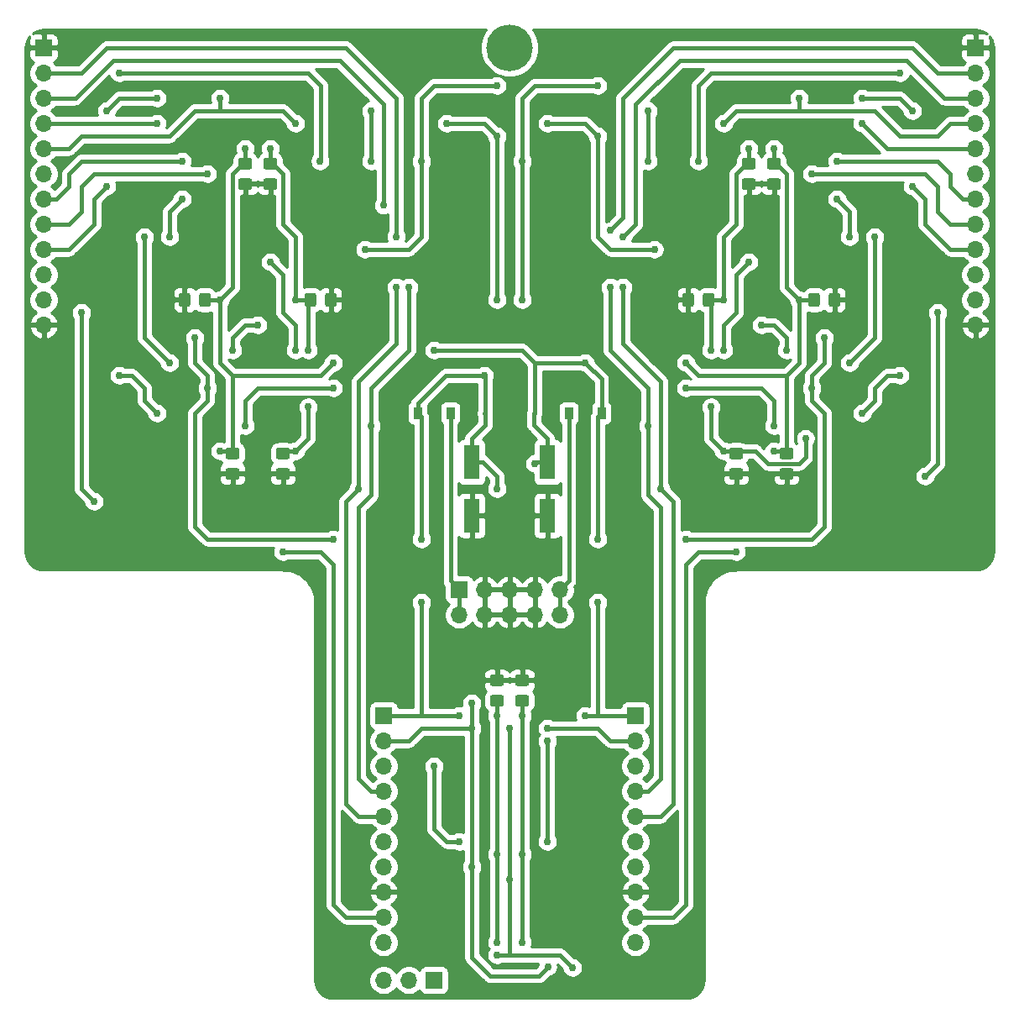
<source format=gbr>
G04 #@! TF.GenerationSoftware,KiCad,Pcbnew,(5.1.5)-3*
G04 #@! TF.CreationDate,2020-05-08T06:04:49-05:00*
G04 #@! TF.ProjectId,Miasma_Main_smd,4d696173-6d61-45f4-9d61-696e5f736d64,rev?*
G04 #@! TF.SameCoordinates,Original*
G04 #@! TF.FileFunction,Copper,L2,Bot*
G04 #@! TF.FilePolarity,Positive*
%FSLAX46Y46*%
G04 Gerber Fmt 4.6, Leading zero omitted, Abs format (unit mm)*
G04 Created by KiCad (PCBNEW (5.1.5)-3) date 2020-05-08 06:04:49*
%MOMM*%
%LPD*%
G04 APERTURE LIST*
%ADD10O,1.700000X1.700000*%
%ADD11R,1.700000X1.700000*%
%ADD12C,0.100000*%
%ADD13R,0.900000X1.200000*%
%ADD14R,1.600000X3.500000*%
%ADD15C,4.700000*%
%ADD16C,0.762000*%
%ADD17C,0.381000*%
%ADD18C,0.254000*%
G04 APERTURE END LIST*
D10*
X132080000Y-143510000D03*
X134620000Y-143510000D03*
D11*
X137160000Y-143510000D03*
G04 #@! TA.AperFunction,SMDPad,CuDef*
D12*
G36*
X146524505Y-112701204D02*
G01*
X146548773Y-112704804D01*
X146572572Y-112710765D01*
X146595671Y-112719030D01*
X146617850Y-112729520D01*
X146638893Y-112742132D01*
X146658599Y-112756747D01*
X146676777Y-112773223D01*
X146693253Y-112791401D01*
X146707868Y-112811107D01*
X146720480Y-112832150D01*
X146730970Y-112854329D01*
X146739235Y-112877428D01*
X146745196Y-112901227D01*
X146748796Y-112925495D01*
X146750000Y-112949999D01*
X146750000Y-113600001D01*
X146748796Y-113624505D01*
X146745196Y-113648773D01*
X146739235Y-113672572D01*
X146730970Y-113695671D01*
X146720480Y-113717850D01*
X146707868Y-113738893D01*
X146693253Y-113758599D01*
X146676777Y-113776777D01*
X146658599Y-113793253D01*
X146638893Y-113807868D01*
X146617850Y-113820480D01*
X146595671Y-113830970D01*
X146572572Y-113839235D01*
X146548773Y-113845196D01*
X146524505Y-113848796D01*
X146500001Y-113850000D01*
X145599999Y-113850000D01*
X145575495Y-113848796D01*
X145551227Y-113845196D01*
X145527428Y-113839235D01*
X145504329Y-113830970D01*
X145482150Y-113820480D01*
X145461107Y-113807868D01*
X145441401Y-113793253D01*
X145423223Y-113776777D01*
X145406747Y-113758599D01*
X145392132Y-113738893D01*
X145379520Y-113717850D01*
X145369030Y-113695671D01*
X145360765Y-113672572D01*
X145354804Y-113648773D01*
X145351204Y-113624505D01*
X145350000Y-113600001D01*
X145350000Y-112949999D01*
X145351204Y-112925495D01*
X145354804Y-112901227D01*
X145360765Y-112877428D01*
X145369030Y-112854329D01*
X145379520Y-112832150D01*
X145392132Y-112811107D01*
X145406747Y-112791401D01*
X145423223Y-112773223D01*
X145441401Y-112756747D01*
X145461107Y-112742132D01*
X145482150Y-112729520D01*
X145504329Y-112719030D01*
X145527428Y-112710765D01*
X145551227Y-112704804D01*
X145575495Y-112701204D01*
X145599999Y-112700000D01*
X146500001Y-112700000D01*
X146524505Y-112701204D01*
G37*
G04 #@! TD.AperFunction*
G04 #@! TA.AperFunction,SMDPad,CuDef*
G36*
X146524505Y-114751204D02*
G01*
X146548773Y-114754804D01*
X146572572Y-114760765D01*
X146595671Y-114769030D01*
X146617850Y-114779520D01*
X146638893Y-114792132D01*
X146658599Y-114806747D01*
X146676777Y-114823223D01*
X146693253Y-114841401D01*
X146707868Y-114861107D01*
X146720480Y-114882150D01*
X146730970Y-114904329D01*
X146739235Y-114927428D01*
X146745196Y-114951227D01*
X146748796Y-114975495D01*
X146750000Y-114999999D01*
X146750000Y-115650001D01*
X146748796Y-115674505D01*
X146745196Y-115698773D01*
X146739235Y-115722572D01*
X146730970Y-115745671D01*
X146720480Y-115767850D01*
X146707868Y-115788893D01*
X146693253Y-115808599D01*
X146676777Y-115826777D01*
X146658599Y-115843253D01*
X146638893Y-115857868D01*
X146617850Y-115870480D01*
X146595671Y-115880970D01*
X146572572Y-115889235D01*
X146548773Y-115895196D01*
X146524505Y-115898796D01*
X146500001Y-115900000D01*
X145599999Y-115900000D01*
X145575495Y-115898796D01*
X145551227Y-115895196D01*
X145527428Y-115889235D01*
X145504329Y-115880970D01*
X145482150Y-115870480D01*
X145461107Y-115857868D01*
X145441401Y-115843253D01*
X145423223Y-115826777D01*
X145406747Y-115808599D01*
X145392132Y-115788893D01*
X145379520Y-115767850D01*
X145369030Y-115745671D01*
X145360765Y-115722572D01*
X145354804Y-115698773D01*
X145351204Y-115674505D01*
X145350000Y-115650001D01*
X145350000Y-114999999D01*
X145351204Y-114975495D01*
X145354804Y-114951227D01*
X145360765Y-114927428D01*
X145369030Y-114904329D01*
X145379520Y-114882150D01*
X145392132Y-114861107D01*
X145406747Y-114841401D01*
X145423223Y-114823223D01*
X145441401Y-114806747D01*
X145461107Y-114792132D01*
X145482150Y-114779520D01*
X145504329Y-114769030D01*
X145527428Y-114760765D01*
X145551227Y-114754804D01*
X145575495Y-114751204D01*
X145599999Y-114750000D01*
X146500001Y-114750000D01*
X146524505Y-114751204D01*
G37*
G04 #@! TD.AperFunction*
G04 #@! TA.AperFunction,SMDPad,CuDef*
G36*
X143984505Y-114751204D02*
G01*
X144008773Y-114754804D01*
X144032572Y-114760765D01*
X144055671Y-114769030D01*
X144077850Y-114779520D01*
X144098893Y-114792132D01*
X144118599Y-114806747D01*
X144136777Y-114823223D01*
X144153253Y-114841401D01*
X144167868Y-114861107D01*
X144180480Y-114882150D01*
X144190970Y-114904329D01*
X144199235Y-114927428D01*
X144205196Y-114951227D01*
X144208796Y-114975495D01*
X144210000Y-114999999D01*
X144210000Y-115650001D01*
X144208796Y-115674505D01*
X144205196Y-115698773D01*
X144199235Y-115722572D01*
X144190970Y-115745671D01*
X144180480Y-115767850D01*
X144167868Y-115788893D01*
X144153253Y-115808599D01*
X144136777Y-115826777D01*
X144118599Y-115843253D01*
X144098893Y-115857868D01*
X144077850Y-115870480D01*
X144055671Y-115880970D01*
X144032572Y-115889235D01*
X144008773Y-115895196D01*
X143984505Y-115898796D01*
X143960001Y-115900000D01*
X143059999Y-115900000D01*
X143035495Y-115898796D01*
X143011227Y-115895196D01*
X142987428Y-115889235D01*
X142964329Y-115880970D01*
X142942150Y-115870480D01*
X142921107Y-115857868D01*
X142901401Y-115843253D01*
X142883223Y-115826777D01*
X142866747Y-115808599D01*
X142852132Y-115788893D01*
X142839520Y-115767850D01*
X142829030Y-115745671D01*
X142820765Y-115722572D01*
X142814804Y-115698773D01*
X142811204Y-115674505D01*
X142810000Y-115650001D01*
X142810000Y-114999999D01*
X142811204Y-114975495D01*
X142814804Y-114951227D01*
X142820765Y-114927428D01*
X142829030Y-114904329D01*
X142839520Y-114882150D01*
X142852132Y-114861107D01*
X142866747Y-114841401D01*
X142883223Y-114823223D01*
X142901401Y-114806747D01*
X142921107Y-114792132D01*
X142942150Y-114779520D01*
X142964329Y-114769030D01*
X142987428Y-114760765D01*
X143011227Y-114754804D01*
X143035495Y-114751204D01*
X143059999Y-114750000D01*
X143960001Y-114750000D01*
X143984505Y-114751204D01*
G37*
G04 #@! TD.AperFunction*
G04 #@! TA.AperFunction,SMDPad,CuDef*
G36*
X143984505Y-112701204D02*
G01*
X144008773Y-112704804D01*
X144032572Y-112710765D01*
X144055671Y-112719030D01*
X144077850Y-112729520D01*
X144098893Y-112742132D01*
X144118599Y-112756747D01*
X144136777Y-112773223D01*
X144153253Y-112791401D01*
X144167868Y-112811107D01*
X144180480Y-112832150D01*
X144190970Y-112854329D01*
X144199235Y-112877428D01*
X144205196Y-112901227D01*
X144208796Y-112925495D01*
X144210000Y-112949999D01*
X144210000Y-113600001D01*
X144208796Y-113624505D01*
X144205196Y-113648773D01*
X144199235Y-113672572D01*
X144190970Y-113695671D01*
X144180480Y-113717850D01*
X144167868Y-113738893D01*
X144153253Y-113758599D01*
X144136777Y-113776777D01*
X144118599Y-113793253D01*
X144098893Y-113807868D01*
X144077850Y-113820480D01*
X144055671Y-113830970D01*
X144032572Y-113839235D01*
X144008773Y-113845196D01*
X143984505Y-113848796D01*
X143960001Y-113850000D01*
X143059999Y-113850000D01*
X143035495Y-113848796D01*
X143011227Y-113845196D01*
X142987428Y-113839235D01*
X142964329Y-113830970D01*
X142942150Y-113820480D01*
X142921107Y-113807868D01*
X142901401Y-113793253D01*
X142883223Y-113776777D01*
X142866747Y-113758599D01*
X142852132Y-113738893D01*
X142839520Y-113717850D01*
X142829030Y-113695671D01*
X142820765Y-113672572D01*
X142814804Y-113648773D01*
X142811204Y-113624505D01*
X142810000Y-113600001D01*
X142810000Y-112949999D01*
X142811204Y-112925495D01*
X142814804Y-112901227D01*
X142820765Y-112877428D01*
X142829030Y-112854329D01*
X142839520Y-112832150D01*
X142852132Y-112811107D01*
X142866747Y-112791401D01*
X142883223Y-112773223D01*
X142901401Y-112756747D01*
X142921107Y-112742132D01*
X142942150Y-112729520D01*
X142964329Y-112719030D01*
X142987428Y-112710765D01*
X143011227Y-112704804D01*
X143035495Y-112701204D01*
X143059999Y-112700000D01*
X143960001Y-112700000D01*
X143984505Y-112701204D01*
G37*
G04 #@! TD.AperFunction*
G04 #@! TA.AperFunction,SMDPad,CuDef*
G36*
X122394505Y-91891204D02*
G01*
X122418773Y-91894804D01*
X122442572Y-91900765D01*
X122465671Y-91909030D01*
X122487850Y-91919520D01*
X122508893Y-91932132D01*
X122528599Y-91946747D01*
X122546777Y-91963223D01*
X122563253Y-91981401D01*
X122577868Y-92001107D01*
X122590480Y-92022150D01*
X122600970Y-92044329D01*
X122609235Y-92067428D01*
X122615196Y-92091227D01*
X122618796Y-92115495D01*
X122620000Y-92139999D01*
X122620000Y-92790001D01*
X122618796Y-92814505D01*
X122615196Y-92838773D01*
X122609235Y-92862572D01*
X122600970Y-92885671D01*
X122590480Y-92907850D01*
X122577868Y-92928893D01*
X122563253Y-92948599D01*
X122546777Y-92966777D01*
X122528599Y-92983253D01*
X122508893Y-92997868D01*
X122487850Y-93010480D01*
X122465671Y-93020970D01*
X122442572Y-93029235D01*
X122418773Y-93035196D01*
X122394505Y-93038796D01*
X122370001Y-93040000D01*
X121469999Y-93040000D01*
X121445495Y-93038796D01*
X121421227Y-93035196D01*
X121397428Y-93029235D01*
X121374329Y-93020970D01*
X121352150Y-93010480D01*
X121331107Y-92997868D01*
X121311401Y-92983253D01*
X121293223Y-92966777D01*
X121276747Y-92948599D01*
X121262132Y-92928893D01*
X121249520Y-92907850D01*
X121239030Y-92885671D01*
X121230765Y-92862572D01*
X121224804Y-92838773D01*
X121221204Y-92814505D01*
X121220000Y-92790001D01*
X121220000Y-92139999D01*
X121221204Y-92115495D01*
X121224804Y-92091227D01*
X121230765Y-92067428D01*
X121239030Y-92044329D01*
X121249520Y-92022150D01*
X121262132Y-92001107D01*
X121276747Y-91981401D01*
X121293223Y-91963223D01*
X121311401Y-91946747D01*
X121331107Y-91932132D01*
X121352150Y-91919520D01*
X121374329Y-91909030D01*
X121397428Y-91900765D01*
X121421227Y-91894804D01*
X121445495Y-91891204D01*
X121469999Y-91890000D01*
X122370001Y-91890000D01*
X122394505Y-91891204D01*
G37*
G04 #@! TD.AperFunction*
G04 #@! TA.AperFunction,SMDPad,CuDef*
G36*
X122394505Y-89841204D02*
G01*
X122418773Y-89844804D01*
X122442572Y-89850765D01*
X122465671Y-89859030D01*
X122487850Y-89869520D01*
X122508893Y-89882132D01*
X122528599Y-89896747D01*
X122546777Y-89913223D01*
X122563253Y-89931401D01*
X122577868Y-89951107D01*
X122590480Y-89972150D01*
X122600970Y-89994329D01*
X122609235Y-90017428D01*
X122615196Y-90041227D01*
X122618796Y-90065495D01*
X122620000Y-90089999D01*
X122620000Y-90740001D01*
X122618796Y-90764505D01*
X122615196Y-90788773D01*
X122609235Y-90812572D01*
X122600970Y-90835671D01*
X122590480Y-90857850D01*
X122577868Y-90878893D01*
X122563253Y-90898599D01*
X122546777Y-90916777D01*
X122528599Y-90933253D01*
X122508893Y-90947868D01*
X122487850Y-90960480D01*
X122465671Y-90970970D01*
X122442572Y-90979235D01*
X122418773Y-90985196D01*
X122394505Y-90988796D01*
X122370001Y-90990000D01*
X121469999Y-90990000D01*
X121445495Y-90988796D01*
X121421227Y-90985196D01*
X121397428Y-90979235D01*
X121374329Y-90970970D01*
X121352150Y-90960480D01*
X121331107Y-90947868D01*
X121311401Y-90933253D01*
X121293223Y-90916777D01*
X121276747Y-90898599D01*
X121262132Y-90878893D01*
X121249520Y-90857850D01*
X121239030Y-90835671D01*
X121230765Y-90812572D01*
X121224804Y-90788773D01*
X121221204Y-90764505D01*
X121220000Y-90740001D01*
X121220000Y-90089999D01*
X121221204Y-90065495D01*
X121224804Y-90041227D01*
X121230765Y-90017428D01*
X121239030Y-89994329D01*
X121249520Y-89972150D01*
X121262132Y-89951107D01*
X121276747Y-89931401D01*
X121293223Y-89913223D01*
X121311401Y-89896747D01*
X121331107Y-89882132D01*
X121352150Y-89869520D01*
X121374329Y-89859030D01*
X121397428Y-89850765D01*
X121421227Y-89844804D01*
X121445495Y-89841204D01*
X121469999Y-89840000D01*
X122370001Y-89840000D01*
X122394505Y-89841204D01*
G37*
G04 #@! TD.AperFunction*
G04 #@! TA.AperFunction,SMDPad,CuDef*
G36*
X173194505Y-91891204D02*
G01*
X173218773Y-91894804D01*
X173242572Y-91900765D01*
X173265671Y-91909030D01*
X173287850Y-91919520D01*
X173308893Y-91932132D01*
X173328599Y-91946747D01*
X173346777Y-91963223D01*
X173363253Y-91981401D01*
X173377868Y-92001107D01*
X173390480Y-92022150D01*
X173400970Y-92044329D01*
X173409235Y-92067428D01*
X173415196Y-92091227D01*
X173418796Y-92115495D01*
X173420000Y-92139999D01*
X173420000Y-92790001D01*
X173418796Y-92814505D01*
X173415196Y-92838773D01*
X173409235Y-92862572D01*
X173400970Y-92885671D01*
X173390480Y-92907850D01*
X173377868Y-92928893D01*
X173363253Y-92948599D01*
X173346777Y-92966777D01*
X173328599Y-92983253D01*
X173308893Y-92997868D01*
X173287850Y-93010480D01*
X173265671Y-93020970D01*
X173242572Y-93029235D01*
X173218773Y-93035196D01*
X173194505Y-93038796D01*
X173170001Y-93040000D01*
X172269999Y-93040000D01*
X172245495Y-93038796D01*
X172221227Y-93035196D01*
X172197428Y-93029235D01*
X172174329Y-93020970D01*
X172152150Y-93010480D01*
X172131107Y-92997868D01*
X172111401Y-92983253D01*
X172093223Y-92966777D01*
X172076747Y-92948599D01*
X172062132Y-92928893D01*
X172049520Y-92907850D01*
X172039030Y-92885671D01*
X172030765Y-92862572D01*
X172024804Y-92838773D01*
X172021204Y-92814505D01*
X172020000Y-92790001D01*
X172020000Y-92139999D01*
X172021204Y-92115495D01*
X172024804Y-92091227D01*
X172030765Y-92067428D01*
X172039030Y-92044329D01*
X172049520Y-92022150D01*
X172062132Y-92001107D01*
X172076747Y-91981401D01*
X172093223Y-91963223D01*
X172111401Y-91946747D01*
X172131107Y-91932132D01*
X172152150Y-91919520D01*
X172174329Y-91909030D01*
X172197428Y-91900765D01*
X172221227Y-91894804D01*
X172245495Y-91891204D01*
X172269999Y-91890000D01*
X173170001Y-91890000D01*
X173194505Y-91891204D01*
G37*
G04 #@! TD.AperFunction*
G04 #@! TA.AperFunction,SMDPad,CuDef*
G36*
X173194505Y-89841204D02*
G01*
X173218773Y-89844804D01*
X173242572Y-89850765D01*
X173265671Y-89859030D01*
X173287850Y-89869520D01*
X173308893Y-89882132D01*
X173328599Y-89896747D01*
X173346777Y-89913223D01*
X173363253Y-89931401D01*
X173377868Y-89951107D01*
X173390480Y-89972150D01*
X173400970Y-89994329D01*
X173409235Y-90017428D01*
X173415196Y-90041227D01*
X173418796Y-90065495D01*
X173420000Y-90089999D01*
X173420000Y-90740001D01*
X173418796Y-90764505D01*
X173415196Y-90788773D01*
X173409235Y-90812572D01*
X173400970Y-90835671D01*
X173390480Y-90857850D01*
X173377868Y-90878893D01*
X173363253Y-90898599D01*
X173346777Y-90916777D01*
X173328599Y-90933253D01*
X173308893Y-90947868D01*
X173287850Y-90960480D01*
X173265671Y-90970970D01*
X173242572Y-90979235D01*
X173218773Y-90985196D01*
X173194505Y-90988796D01*
X173170001Y-90990000D01*
X172269999Y-90990000D01*
X172245495Y-90988796D01*
X172221227Y-90985196D01*
X172197428Y-90979235D01*
X172174329Y-90970970D01*
X172152150Y-90960480D01*
X172131107Y-90947868D01*
X172111401Y-90933253D01*
X172093223Y-90916777D01*
X172076747Y-90898599D01*
X172062132Y-90878893D01*
X172049520Y-90857850D01*
X172039030Y-90835671D01*
X172030765Y-90812572D01*
X172024804Y-90788773D01*
X172021204Y-90764505D01*
X172020000Y-90740001D01*
X172020000Y-90089999D01*
X172021204Y-90065495D01*
X172024804Y-90041227D01*
X172030765Y-90017428D01*
X172039030Y-89994329D01*
X172049520Y-89972150D01*
X172062132Y-89951107D01*
X172076747Y-89931401D01*
X172093223Y-89913223D01*
X172111401Y-89896747D01*
X172131107Y-89882132D01*
X172152150Y-89869520D01*
X172174329Y-89859030D01*
X172197428Y-89850765D01*
X172221227Y-89844804D01*
X172245495Y-89841204D01*
X172269999Y-89840000D01*
X173170001Y-89840000D01*
X173194505Y-89841204D01*
G37*
G04 #@! TD.AperFunction*
G04 #@! TA.AperFunction,SMDPad,CuDef*
G36*
X127104505Y-74231204D02*
G01*
X127128773Y-74234804D01*
X127152572Y-74240765D01*
X127175671Y-74249030D01*
X127197850Y-74259520D01*
X127218893Y-74272132D01*
X127238599Y-74286747D01*
X127256777Y-74303223D01*
X127273253Y-74321401D01*
X127287868Y-74341107D01*
X127300480Y-74362150D01*
X127310970Y-74384329D01*
X127319235Y-74407428D01*
X127325196Y-74431227D01*
X127328796Y-74455495D01*
X127330000Y-74479999D01*
X127330000Y-75380001D01*
X127328796Y-75404505D01*
X127325196Y-75428773D01*
X127319235Y-75452572D01*
X127310970Y-75475671D01*
X127300480Y-75497850D01*
X127287868Y-75518893D01*
X127273253Y-75538599D01*
X127256777Y-75556777D01*
X127238599Y-75573253D01*
X127218893Y-75587868D01*
X127197850Y-75600480D01*
X127175671Y-75610970D01*
X127152572Y-75619235D01*
X127128773Y-75625196D01*
X127104505Y-75628796D01*
X127080001Y-75630000D01*
X126429999Y-75630000D01*
X126405495Y-75628796D01*
X126381227Y-75625196D01*
X126357428Y-75619235D01*
X126334329Y-75610970D01*
X126312150Y-75600480D01*
X126291107Y-75587868D01*
X126271401Y-75573253D01*
X126253223Y-75556777D01*
X126236747Y-75538599D01*
X126222132Y-75518893D01*
X126209520Y-75497850D01*
X126199030Y-75475671D01*
X126190765Y-75452572D01*
X126184804Y-75428773D01*
X126181204Y-75404505D01*
X126180000Y-75380001D01*
X126180000Y-74479999D01*
X126181204Y-74455495D01*
X126184804Y-74431227D01*
X126190765Y-74407428D01*
X126199030Y-74384329D01*
X126209520Y-74362150D01*
X126222132Y-74341107D01*
X126236747Y-74321401D01*
X126253223Y-74303223D01*
X126271401Y-74286747D01*
X126291107Y-74272132D01*
X126312150Y-74259520D01*
X126334329Y-74249030D01*
X126357428Y-74240765D01*
X126381227Y-74234804D01*
X126405495Y-74231204D01*
X126429999Y-74230000D01*
X127080001Y-74230000D01*
X127104505Y-74231204D01*
G37*
G04 #@! TD.AperFunction*
G04 #@! TA.AperFunction,SMDPad,CuDef*
G36*
X125054505Y-74231204D02*
G01*
X125078773Y-74234804D01*
X125102572Y-74240765D01*
X125125671Y-74249030D01*
X125147850Y-74259520D01*
X125168893Y-74272132D01*
X125188599Y-74286747D01*
X125206777Y-74303223D01*
X125223253Y-74321401D01*
X125237868Y-74341107D01*
X125250480Y-74362150D01*
X125260970Y-74384329D01*
X125269235Y-74407428D01*
X125275196Y-74431227D01*
X125278796Y-74455495D01*
X125280000Y-74479999D01*
X125280000Y-75380001D01*
X125278796Y-75404505D01*
X125275196Y-75428773D01*
X125269235Y-75452572D01*
X125260970Y-75475671D01*
X125250480Y-75497850D01*
X125237868Y-75518893D01*
X125223253Y-75538599D01*
X125206777Y-75556777D01*
X125188599Y-75573253D01*
X125168893Y-75587868D01*
X125147850Y-75600480D01*
X125125671Y-75610970D01*
X125102572Y-75619235D01*
X125078773Y-75625196D01*
X125054505Y-75628796D01*
X125030001Y-75630000D01*
X124379999Y-75630000D01*
X124355495Y-75628796D01*
X124331227Y-75625196D01*
X124307428Y-75619235D01*
X124284329Y-75610970D01*
X124262150Y-75600480D01*
X124241107Y-75587868D01*
X124221401Y-75573253D01*
X124203223Y-75556777D01*
X124186747Y-75538599D01*
X124172132Y-75518893D01*
X124159520Y-75497850D01*
X124149030Y-75475671D01*
X124140765Y-75452572D01*
X124134804Y-75428773D01*
X124131204Y-75404505D01*
X124130000Y-75380001D01*
X124130000Y-74479999D01*
X124131204Y-74455495D01*
X124134804Y-74431227D01*
X124140765Y-74407428D01*
X124149030Y-74384329D01*
X124159520Y-74362150D01*
X124172132Y-74341107D01*
X124186747Y-74321401D01*
X124203223Y-74303223D01*
X124221401Y-74286747D01*
X124241107Y-74272132D01*
X124262150Y-74259520D01*
X124284329Y-74249030D01*
X124307428Y-74240765D01*
X124331227Y-74234804D01*
X124355495Y-74231204D01*
X124379999Y-74230000D01*
X125030001Y-74230000D01*
X125054505Y-74231204D01*
G37*
G04 #@! TD.AperFunction*
G04 #@! TA.AperFunction,SMDPad,CuDef*
G36*
X121124505Y-62681204D02*
G01*
X121148773Y-62684804D01*
X121172572Y-62690765D01*
X121195671Y-62699030D01*
X121217850Y-62709520D01*
X121238893Y-62722132D01*
X121258599Y-62736747D01*
X121276777Y-62753223D01*
X121293253Y-62771401D01*
X121307868Y-62791107D01*
X121320480Y-62812150D01*
X121330970Y-62834329D01*
X121339235Y-62857428D01*
X121345196Y-62881227D01*
X121348796Y-62905495D01*
X121350000Y-62929999D01*
X121350000Y-63580001D01*
X121348796Y-63604505D01*
X121345196Y-63628773D01*
X121339235Y-63652572D01*
X121330970Y-63675671D01*
X121320480Y-63697850D01*
X121307868Y-63718893D01*
X121293253Y-63738599D01*
X121276777Y-63756777D01*
X121258599Y-63773253D01*
X121238893Y-63787868D01*
X121217850Y-63800480D01*
X121195671Y-63810970D01*
X121172572Y-63819235D01*
X121148773Y-63825196D01*
X121124505Y-63828796D01*
X121100001Y-63830000D01*
X120199999Y-63830000D01*
X120175495Y-63828796D01*
X120151227Y-63825196D01*
X120127428Y-63819235D01*
X120104329Y-63810970D01*
X120082150Y-63800480D01*
X120061107Y-63787868D01*
X120041401Y-63773253D01*
X120023223Y-63756777D01*
X120006747Y-63738599D01*
X119992132Y-63718893D01*
X119979520Y-63697850D01*
X119969030Y-63675671D01*
X119960765Y-63652572D01*
X119954804Y-63628773D01*
X119951204Y-63604505D01*
X119950000Y-63580001D01*
X119950000Y-62929999D01*
X119951204Y-62905495D01*
X119954804Y-62881227D01*
X119960765Y-62857428D01*
X119969030Y-62834329D01*
X119979520Y-62812150D01*
X119992132Y-62791107D01*
X120006747Y-62771401D01*
X120023223Y-62753223D01*
X120041401Y-62736747D01*
X120061107Y-62722132D01*
X120082150Y-62709520D01*
X120104329Y-62699030D01*
X120127428Y-62690765D01*
X120151227Y-62684804D01*
X120175495Y-62681204D01*
X120199999Y-62680000D01*
X121100001Y-62680000D01*
X121124505Y-62681204D01*
G37*
G04 #@! TD.AperFunction*
G04 #@! TA.AperFunction,SMDPad,CuDef*
G36*
X121124505Y-60631204D02*
G01*
X121148773Y-60634804D01*
X121172572Y-60640765D01*
X121195671Y-60649030D01*
X121217850Y-60659520D01*
X121238893Y-60672132D01*
X121258599Y-60686747D01*
X121276777Y-60703223D01*
X121293253Y-60721401D01*
X121307868Y-60741107D01*
X121320480Y-60762150D01*
X121330970Y-60784329D01*
X121339235Y-60807428D01*
X121345196Y-60831227D01*
X121348796Y-60855495D01*
X121350000Y-60879999D01*
X121350000Y-61530001D01*
X121348796Y-61554505D01*
X121345196Y-61578773D01*
X121339235Y-61602572D01*
X121330970Y-61625671D01*
X121320480Y-61647850D01*
X121307868Y-61668893D01*
X121293253Y-61688599D01*
X121276777Y-61706777D01*
X121258599Y-61723253D01*
X121238893Y-61737868D01*
X121217850Y-61750480D01*
X121195671Y-61760970D01*
X121172572Y-61769235D01*
X121148773Y-61775196D01*
X121124505Y-61778796D01*
X121100001Y-61780000D01*
X120199999Y-61780000D01*
X120175495Y-61778796D01*
X120151227Y-61775196D01*
X120127428Y-61769235D01*
X120104329Y-61760970D01*
X120082150Y-61750480D01*
X120061107Y-61737868D01*
X120041401Y-61723253D01*
X120023223Y-61706777D01*
X120006747Y-61688599D01*
X119992132Y-61668893D01*
X119979520Y-61647850D01*
X119969030Y-61625671D01*
X119960765Y-61602572D01*
X119954804Y-61578773D01*
X119951204Y-61554505D01*
X119950000Y-61530001D01*
X119950000Y-60879999D01*
X119951204Y-60855495D01*
X119954804Y-60831227D01*
X119960765Y-60807428D01*
X119969030Y-60784329D01*
X119979520Y-60762150D01*
X119992132Y-60741107D01*
X120006747Y-60721401D01*
X120023223Y-60703223D01*
X120041401Y-60686747D01*
X120061107Y-60672132D01*
X120082150Y-60659520D01*
X120104329Y-60649030D01*
X120127428Y-60640765D01*
X120151227Y-60634804D01*
X120175495Y-60631204D01*
X120199999Y-60630000D01*
X121100001Y-60630000D01*
X121124505Y-60631204D01*
G37*
G04 #@! TD.AperFunction*
G04 #@! TA.AperFunction,SMDPad,CuDef*
G36*
X177904505Y-74231204D02*
G01*
X177928773Y-74234804D01*
X177952572Y-74240765D01*
X177975671Y-74249030D01*
X177997850Y-74259520D01*
X178018893Y-74272132D01*
X178038599Y-74286747D01*
X178056777Y-74303223D01*
X178073253Y-74321401D01*
X178087868Y-74341107D01*
X178100480Y-74362150D01*
X178110970Y-74384329D01*
X178119235Y-74407428D01*
X178125196Y-74431227D01*
X178128796Y-74455495D01*
X178130000Y-74479999D01*
X178130000Y-75380001D01*
X178128796Y-75404505D01*
X178125196Y-75428773D01*
X178119235Y-75452572D01*
X178110970Y-75475671D01*
X178100480Y-75497850D01*
X178087868Y-75518893D01*
X178073253Y-75538599D01*
X178056777Y-75556777D01*
X178038599Y-75573253D01*
X178018893Y-75587868D01*
X177997850Y-75600480D01*
X177975671Y-75610970D01*
X177952572Y-75619235D01*
X177928773Y-75625196D01*
X177904505Y-75628796D01*
X177880001Y-75630000D01*
X177229999Y-75630000D01*
X177205495Y-75628796D01*
X177181227Y-75625196D01*
X177157428Y-75619235D01*
X177134329Y-75610970D01*
X177112150Y-75600480D01*
X177091107Y-75587868D01*
X177071401Y-75573253D01*
X177053223Y-75556777D01*
X177036747Y-75538599D01*
X177022132Y-75518893D01*
X177009520Y-75497850D01*
X176999030Y-75475671D01*
X176990765Y-75452572D01*
X176984804Y-75428773D01*
X176981204Y-75404505D01*
X176980000Y-75380001D01*
X176980000Y-74479999D01*
X176981204Y-74455495D01*
X176984804Y-74431227D01*
X176990765Y-74407428D01*
X176999030Y-74384329D01*
X177009520Y-74362150D01*
X177022132Y-74341107D01*
X177036747Y-74321401D01*
X177053223Y-74303223D01*
X177071401Y-74286747D01*
X177091107Y-74272132D01*
X177112150Y-74259520D01*
X177134329Y-74249030D01*
X177157428Y-74240765D01*
X177181227Y-74234804D01*
X177205495Y-74231204D01*
X177229999Y-74230000D01*
X177880001Y-74230000D01*
X177904505Y-74231204D01*
G37*
G04 #@! TD.AperFunction*
G04 #@! TA.AperFunction,SMDPad,CuDef*
G36*
X175854505Y-74231204D02*
G01*
X175878773Y-74234804D01*
X175902572Y-74240765D01*
X175925671Y-74249030D01*
X175947850Y-74259520D01*
X175968893Y-74272132D01*
X175988599Y-74286747D01*
X176006777Y-74303223D01*
X176023253Y-74321401D01*
X176037868Y-74341107D01*
X176050480Y-74362150D01*
X176060970Y-74384329D01*
X176069235Y-74407428D01*
X176075196Y-74431227D01*
X176078796Y-74455495D01*
X176080000Y-74479999D01*
X176080000Y-75380001D01*
X176078796Y-75404505D01*
X176075196Y-75428773D01*
X176069235Y-75452572D01*
X176060970Y-75475671D01*
X176050480Y-75497850D01*
X176037868Y-75518893D01*
X176023253Y-75538599D01*
X176006777Y-75556777D01*
X175988599Y-75573253D01*
X175968893Y-75587868D01*
X175947850Y-75600480D01*
X175925671Y-75610970D01*
X175902572Y-75619235D01*
X175878773Y-75625196D01*
X175854505Y-75628796D01*
X175830001Y-75630000D01*
X175179999Y-75630000D01*
X175155495Y-75628796D01*
X175131227Y-75625196D01*
X175107428Y-75619235D01*
X175084329Y-75610970D01*
X175062150Y-75600480D01*
X175041107Y-75587868D01*
X175021401Y-75573253D01*
X175003223Y-75556777D01*
X174986747Y-75538599D01*
X174972132Y-75518893D01*
X174959520Y-75497850D01*
X174949030Y-75475671D01*
X174940765Y-75452572D01*
X174934804Y-75428773D01*
X174931204Y-75404505D01*
X174930000Y-75380001D01*
X174930000Y-74479999D01*
X174931204Y-74455495D01*
X174934804Y-74431227D01*
X174940765Y-74407428D01*
X174949030Y-74384329D01*
X174959520Y-74362150D01*
X174972132Y-74341107D01*
X174986747Y-74321401D01*
X175003223Y-74303223D01*
X175021401Y-74286747D01*
X175041107Y-74272132D01*
X175062150Y-74259520D01*
X175084329Y-74249030D01*
X175107428Y-74240765D01*
X175131227Y-74234804D01*
X175155495Y-74231204D01*
X175179999Y-74230000D01*
X175830001Y-74230000D01*
X175854505Y-74231204D01*
G37*
G04 #@! TD.AperFunction*
G04 #@! TA.AperFunction,SMDPad,CuDef*
G36*
X171924505Y-62681204D02*
G01*
X171948773Y-62684804D01*
X171972572Y-62690765D01*
X171995671Y-62699030D01*
X172017850Y-62709520D01*
X172038893Y-62722132D01*
X172058599Y-62736747D01*
X172076777Y-62753223D01*
X172093253Y-62771401D01*
X172107868Y-62791107D01*
X172120480Y-62812150D01*
X172130970Y-62834329D01*
X172139235Y-62857428D01*
X172145196Y-62881227D01*
X172148796Y-62905495D01*
X172150000Y-62929999D01*
X172150000Y-63580001D01*
X172148796Y-63604505D01*
X172145196Y-63628773D01*
X172139235Y-63652572D01*
X172130970Y-63675671D01*
X172120480Y-63697850D01*
X172107868Y-63718893D01*
X172093253Y-63738599D01*
X172076777Y-63756777D01*
X172058599Y-63773253D01*
X172038893Y-63787868D01*
X172017850Y-63800480D01*
X171995671Y-63810970D01*
X171972572Y-63819235D01*
X171948773Y-63825196D01*
X171924505Y-63828796D01*
X171900001Y-63830000D01*
X170999999Y-63830000D01*
X170975495Y-63828796D01*
X170951227Y-63825196D01*
X170927428Y-63819235D01*
X170904329Y-63810970D01*
X170882150Y-63800480D01*
X170861107Y-63787868D01*
X170841401Y-63773253D01*
X170823223Y-63756777D01*
X170806747Y-63738599D01*
X170792132Y-63718893D01*
X170779520Y-63697850D01*
X170769030Y-63675671D01*
X170760765Y-63652572D01*
X170754804Y-63628773D01*
X170751204Y-63604505D01*
X170750000Y-63580001D01*
X170750000Y-62929999D01*
X170751204Y-62905495D01*
X170754804Y-62881227D01*
X170760765Y-62857428D01*
X170769030Y-62834329D01*
X170779520Y-62812150D01*
X170792132Y-62791107D01*
X170806747Y-62771401D01*
X170823223Y-62753223D01*
X170841401Y-62736747D01*
X170861107Y-62722132D01*
X170882150Y-62709520D01*
X170904329Y-62699030D01*
X170927428Y-62690765D01*
X170951227Y-62684804D01*
X170975495Y-62681204D01*
X170999999Y-62680000D01*
X171900001Y-62680000D01*
X171924505Y-62681204D01*
G37*
G04 #@! TD.AperFunction*
G04 #@! TA.AperFunction,SMDPad,CuDef*
G36*
X171924505Y-60631204D02*
G01*
X171948773Y-60634804D01*
X171972572Y-60640765D01*
X171995671Y-60649030D01*
X172017850Y-60659520D01*
X172038893Y-60672132D01*
X172058599Y-60686747D01*
X172076777Y-60703223D01*
X172093253Y-60721401D01*
X172107868Y-60741107D01*
X172120480Y-60762150D01*
X172130970Y-60784329D01*
X172139235Y-60807428D01*
X172145196Y-60831227D01*
X172148796Y-60855495D01*
X172150000Y-60879999D01*
X172150000Y-61530001D01*
X172148796Y-61554505D01*
X172145196Y-61578773D01*
X172139235Y-61602572D01*
X172130970Y-61625671D01*
X172120480Y-61647850D01*
X172107868Y-61668893D01*
X172093253Y-61688599D01*
X172076777Y-61706777D01*
X172058599Y-61723253D01*
X172038893Y-61737868D01*
X172017850Y-61750480D01*
X171995671Y-61760970D01*
X171972572Y-61769235D01*
X171948773Y-61775196D01*
X171924505Y-61778796D01*
X171900001Y-61780000D01*
X170999999Y-61780000D01*
X170975495Y-61778796D01*
X170951227Y-61775196D01*
X170927428Y-61769235D01*
X170904329Y-61760970D01*
X170882150Y-61750480D01*
X170861107Y-61737868D01*
X170841401Y-61723253D01*
X170823223Y-61706777D01*
X170806747Y-61688599D01*
X170792132Y-61668893D01*
X170779520Y-61647850D01*
X170769030Y-61625671D01*
X170760765Y-61602572D01*
X170754804Y-61578773D01*
X170751204Y-61554505D01*
X170750000Y-61530001D01*
X170750000Y-60879999D01*
X170751204Y-60855495D01*
X170754804Y-60831227D01*
X170760765Y-60807428D01*
X170769030Y-60784329D01*
X170779520Y-60762150D01*
X170792132Y-60741107D01*
X170806747Y-60721401D01*
X170823223Y-60703223D01*
X170841401Y-60686747D01*
X170861107Y-60672132D01*
X170882150Y-60659520D01*
X170904329Y-60649030D01*
X170927428Y-60640765D01*
X170951227Y-60634804D01*
X170975495Y-60631204D01*
X170999999Y-60630000D01*
X171900001Y-60630000D01*
X171924505Y-60631204D01*
G37*
G04 #@! TD.AperFunction*
G04 #@! TA.AperFunction,SMDPad,CuDef*
G36*
X168114505Y-89841204D02*
G01*
X168138773Y-89844804D01*
X168162572Y-89850765D01*
X168185671Y-89859030D01*
X168207850Y-89869520D01*
X168228893Y-89882132D01*
X168248599Y-89896747D01*
X168266777Y-89913223D01*
X168283253Y-89931401D01*
X168297868Y-89951107D01*
X168310480Y-89972150D01*
X168320970Y-89994329D01*
X168329235Y-90017428D01*
X168335196Y-90041227D01*
X168338796Y-90065495D01*
X168340000Y-90089999D01*
X168340000Y-90740001D01*
X168338796Y-90764505D01*
X168335196Y-90788773D01*
X168329235Y-90812572D01*
X168320970Y-90835671D01*
X168310480Y-90857850D01*
X168297868Y-90878893D01*
X168283253Y-90898599D01*
X168266777Y-90916777D01*
X168248599Y-90933253D01*
X168228893Y-90947868D01*
X168207850Y-90960480D01*
X168185671Y-90970970D01*
X168162572Y-90979235D01*
X168138773Y-90985196D01*
X168114505Y-90988796D01*
X168090001Y-90990000D01*
X167189999Y-90990000D01*
X167165495Y-90988796D01*
X167141227Y-90985196D01*
X167117428Y-90979235D01*
X167094329Y-90970970D01*
X167072150Y-90960480D01*
X167051107Y-90947868D01*
X167031401Y-90933253D01*
X167013223Y-90916777D01*
X166996747Y-90898599D01*
X166982132Y-90878893D01*
X166969520Y-90857850D01*
X166959030Y-90835671D01*
X166950765Y-90812572D01*
X166944804Y-90788773D01*
X166941204Y-90764505D01*
X166940000Y-90740001D01*
X166940000Y-90089999D01*
X166941204Y-90065495D01*
X166944804Y-90041227D01*
X166950765Y-90017428D01*
X166959030Y-89994329D01*
X166969520Y-89972150D01*
X166982132Y-89951107D01*
X166996747Y-89931401D01*
X167013223Y-89913223D01*
X167031401Y-89896747D01*
X167051107Y-89882132D01*
X167072150Y-89869520D01*
X167094329Y-89859030D01*
X167117428Y-89850765D01*
X167141227Y-89844804D01*
X167165495Y-89841204D01*
X167189999Y-89840000D01*
X168090001Y-89840000D01*
X168114505Y-89841204D01*
G37*
G04 #@! TD.AperFunction*
G04 #@! TA.AperFunction,SMDPad,CuDef*
G36*
X168114505Y-91891204D02*
G01*
X168138773Y-91894804D01*
X168162572Y-91900765D01*
X168185671Y-91909030D01*
X168207850Y-91919520D01*
X168228893Y-91932132D01*
X168248599Y-91946747D01*
X168266777Y-91963223D01*
X168283253Y-91981401D01*
X168297868Y-92001107D01*
X168310480Y-92022150D01*
X168320970Y-92044329D01*
X168329235Y-92067428D01*
X168335196Y-92091227D01*
X168338796Y-92115495D01*
X168340000Y-92139999D01*
X168340000Y-92790001D01*
X168338796Y-92814505D01*
X168335196Y-92838773D01*
X168329235Y-92862572D01*
X168320970Y-92885671D01*
X168310480Y-92907850D01*
X168297868Y-92928893D01*
X168283253Y-92948599D01*
X168266777Y-92966777D01*
X168248599Y-92983253D01*
X168228893Y-92997868D01*
X168207850Y-93010480D01*
X168185671Y-93020970D01*
X168162572Y-93029235D01*
X168138773Y-93035196D01*
X168114505Y-93038796D01*
X168090001Y-93040000D01*
X167189999Y-93040000D01*
X167165495Y-93038796D01*
X167141227Y-93035196D01*
X167117428Y-93029235D01*
X167094329Y-93020970D01*
X167072150Y-93010480D01*
X167051107Y-92997868D01*
X167031401Y-92983253D01*
X167013223Y-92966777D01*
X166996747Y-92948599D01*
X166982132Y-92928893D01*
X166969520Y-92907850D01*
X166959030Y-92885671D01*
X166950765Y-92862572D01*
X166944804Y-92838773D01*
X166941204Y-92814505D01*
X166940000Y-92790001D01*
X166940000Y-92139999D01*
X166941204Y-92115495D01*
X166944804Y-92091227D01*
X166950765Y-92067428D01*
X166959030Y-92044329D01*
X166969520Y-92022150D01*
X166982132Y-92001107D01*
X166996747Y-91981401D01*
X167013223Y-91963223D01*
X167031401Y-91946747D01*
X167051107Y-91932132D01*
X167072150Y-91919520D01*
X167094329Y-91909030D01*
X167117428Y-91900765D01*
X167141227Y-91894804D01*
X167165495Y-91891204D01*
X167189999Y-91890000D01*
X168090001Y-91890000D01*
X168114505Y-91891204D01*
G37*
G04 #@! TD.AperFunction*
G04 #@! TA.AperFunction,SMDPad,CuDef*
G36*
X118584505Y-60631204D02*
G01*
X118608773Y-60634804D01*
X118632572Y-60640765D01*
X118655671Y-60649030D01*
X118677850Y-60659520D01*
X118698893Y-60672132D01*
X118718599Y-60686747D01*
X118736777Y-60703223D01*
X118753253Y-60721401D01*
X118767868Y-60741107D01*
X118780480Y-60762150D01*
X118790970Y-60784329D01*
X118799235Y-60807428D01*
X118805196Y-60831227D01*
X118808796Y-60855495D01*
X118810000Y-60879999D01*
X118810000Y-61530001D01*
X118808796Y-61554505D01*
X118805196Y-61578773D01*
X118799235Y-61602572D01*
X118790970Y-61625671D01*
X118780480Y-61647850D01*
X118767868Y-61668893D01*
X118753253Y-61688599D01*
X118736777Y-61706777D01*
X118718599Y-61723253D01*
X118698893Y-61737868D01*
X118677850Y-61750480D01*
X118655671Y-61760970D01*
X118632572Y-61769235D01*
X118608773Y-61775196D01*
X118584505Y-61778796D01*
X118560001Y-61780000D01*
X117659999Y-61780000D01*
X117635495Y-61778796D01*
X117611227Y-61775196D01*
X117587428Y-61769235D01*
X117564329Y-61760970D01*
X117542150Y-61750480D01*
X117521107Y-61737868D01*
X117501401Y-61723253D01*
X117483223Y-61706777D01*
X117466747Y-61688599D01*
X117452132Y-61668893D01*
X117439520Y-61647850D01*
X117429030Y-61625671D01*
X117420765Y-61602572D01*
X117414804Y-61578773D01*
X117411204Y-61554505D01*
X117410000Y-61530001D01*
X117410000Y-60879999D01*
X117411204Y-60855495D01*
X117414804Y-60831227D01*
X117420765Y-60807428D01*
X117429030Y-60784329D01*
X117439520Y-60762150D01*
X117452132Y-60741107D01*
X117466747Y-60721401D01*
X117483223Y-60703223D01*
X117501401Y-60686747D01*
X117521107Y-60672132D01*
X117542150Y-60659520D01*
X117564329Y-60649030D01*
X117587428Y-60640765D01*
X117611227Y-60634804D01*
X117635495Y-60631204D01*
X117659999Y-60630000D01*
X118560001Y-60630000D01*
X118584505Y-60631204D01*
G37*
G04 #@! TD.AperFunction*
G04 #@! TA.AperFunction,SMDPad,CuDef*
G36*
X118584505Y-62681204D02*
G01*
X118608773Y-62684804D01*
X118632572Y-62690765D01*
X118655671Y-62699030D01*
X118677850Y-62709520D01*
X118698893Y-62722132D01*
X118718599Y-62736747D01*
X118736777Y-62753223D01*
X118753253Y-62771401D01*
X118767868Y-62791107D01*
X118780480Y-62812150D01*
X118790970Y-62834329D01*
X118799235Y-62857428D01*
X118805196Y-62881227D01*
X118808796Y-62905495D01*
X118810000Y-62929999D01*
X118810000Y-63580001D01*
X118808796Y-63604505D01*
X118805196Y-63628773D01*
X118799235Y-63652572D01*
X118790970Y-63675671D01*
X118780480Y-63697850D01*
X118767868Y-63718893D01*
X118753253Y-63738599D01*
X118736777Y-63756777D01*
X118718599Y-63773253D01*
X118698893Y-63787868D01*
X118677850Y-63800480D01*
X118655671Y-63810970D01*
X118632572Y-63819235D01*
X118608773Y-63825196D01*
X118584505Y-63828796D01*
X118560001Y-63830000D01*
X117659999Y-63830000D01*
X117635495Y-63828796D01*
X117611227Y-63825196D01*
X117587428Y-63819235D01*
X117564329Y-63810970D01*
X117542150Y-63800480D01*
X117521107Y-63787868D01*
X117501401Y-63773253D01*
X117483223Y-63756777D01*
X117466747Y-63738599D01*
X117452132Y-63718893D01*
X117439520Y-63697850D01*
X117429030Y-63675671D01*
X117420765Y-63652572D01*
X117414804Y-63628773D01*
X117411204Y-63604505D01*
X117410000Y-63580001D01*
X117410000Y-62929999D01*
X117411204Y-62905495D01*
X117414804Y-62881227D01*
X117420765Y-62857428D01*
X117429030Y-62834329D01*
X117439520Y-62812150D01*
X117452132Y-62791107D01*
X117466747Y-62771401D01*
X117483223Y-62753223D01*
X117501401Y-62736747D01*
X117521107Y-62722132D01*
X117542150Y-62709520D01*
X117564329Y-62699030D01*
X117587428Y-62690765D01*
X117611227Y-62684804D01*
X117635495Y-62681204D01*
X117659999Y-62680000D01*
X118560001Y-62680000D01*
X118584505Y-62681204D01*
G37*
G04 #@! TD.AperFunction*
G04 #@! TA.AperFunction,SMDPad,CuDef*
G36*
X165204505Y-74231204D02*
G01*
X165228773Y-74234804D01*
X165252572Y-74240765D01*
X165275671Y-74249030D01*
X165297850Y-74259520D01*
X165318893Y-74272132D01*
X165338599Y-74286747D01*
X165356777Y-74303223D01*
X165373253Y-74321401D01*
X165387868Y-74341107D01*
X165400480Y-74362150D01*
X165410970Y-74384329D01*
X165419235Y-74407428D01*
X165425196Y-74431227D01*
X165428796Y-74455495D01*
X165430000Y-74479999D01*
X165430000Y-75380001D01*
X165428796Y-75404505D01*
X165425196Y-75428773D01*
X165419235Y-75452572D01*
X165410970Y-75475671D01*
X165400480Y-75497850D01*
X165387868Y-75518893D01*
X165373253Y-75538599D01*
X165356777Y-75556777D01*
X165338599Y-75573253D01*
X165318893Y-75587868D01*
X165297850Y-75600480D01*
X165275671Y-75610970D01*
X165252572Y-75619235D01*
X165228773Y-75625196D01*
X165204505Y-75628796D01*
X165180001Y-75630000D01*
X164529999Y-75630000D01*
X164505495Y-75628796D01*
X164481227Y-75625196D01*
X164457428Y-75619235D01*
X164434329Y-75610970D01*
X164412150Y-75600480D01*
X164391107Y-75587868D01*
X164371401Y-75573253D01*
X164353223Y-75556777D01*
X164336747Y-75538599D01*
X164322132Y-75518893D01*
X164309520Y-75497850D01*
X164299030Y-75475671D01*
X164290765Y-75452572D01*
X164284804Y-75428773D01*
X164281204Y-75404505D01*
X164280000Y-75380001D01*
X164280000Y-74479999D01*
X164281204Y-74455495D01*
X164284804Y-74431227D01*
X164290765Y-74407428D01*
X164299030Y-74384329D01*
X164309520Y-74362150D01*
X164322132Y-74341107D01*
X164336747Y-74321401D01*
X164353223Y-74303223D01*
X164371401Y-74286747D01*
X164391107Y-74272132D01*
X164412150Y-74259520D01*
X164434329Y-74249030D01*
X164457428Y-74240765D01*
X164481227Y-74234804D01*
X164505495Y-74231204D01*
X164529999Y-74230000D01*
X165180001Y-74230000D01*
X165204505Y-74231204D01*
G37*
G04 #@! TD.AperFunction*
G04 #@! TA.AperFunction,SMDPad,CuDef*
G36*
X163154505Y-74231204D02*
G01*
X163178773Y-74234804D01*
X163202572Y-74240765D01*
X163225671Y-74249030D01*
X163247850Y-74259520D01*
X163268893Y-74272132D01*
X163288599Y-74286747D01*
X163306777Y-74303223D01*
X163323253Y-74321401D01*
X163337868Y-74341107D01*
X163350480Y-74362150D01*
X163360970Y-74384329D01*
X163369235Y-74407428D01*
X163375196Y-74431227D01*
X163378796Y-74455495D01*
X163380000Y-74479999D01*
X163380000Y-75380001D01*
X163378796Y-75404505D01*
X163375196Y-75428773D01*
X163369235Y-75452572D01*
X163360970Y-75475671D01*
X163350480Y-75497850D01*
X163337868Y-75518893D01*
X163323253Y-75538599D01*
X163306777Y-75556777D01*
X163288599Y-75573253D01*
X163268893Y-75587868D01*
X163247850Y-75600480D01*
X163225671Y-75610970D01*
X163202572Y-75619235D01*
X163178773Y-75625196D01*
X163154505Y-75628796D01*
X163130001Y-75630000D01*
X162479999Y-75630000D01*
X162455495Y-75628796D01*
X162431227Y-75625196D01*
X162407428Y-75619235D01*
X162384329Y-75610970D01*
X162362150Y-75600480D01*
X162341107Y-75587868D01*
X162321401Y-75573253D01*
X162303223Y-75556777D01*
X162286747Y-75538599D01*
X162272132Y-75518893D01*
X162259520Y-75497850D01*
X162249030Y-75475671D01*
X162240765Y-75452572D01*
X162234804Y-75428773D01*
X162231204Y-75404505D01*
X162230000Y-75380001D01*
X162230000Y-74479999D01*
X162231204Y-74455495D01*
X162234804Y-74431227D01*
X162240765Y-74407428D01*
X162249030Y-74384329D01*
X162259520Y-74362150D01*
X162272132Y-74341107D01*
X162286747Y-74321401D01*
X162303223Y-74303223D01*
X162321401Y-74286747D01*
X162341107Y-74272132D01*
X162362150Y-74259520D01*
X162384329Y-74249030D01*
X162407428Y-74240765D01*
X162431227Y-74234804D01*
X162455495Y-74231204D01*
X162479999Y-74230000D01*
X163130001Y-74230000D01*
X163154505Y-74231204D01*
G37*
G04 #@! TD.AperFunction*
G04 #@! TA.AperFunction,SMDPad,CuDef*
G36*
X169384505Y-60631204D02*
G01*
X169408773Y-60634804D01*
X169432572Y-60640765D01*
X169455671Y-60649030D01*
X169477850Y-60659520D01*
X169498893Y-60672132D01*
X169518599Y-60686747D01*
X169536777Y-60703223D01*
X169553253Y-60721401D01*
X169567868Y-60741107D01*
X169580480Y-60762150D01*
X169590970Y-60784329D01*
X169599235Y-60807428D01*
X169605196Y-60831227D01*
X169608796Y-60855495D01*
X169610000Y-60879999D01*
X169610000Y-61530001D01*
X169608796Y-61554505D01*
X169605196Y-61578773D01*
X169599235Y-61602572D01*
X169590970Y-61625671D01*
X169580480Y-61647850D01*
X169567868Y-61668893D01*
X169553253Y-61688599D01*
X169536777Y-61706777D01*
X169518599Y-61723253D01*
X169498893Y-61737868D01*
X169477850Y-61750480D01*
X169455671Y-61760970D01*
X169432572Y-61769235D01*
X169408773Y-61775196D01*
X169384505Y-61778796D01*
X169360001Y-61780000D01*
X168459999Y-61780000D01*
X168435495Y-61778796D01*
X168411227Y-61775196D01*
X168387428Y-61769235D01*
X168364329Y-61760970D01*
X168342150Y-61750480D01*
X168321107Y-61737868D01*
X168301401Y-61723253D01*
X168283223Y-61706777D01*
X168266747Y-61688599D01*
X168252132Y-61668893D01*
X168239520Y-61647850D01*
X168229030Y-61625671D01*
X168220765Y-61602572D01*
X168214804Y-61578773D01*
X168211204Y-61554505D01*
X168210000Y-61530001D01*
X168210000Y-60879999D01*
X168211204Y-60855495D01*
X168214804Y-60831227D01*
X168220765Y-60807428D01*
X168229030Y-60784329D01*
X168239520Y-60762150D01*
X168252132Y-60741107D01*
X168266747Y-60721401D01*
X168283223Y-60703223D01*
X168301401Y-60686747D01*
X168321107Y-60672132D01*
X168342150Y-60659520D01*
X168364329Y-60649030D01*
X168387428Y-60640765D01*
X168411227Y-60634804D01*
X168435495Y-60631204D01*
X168459999Y-60630000D01*
X169360001Y-60630000D01*
X169384505Y-60631204D01*
G37*
G04 #@! TD.AperFunction*
G04 #@! TA.AperFunction,SMDPad,CuDef*
G36*
X169384505Y-62681204D02*
G01*
X169408773Y-62684804D01*
X169432572Y-62690765D01*
X169455671Y-62699030D01*
X169477850Y-62709520D01*
X169498893Y-62722132D01*
X169518599Y-62736747D01*
X169536777Y-62753223D01*
X169553253Y-62771401D01*
X169567868Y-62791107D01*
X169580480Y-62812150D01*
X169590970Y-62834329D01*
X169599235Y-62857428D01*
X169605196Y-62881227D01*
X169608796Y-62905495D01*
X169610000Y-62929999D01*
X169610000Y-63580001D01*
X169608796Y-63604505D01*
X169605196Y-63628773D01*
X169599235Y-63652572D01*
X169590970Y-63675671D01*
X169580480Y-63697850D01*
X169567868Y-63718893D01*
X169553253Y-63738599D01*
X169536777Y-63756777D01*
X169518599Y-63773253D01*
X169498893Y-63787868D01*
X169477850Y-63800480D01*
X169455671Y-63810970D01*
X169432572Y-63819235D01*
X169408773Y-63825196D01*
X169384505Y-63828796D01*
X169360001Y-63830000D01*
X168459999Y-63830000D01*
X168435495Y-63828796D01*
X168411227Y-63825196D01*
X168387428Y-63819235D01*
X168364329Y-63810970D01*
X168342150Y-63800480D01*
X168321107Y-63787868D01*
X168301401Y-63773253D01*
X168283223Y-63756777D01*
X168266747Y-63738599D01*
X168252132Y-63718893D01*
X168239520Y-63697850D01*
X168229030Y-63675671D01*
X168220765Y-63652572D01*
X168214804Y-63628773D01*
X168211204Y-63604505D01*
X168210000Y-63580001D01*
X168210000Y-62929999D01*
X168211204Y-62905495D01*
X168214804Y-62881227D01*
X168220765Y-62857428D01*
X168229030Y-62834329D01*
X168239520Y-62812150D01*
X168252132Y-62791107D01*
X168266747Y-62771401D01*
X168283223Y-62753223D01*
X168301401Y-62736747D01*
X168321107Y-62722132D01*
X168342150Y-62709520D01*
X168364329Y-62699030D01*
X168387428Y-62690765D01*
X168411227Y-62684804D01*
X168435495Y-62681204D01*
X168459999Y-62680000D01*
X169360001Y-62680000D01*
X169384505Y-62681204D01*
G37*
G04 #@! TD.AperFunction*
G04 #@! TA.AperFunction,SMDPad,CuDef*
G36*
X117314505Y-89841204D02*
G01*
X117338773Y-89844804D01*
X117362572Y-89850765D01*
X117385671Y-89859030D01*
X117407850Y-89869520D01*
X117428893Y-89882132D01*
X117448599Y-89896747D01*
X117466777Y-89913223D01*
X117483253Y-89931401D01*
X117497868Y-89951107D01*
X117510480Y-89972150D01*
X117520970Y-89994329D01*
X117529235Y-90017428D01*
X117535196Y-90041227D01*
X117538796Y-90065495D01*
X117540000Y-90089999D01*
X117540000Y-90740001D01*
X117538796Y-90764505D01*
X117535196Y-90788773D01*
X117529235Y-90812572D01*
X117520970Y-90835671D01*
X117510480Y-90857850D01*
X117497868Y-90878893D01*
X117483253Y-90898599D01*
X117466777Y-90916777D01*
X117448599Y-90933253D01*
X117428893Y-90947868D01*
X117407850Y-90960480D01*
X117385671Y-90970970D01*
X117362572Y-90979235D01*
X117338773Y-90985196D01*
X117314505Y-90988796D01*
X117290001Y-90990000D01*
X116389999Y-90990000D01*
X116365495Y-90988796D01*
X116341227Y-90985196D01*
X116317428Y-90979235D01*
X116294329Y-90970970D01*
X116272150Y-90960480D01*
X116251107Y-90947868D01*
X116231401Y-90933253D01*
X116213223Y-90916777D01*
X116196747Y-90898599D01*
X116182132Y-90878893D01*
X116169520Y-90857850D01*
X116159030Y-90835671D01*
X116150765Y-90812572D01*
X116144804Y-90788773D01*
X116141204Y-90764505D01*
X116140000Y-90740001D01*
X116140000Y-90089999D01*
X116141204Y-90065495D01*
X116144804Y-90041227D01*
X116150765Y-90017428D01*
X116159030Y-89994329D01*
X116169520Y-89972150D01*
X116182132Y-89951107D01*
X116196747Y-89931401D01*
X116213223Y-89913223D01*
X116231401Y-89896747D01*
X116251107Y-89882132D01*
X116272150Y-89869520D01*
X116294329Y-89859030D01*
X116317428Y-89850765D01*
X116341227Y-89844804D01*
X116365495Y-89841204D01*
X116389999Y-89840000D01*
X117290001Y-89840000D01*
X117314505Y-89841204D01*
G37*
G04 #@! TD.AperFunction*
G04 #@! TA.AperFunction,SMDPad,CuDef*
G36*
X117314505Y-91891204D02*
G01*
X117338773Y-91894804D01*
X117362572Y-91900765D01*
X117385671Y-91909030D01*
X117407850Y-91919520D01*
X117428893Y-91932132D01*
X117448599Y-91946747D01*
X117466777Y-91963223D01*
X117483253Y-91981401D01*
X117497868Y-92001107D01*
X117510480Y-92022150D01*
X117520970Y-92044329D01*
X117529235Y-92067428D01*
X117535196Y-92091227D01*
X117538796Y-92115495D01*
X117540000Y-92139999D01*
X117540000Y-92790001D01*
X117538796Y-92814505D01*
X117535196Y-92838773D01*
X117529235Y-92862572D01*
X117520970Y-92885671D01*
X117510480Y-92907850D01*
X117497868Y-92928893D01*
X117483253Y-92948599D01*
X117466777Y-92966777D01*
X117448599Y-92983253D01*
X117428893Y-92997868D01*
X117407850Y-93010480D01*
X117385671Y-93020970D01*
X117362572Y-93029235D01*
X117338773Y-93035196D01*
X117314505Y-93038796D01*
X117290001Y-93040000D01*
X116389999Y-93040000D01*
X116365495Y-93038796D01*
X116341227Y-93035196D01*
X116317428Y-93029235D01*
X116294329Y-93020970D01*
X116272150Y-93010480D01*
X116251107Y-92997868D01*
X116231401Y-92983253D01*
X116213223Y-92966777D01*
X116196747Y-92948599D01*
X116182132Y-92928893D01*
X116169520Y-92907850D01*
X116159030Y-92885671D01*
X116150765Y-92862572D01*
X116144804Y-92838773D01*
X116141204Y-92814505D01*
X116140000Y-92790001D01*
X116140000Y-92139999D01*
X116141204Y-92115495D01*
X116144804Y-92091227D01*
X116150765Y-92067428D01*
X116159030Y-92044329D01*
X116169520Y-92022150D01*
X116182132Y-92001107D01*
X116196747Y-91981401D01*
X116213223Y-91963223D01*
X116231401Y-91946747D01*
X116251107Y-91932132D01*
X116272150Y-91919520D01*
X116294329Y-91909030D01*
X116317428Y-91900765D01*
X116341227Y-91894804D01*
X116365495Y-91891204D01*
X116389999Y-91890000D01*
X117290001Y-91890000D01*
X117314505Y-91891204D01*
G37*
G04 #@! TD.AperFunction*
G04 #@! TA.AperFunction,SMDPad,CuDef*
G36*
X114404505Y-74231204D02*
G01*
X114428773Y-74234804D01*
X114452572Y-74240765D01*
X114475671Y-74249030D01*
X114497850Y-74259520D01*
X114518893Y-74272132D01*
X114538599Y-74286747D01*
X114556777Y-74303223D01*
X114573253Y-74321401D01*
X114587868Y-74341107D01*
X114600480Y-74362150D01*
X114610970Y-74384329D01*
X114619235Y-74407428D01*
X114625196Y-74431227D01*
X114628796Y-74455495D01*
X114630000Y-74479999D01*
X114630000Y-75380001D01*
X114628796Y-75404505D01*
X114625196Y-75428773D01*
X114619235Y-75452572D01*
X114610970Y-75475671D01*
X114600480Y-75497850D01*
X114587868Y-75518893D01*
X114573253Y-75538599D01*
X114556777Y-75556777D01*
X114538599Y-75573253D01*
X114518893Y-75587868D01*
X114497850Y-75600480D01*
X114475671Y-75610970D01*
X114452572Y-75619235D01*
X114428773Y-75625196D01*
X114404505Y-75628796D01*
X114380001Y-75630000D01*
X113729999Y-75630000D01*
X113705495Y-75628796D01*
X113681227Y-75625196D01*
X113657428Y-75619235D01*
X113634329Y-75610970D01*
X113612150Y-75600480D01*
X113591107Y-75587868D01*
X113571401Y-75573253D01*
X113553223Y-75556777D01*
X113536747Y-75538599D01*
X113522132Y-75518893D01*
X113509520Y-75497850D01*
X113499030Y-75475671D01*
X113490765Y-75452572D01*
X113484804Y-75428773D01*
X113481204Y-75404505D01*
X113480000Y-75380001D01*
X113480000Y-74479999D01*
X113481204Y-74455495D01*
X113484804Y-74431227D01*
X113490765Y-74407428D01*
X113499030Y-74384329D01*
X113509520Y-74362150D01*
X113522132Y-74341107D01*
X113536747Y-74321401D01*
X113553223Y-74303223D01*
X113571401Y-74286747D01*
X113591107Y-74272132D01*
X113612150Y-74259520D01*
X113634329Y-74249030D01*
X113657428Y-74240765D01*
X113681227Y-74234804D01*
X113705495Y-74231204D01*
X113729999Y-74230000D01*
X114380001Y-74230000D01*
X114404505Y-74231204D01*
G37*
G04 #@! TD.AperFunction*
G04 #@! TA.AperFunction,SMDPad,CuDef*
G36*
X112354505Y-74231204D02*
G01*
X112378773Y-74234804D01*
X112402572Y-74240765D01*
X112425671Y-74249030D01*
X112447850Y-74259520D01*
X112468893Y-74272132D01*
X112488599Y-74286747D01*
X112506777Y-74303223D01*
X112523253Y-74321401D01*
X112537868Y-74341107D01*
X112550480Y-74362150D01*
X112560970Y-74384329D01*
X112569235Y-74407428D01*
X112575196Y-74431227D01*
X112578796Y-74455495D01*
X112580000Y-74479999D01*
X112580000Y-75380001D01*
X112578796Y-75404505D01*
X112575196Y-75428773D01*
X112569235Y-75452572D01*
X112560970Y-75475671D01*
X112550480Y-75497850D01*
X112537868Y-75518893D01*
X112523253Y-75538599D01*
X112506777Y-75556777D01*
X112488599Y-75573253D01*
X112468893Y-75587868D01*
X112447850Y-75600480D01*
X112425671Y-75610970D01*
X112402572Y-75619235D01*
X112378773Y-75625196D01*
X112354505Y-75628796D01*
X112330001Y-75630000D01*
X111679999Y-75630000D01*
X111655495Y-75628796D01*
X111631227Y-75625196D01*
X111607428Y-75619235D01*
X111584329Y-75610970D01*
X111562150Y-75600480D01*
X111541107Y-75587868D01*
X111521401Y-75573253D01*
X111503223Y-75556777D01*
X111486747Y-75538599D01*
X111472132Y-75518893D01*
X111459520Y-75497850D01*
X111449030Y-75475671D01*
X111440765Y-75452572D01*
X111434804Y-75428773D01*
X111431204Y-75404505D01*
X111430000Y-75380001D01*
X111430000Y-74479999D01*
X111431204Y-74455495D01*
X111434804Y-74431227D01*
X111440765Y-74407428D01*
X111449030Y-74384329D01*
X111459520Y-74362150D01*
X111472132Y-74341107D01*
X111486747Y-74321401D01*
X111503223Y-74303223D01*
X111521401Y-74286747D01*
X111541107Y-74272132D01*
X111562150Y-74259520D01*
X111584329Y-74249030D01*
X111607428Y-74240765D01*
X111631227Y-74234804D01*
X111655495Y-74231204D01*
X111679999Y-74230000D01*
X112330001Y-74230000D01*
X112354505Y-74231204D01*
G37*
G04 #@! TD.AperFunction*
D10*
X149860000Y-106680000D03*
X149860000Y-104140000D03*
X147320000Y-106680000D03*
X147320000Y-104140000D03*
X144780000Y-106680000D03*
X144780000Y-104140000D03*
X142240000Y-106680000D03*
X142240000Y-104140000D03*
X139700000Y-106680000D03*
D11*
X139700000Y-104140000D03*
D10*
X157480000Y-139700000D03*
X157480000Y-137160000D03*
X157480000Y-134620000D03*
X157480000Y-132080000D03*
X157480000Y-129540000D03*
X157480000Y-127000000D03*
X157480000Y-124460000D03*
X157480000Y-121920000D03*
X157480000Y-119380000D03*
D11*
X157480000Y-116840000D03*
D10*
X191770000Y-77470000D03*
X191770000Y-74930000D03*
X191770000Y-72390000D03*
X191770000Y-69850000D03*
X191770000Y-67310000D03*
X191770000Y-64770000D03*
X191770000Y-62230000D03*
X191770000Y-59690000D03*
X191770000Y-57150000D03*
X191770000Y-54610000D03*
X191770000Y-52070000D03*
D11*
X191770000Y-49530000D03*
D10*
X132080000Y-139700000D03*
X132080000Y-137160000D03*
X132080000Y-134620000D03*
X132080000Y-132080000D03*
X132080000Y-129540000D03*
X132080000Y-127000000D03*
X132080000Y-124460000D03*
X132080000Y-121920000D03*
X132080000Y-119380000D03*
D11*
X132080000Y-116840000D03*
D10*
X97790000Y-77470000D03*
X97790000Y-74930000D03*
X97790000Y-72390000D03*
X97790000Y-69850000D03*
X97790000Y-67310000D03*
X97790000Y-64770000D03*
X97790000Y-62230000D03*
X97790000Y-59690000D03*
X97790000Y-57150000D03*
X97790000Y-54610000D03*
X97790000Y-52070000D03*
D11*
X97790000Y-49530000D03*
D13*
X154050000Y-86360000D03*
X150750000Y-86360000D03*
X138810000Y-86360000D03*
X135510000Y-86360000D03*
D14*
X140970000Y-91280000D03*
X140970000Y-96680000D03*
X148590000Y-96680000D03*
X148590000Y-91280000D03*
D15*
X144780000Y-49530000D03*
D16*
X111760000Y-64770000D03*
X110490000Y-68580000D03*
X177800000Y-64770000D03*
X179070000Y-68580000D03*
X130175000Y-69850000D03*
X143510000Y-53340000D03*
X135890000Y-60960000D03*
X120650000Y-71120000D03*
X123190000Y-80010000D03*
X159385000Y-69850000D03*
X148590000Y-57150000D03*
X153670000Y-58420000D03*
X168910000Y-71120000D03*
X166370000Y-80010000D03*
X143510000Y-74930000D03*
X138430000Y-57150000D03*
X143510000Y-58420000D03*
X110490000Y-81280000D03*
X119380000Y-77470000D03*
X116840000Y-80010000D03*
X107950000Y-68580000D03*
X146050000Y-74930000D03*
X153670000Y-53340000D03*
X179070000Y-81280000D03*
X172720000Y-80010000D03*
X170180000Y-77470000D03*
X146050000Y-60960000D03*
X181610000Y-68580000D03*
X104140000Y-63500000D03*
X105410000Y-52070000D03*
X125650000Y-60960000D03*
X184150000Y-52070000D03*
X185420000Y-63500000D03*
X163830000Y-60960000D03*
X148590000Y-119380000D03*
X148590000Y-129540000D03*
X139700000Y-129540000D03*
X137160000Y-121920000D03*
X105410000Y-82550000D03*
X109220000Y-86360000D03*
X184150000Y-82550000D03*
X180340000Y-86360000D03*
X127000000Y-99060000D03*
X114300000Y-83820000D03*
X113030000Y-78740000D03*
X162560000Y-99060000D03*
X175260000Y-83820000D03*
X176530000Y-78740000D03*
X130810000Y-60960000D03*
X130810000Y-55880000D03*
X158750000Y-60960000D03*
X158750000Y-55880000D03*
X130810000Y-87630000D03*
X134620000Y-73660000D03*
X132080000Y-65405000D03*
X133350000Y-68580000D03*
X133350000Y-73660000D03*
X129540000Y-93980000D03*
X158750000Y-87630000D03*
X154940000Y-73660000D03*
X154940000Y-67945000D03*
X156210000Y-73660000D03*
X156210000Y-68580000D03*
X160020000Y-93980000D03*
X121920000Y-100330000D03*
X167640000Y-100330000D03*
X101600000Y-76200000D03*
X102870000Y-95250000D03*
X109220000Y-57150000D03*
X115570000Y-54610000D03*
X123190000Y-57150000D03*
X111760000Y-60960000D03*
X114300000Y-62230000D03*
X140970000Y-132080000D03*
X140970000Y-118110000D03*
X140970000Y-115570000D03*
X148636000Y-142159001D03*
X187960000Y-76200000D03*
X186690000Y-92710000D03*
X173990000Y-54610000D03*
X166370000Y-57150000D03*
X180340000Y-57150000D03*
X177800000Y-60960000D03*
X175260000Y-62230000D03*
X148590000Y-118110000D03*
X144780000Y-133350000D03*
X144780000Y-118110000D03*
X143510000Y-140970000D03*
X151130000Y-142240000D03*
X127000000Y-81280000D03*
X174625000Y-88900000D03*
X115570000Y-90170000D03*
X143510000Y-139700000D03*
X118110000Y-59690000D03*
X115570000Y-74930000D03*
X165100000Y-80010000D03*
X142240000Y-82550000D03*
X166370000Y-90170000D03*
X165100000Y-85725000D03*
X168910000Y-59690000D03*
X143510000Y-93980000D03*
X166370000Y-74930000D03*
X143510000Y-116840000D03*
X143510000Y-130810000D03*
X139700000Y-116840000D03*
X135890000Y-105410000D03*
X135890000Y-99060000D03*
X128270000Y-140970000D03*
X128270000Y-138430000D03*
X161290000Y-140970000D03*
X161290000Y-138430000D03*
X144780000Y-57150000D03*
X148590000Y-138430000D03*
X180340000Y-74930000D03*
X186690000Y-95250000D03*
X102870000Y-96520000D03*
X102870000Y-92710000D03*
X105410000Y-74930000D03*
X105410000Y-69850000D03*
X109220000Y-74930000D03*
X184150000Y-68580000D03*
X184150000Y-74930000D03*
X146050000Y-93980000D03*
X148590000Y-82550000D03*
X120650000Y-73660000D03*
X120650000Y-76200000D03*
X168910000Y-76200000D03*
X168910000Y-73660000D03*
X118110000Y-73660000D03*
X118110000Y-58420000D03*
X120650000Y-58420000D03*
X124460000Y-64770000D03*
X105410000Y-85090000D03*
X138430000Y-124460000D03*
X151130000Y-124460000D03*
X161290000Y-74930000D03*
X165735000Y-59690000D03*
X165100000Y-64770000D03*
X168910000Y-58420000D03*
X171450000Y-58420000D03*
X171450000Y-73660000D03*
X184150000Y-85090000D03*
X134620000Y-130810000D03*
X154940000Y-130810000D03*
X162560000Y-81280000D03*
X146050000Y-139700000D03*
X120650000Y-59690000D03*
X137160000Y-80010000D03*
X123190000Y-74930000D03*
X124460000Y-80010000D03*
X124460000Y-85725000D03*
X123190000Y-90170000D03*
X152400000Y-81280000D03*
X171450000Y-90170000D03*
X171450000Y-59690000D03*
X147320000Y-91440000D03*
X173990000Y-74930000D03*
X146050000Y-116840000D03*
X146050000Y-130810000D03*
X153670000Y-105410000D03*
X153670000Y-99060000D03*
X152400000Y-116840000D03*
X104140000Y-55880000D03*
X109220000Y-54610000D03*
X185420000Y-55880000D03*
X180340000Y-54610000D03*
X162560000Y-83820000D03*
X127000000Y-83820000D03*
X118110000Y-87630000D03*
X171450000Y-87630000D03*
D17*
X111760000Y-64770000D02*
X110490000Y-66040000D01*
X110490000Y-66040000D02*
X110490000Y-68580000D01*
X177800000Y-64770000D02*
X179070000Y-66040000D01*
X179070000Y-66040000D02*
X179070000Y-68580000D01*
X135890000Y-68580000D02*
X135890000Y-60960000D01*
X134620000Y-69850000D02*
X135890000Y-68580000D01*
X130175000Y-69850000D02*
X134620000Y-69850000D01*
X143510000Y-53340000D02*
X137160000Y-53340000D01*
X137160000Y-53340000D02*
X135890000Y-54610000D01*
X135890000Y-54610000D02*
X135890000Y-60960000D01*
X121920000Y-76200000D02*
X123190000Y-77470000D01*
X121920000Y-72390000D02*
X121920000Y-76200000D01*
X123190000Y-77470000D02*
X123190000Y-80010000D01*
X120650000Y-71120000D02*
X121920000Y-72390000D01*
X153670000Y-68580000D02*
X153670000Y-58420000D01*
X154940000Y-69850000D02*
X153670000Y-68580000D01*
X159385000Y-69850000D02*
X154940000Y-69850000D01*
X153670000Y-58420000D02*
X152400000Y-57150000D01*
X152400000Y-57150000D02*
X148590000Y-57150000D01*
X168910000Y-71120000D02*
X167640000Y-72390000D01*
X167640000Y-72390000D02*
X167640000Y-76200000D01*
X166370000Y-80010000D02*
X166370000Y-77470000D01*
X166370000Y-77470000D02*
X167640000Y-76200000D01*
X143510000Y-74930000D02*
X143510000Y-58420000D01*
X143510000Y-58420000D02*
X142240000Y-57150000D01*
X142240000Y-57150000D02*
X138430000Y-57150000D01*
X107950000Y-78740000D02*
X107950000Y-68580000D01*
X110490000Y-81280000D02*
X107950000Y-78740000D01*
X118110000Y-77470000D02*
X116840000Y-78740000D01*
X119380000Y-77470000D02*
X118110000Y-77470000D01*
X116840000Y-78740000D02*
X116840000Y-80010000D01*
X146050000Y-74930000D02*
X146050000Y-60960000D01*
X146050000Y-60960000D02*
X146050000Y-54610000D01*
X147320000Y-53340000D02*
X153670000Y-53340000D01*
X146050000Y-54610000D02*
X147320000Y-53340000D01*
X172720000Y-78740000D02*
X172720000Y-80010000D01*
X171450000Y-77470000D02*
X172720000Y-78740000D01*
X170180000Y-77470000D02*
X171450000Y-77470000D01*
X181610000Y-78740000D02*
X179070000Y-81280000D01*
X181610000Y-68580000D02*
X181610000Y-78740000D01*
X100330000Y-69850000D02*
X97790000Y-69850000D01*
X102870000Y-67310000D02*
X100330000Y-69850000D01*
X102870000Y-64770000D02*
X102870000Y-67310000D01*
X104140000Y-63500000D02*
X102870000Y-64770000D01*
X124460000Y-52070000D02*
X105410000Y-52070000D01*
X125730000Y-53340000D02*
X124460000Y-52070000D01*
X125730000Y-60880000D02*
X125730000Y-53340000D01*
X125730000Y-60880000D02*
X125650000Y-60960000D01*
X139700000Y-106680000D02*
X139700000Y-104140000D01*
X138810000Y-103250000D02*
X139700000Y-104140000D01*
X138810000Y-86360000D02*
X138810000Y-103250000D01*
X186690000Y-64770000D02*
X185420000Y-63500000D01*
X186690000Y-67310000D02*
X186690000Y-64770000D01*
X163830000Y-53340000D02*
X163830000Y-60960000D01*
X165100000Y-52070000D02*
X163830000Y-53340000D01*
X184150000Y-52070000D02*
X165100000Y-52070000D01*
X191770000Y-69850000D02*
X189230000Y-69850000D01*
X189230000Y-69850000D02*
X186690000Y-67310000D01*
X148590000Y-129540000D02*
X148590000Y-119380000D01*
X138430000Y-129540000D02*
X139700000Y-129540000D01*
X137160000Y-128270000D02*
X138430000Y-129540000D01*
X137160000Y-121920000D02*
X137160000Y-128270000D01*
X106680000Y-82550000D02*
X105410000Y-82550000D01*
X107950000Y-83820000D02*
X106680000Y-82550000D01*
X107950000Y-85090000D02*
X107950000Y-83820000D01*
X109220000Y-86360000D02*
X107950000Y-85090000D01*
X182880000Y-82550000D02*
X184150000Y-82550000D01*
X181610000Y-83820000D02*
X182880000Y-82550000D01*
X181610000Y-85090000D02*
X181610000Y-83820000D01*
X180340000Y-86360000D02*
X181610000Y-85090000D01*
X127000000Y-99060000D02*
X114300000Y-99060000D01*
X114300000Y-83820000D02*
X114300000Y-85090000D01*
X113030000Y-97790000D02*
X114300000Y-99060000D01*
X113030000Y-86360000D02*
X113030000Y-97790000D01*
X114300000Y-85090000D02*
X113030000Y-86360000D01*
X114300000Y-82550000D02*
X114300000Y-83820000D01*
X113030000Y-81280000D02*
X114300000Y-82550000D01*
X113030000Y-78740000D02*
X113030000Y-81280000D01*
X175260000Y-85090000D02*
X176530000Y-86360000D01*
X175260000Y-85090000D02*
X175260000Y-83820000D01*
X176530000Y-86360000D02*
X176530000Y-97790000D01*
X176530000Y-97790000D02*
X175260000Y-99060000D01*
X175260000Y-99060000D02*
X162560000Y-99060000D01*
X175260000Y-82550000D02*
X175260000Y-83820000D01*
X176530000Y-81280000D02*
X175260000Y-82550000D01*
X176530000Y-78740000D02*
X176530000Y-81280000D01*
X130810000Y-55880000D02*
X130810000Y-60960000D01*
X158750000Y-55880000D02*
X158750000Y-60960000D01*
X130810000Y-83820000D02*
X134620000Y-80010000D01*
X134620000Y-80010000D02*
X134620000Y-73660000D01*
X130810000Y-87630000D02*
X130810000Y-83820000D01*
X100965000Y-54610000D02*
X97790000Y-54610000D01*
X104775000Y-50800000D02*
X100965000Y-54610000D01*
X127635000Y-50800000D02*
X104775000Y-50800000D01*
X132080000Y-55245000D02*
X127635000Y-50800000D01*
X132080000Y-65405000D02*
X132080000Y-55245000D01*
X132080000Y-124460000D02*
X130810000Y-124460000D01*
X130810000Y-94615000D02*
X130810000Y-87630000D01*
X129540000Y-95885000D02*
X130810000Y-94615000D01*
X129540000Y-123190000D02*
X129540000Y-95885000D01*
X130810000Y-124460000D02*
X129540000Y-123190000D01*
X133350000Y-68580000D02*
X133350000Y-54610000D01*
X129540000Y-93980000D02*
X129540000Y-83185000D01*
X133350000Y-79375000D02*
X133350000Y-73660000D01*
X129540000Y-83185000D02*
X133350000Y-79375000D01*
X101600000Y-52070000D02*
X97790000Y-52070000D01*
X104140000Y-49530000D02*
X101600000Y-52070000D01*
X128270000Y-49530000D02*
X104140000Y-49530000D01*
X133350000Y-54610000D02*
X128270000Y-49530000D01*
X132080000Y-127000000D02*
X129540000Y-127000000D01*
X128270000Y-95250000D02*
X129540000Y-93980000D01*
X128270000Y-125730000D02*
X128270000Y-95250000D01*
X129540000Y-127000000D02*
X128270000Y-125730000D01*
X154940000Y-67945000D02*
X156210000Y-66675000D01*
X158750000Y-83820000D02*
X154940000Y-80010000D01*
X154940000Y-80010000D02*
X154940000Y-73660000D01*
X158750000Y-87630000D02*
X158750000Y-83820000D01*
X187960000Y-52070000D02*
X191770000Y-52070000D01*
X185420000Y-49530000D02*
X187960000Y-52070000D01*
X161290000Y-49530000D02*
X185420000Y-49530000D01*
X156210000Y-54610000D02*
X161290000Y-49530000D01*
X156210000Y-66675000D02*
X156210000Y-54610000D01*
X157480000Y-124460000D02*
X158750000Y-124460000D01*
X158750000Y-94615000D02*
X158750000Y-87630000D01*
X160020000Y-95885000D02*
X158750000Y-94615000D01*
X160020000Y-123190000D02*
X160020000Y-95885000D01*
X158750000Y-124460000D02*
X160020000Y-123190000D01*
X184785000Y-50800000D02*
X188595000Y-54610000D01*
X188595000Y-54610000D02*
X191770000Y-54610000D01*
X160020000Y-83185000D02*
X156210000Y-79375000D01*
X156210000Y-79375000D02*
X156210000Y-73660000D01*
X160020000Y-93980000D02*
X160020000Y-83185000D01*
X161925000Y-50800000D02*
X184785000Y-50800000D01*
X157480000Y-55245000D02*
X161925000Y-50800000D01*
X157480000Y-67310000D02*
X157480000Y-55245000D01*
X156210000Y-68580000D02*
X157480000Y-67310000D01*
X157480000Y-127000000D02*
X160020000Y-127000000D01*
X161290000Y-95250000D02*
X160020000Y-93980000D01*
X161290000Y-125730000D02*
X161290000Y-95250000D01*
X160020000Y-127000000D02*
X161290000Y-125730000D01*
X127000000Y-135890000D02*
X127000000Y-101600000D01*
X125730000Y-100330000D02*
X121920000Y-100330000D01*
X127000000Y-101600000D02*
X125730000Y-100330000D01*
X128270000Y-137160000D02*
X132080000Y-137160000D01*
X127000000Y-135890000D02*
X128270000Y-137160000D01*
X162560000Y-135890000D02*
X162560000Y-101600000D01*
X163830000Y-100330000D02*
X167640000Y-100330000D01*
X162560000Y-101600000D02*
X163830000Y-100330000D01*
X157480000Y-137160000D02*
X161290000Y-137160000D01*
X161290000Y-137160000D02*
X162560000Y-135890000D01*
X101600000Y-93980000D02*
X101600000Y-76200000D01*
X102870000Y-95250000D02*
X101600000Y-93980000D01*
X109220000Y-57150000D02*
X97790000Y-57150000D01*
X115570000Y-54610000D02*
X115570000Y-55880000D01*
X121920000Y-55880000D02*
X123190000Y-57150000D01*
X121920000Y-55880000D02*
X115570000Y-55880000D01*
X97790000Y-59690000D02*
X100330000Y-59690000D01*
X115570000Y-55880000D02*
X113030000Y-55880000D01*
X113030000Y-55880000D02*
X110490000Y-58420000D01*
X110490000Y-58420000D02*
X101600000Y-58420000D01*
X101600000Y-58420000D02*
X100330000Y-59690000D01*
X111760000Y-60960000D02*
X101600000Y-60960000D01*
X101600000Y-60960000D02*
X100330000Y-62230000D01*
X100330000Y-62230000D02*
X100330000Y-63500000D01*
X100330000Y-63500000D02*
X99060000Y-64770000D01*
X99060000Y-64770000D02*
X97790000Y-64770000D01*
X97790000Y-67310000D02*
X100330000Y-67310000D01*
X101600000Y-66040000D02*
X100330000Y-67310000D01*
X101600000Y-63500000D02*
X101600000Y-66040000D01*
X102870000Y-62230000D02*
X101600000Y-63500000D01*
X102870000Y-62230000D02*
X114300000Y-62230000D01*
X140970000Y-118110000D02*
X140970000Y-132080000D01*
X135890000Y-118110000D02*
X140970000Y-118110000D01*
X140970000Y-115570000D02*
X140970000Y-118110000D01*
X132080000Y-119380000D02*
X134620000Y-119380000D01*
X134620000Y-119380000D02*
X135890000Y-118110000D01*
X142839759Y-143065501D02*
X147729500Y-143065501D01*
X147729500Y-143065501D02*
X148636000Y-142159001D01*
X140970000Y-132080000D02*
X140970000Y-141195742D01*
X140970000Y-141195742D02*
X142839759Y-143065501D01*
X186690000Y-92710000D02*
X187960000Y-91440000D01*
X187960000Y-91440000D02*
X187960000Y-76200000D01*
X191770000Y-57150000D02*
X189230000Y-57150000D01*
X187960000Y-58420000D02*
X189230000Y-57150000D01*
X173990000Y-54610000D02*
X173990000Y-55880000D01*
X181610000Y-55880000D02*
X184150000Y-58420000D01*
X173990000Y-55880000D02*
X181610000Y-55880000D01*
X184150000Y-58420000D02*
X187960000Y-58420000D01*
X167640000Y-55880000D02*
X173990000Y-55880000D01*
X166370000Y-57150000D02*
X167640000Y-55880000D01*
X182880000Y-59690000D02*
X191770000Y-59690000D01*
X180340000Y-57150000D02*
X182880000Y-59690000D01*
X190500000Y-64770000D02*
X191770000Y-64770000D01*
X189230000Y-63500000D02*
X190500000Y-64770000D01*
X189230000Y-62230000D02*
X189230000Y-63500000D01*
X187960000Y-60960000D02*
X189230000Y-62230000D01*
X177800000Y-60960000D02*
X187960000Y-60960000D01*
X191770000Y-67310000D02*
X189230000Y-67310000D01*
X187960000Y-66040000D02*
X189230000Y-67310000D01*
X187960000Y-63500000D02*
X187960000Y-66040000D01*
X186690000Y-62230000D02*
X187960000Y-63500000D01*
X175260000Y-62230000D02*
X186690000Y-62230000D01*
X154940000Y-119380000D02*
X157480000Y-119380000D01*
X153670000Y-118110000D02*
X154940000Y-119380000D01*
X148590000Y-118110000D02*
X153670000Y-118110000D01*
X144780000Y-118110000D02*
X144780000Y-133350000D01*
X144780000Y-133350000D02*
X144780000Y-140970000D01*
X149860000Y-140970000D02*
X151130000Y-142240000D01*
X144780000Y-140970000D02*
X149860000Y-140970000D01*
X143510000Y-140970000D02*
X144780000Y-140970000D01*
X125730000Y-82550000D02*
X127000000Y-81280000D01*
X116840000Y-82550000D02*
X125730000Y-82550000D01*
X167640000Y-90190000D02*
X169565000Y-90190000D01*
X174625000Y-90805000D02*
X174625000Y-88900000D01*
X173990000Y-91440000D02*
X174625000Y-90805000D01*
X170815000Y-91440000D02*
X173990000Y-91440000D01*
X169565000Y-90190000D02*
X170815000Y-91440000D01*
X116840000Y-90190000D02*
X115590000Y-90190000D01*
X115590000Y-90190000D02*
X115570000Y-90170000D01*
X165100000Y-85725000D02*
X165100000Y-88900000D01*
X165100000Y-88900000D02*
X166370000Y-90170000D01*
X166370000Y-90170000D02*
X167620000Y-90170000D01*
X167620000Y-90170000D02*
X167640000Y-90190000D01*
X143510000Y-115550000D02*
X143510000Y-116840000D01*
X143510000Y-130810000D02*
X143510000Y-139700000D01*
X115570000Y-74930000D02*
X116840000Y-73660000D01*
X116840000Y-62230000D02*
X118090000Y-60980000D01*
X116840000Y-73660000D02*
X116840000Y-62230000D01*
X118090000Y-60980000D02*
X118110000Y-60980000D01*
X118110000Y-60980000D02*
X118110000Y-59690000D01*
X116840000Y-82550000D02*
X115570000Y-81280000D01*
X115570000Y-74930000D02*
X114280000Y-74930000D01*
X115570000Y-81280000D02*
X115570000Y-74930000D01*
X116840000Y-82550000D02*
X116840000Y-90170000D01*
X165080000Y-74930000D02*
X165080000Y-79990000D01*
X165080000Y-79990000D02*
X165100000Y-80010000D01*
X142240000Y-82550000D02*
X142320000Y-82630000D01*
X142320000Y-82630000D02*
X142320000Y-86360000D01*
X168910000Y-60980000D02*
X168890000Y-60980000D01*
X168890000Y-60980000D02*
X167640000Y-62230000D01*
X166370000Y-68580000D02*
X166370000Y-74930000D01*
X167640000Y-67310000D02*
X166370000Y-68580000D01*
X167640000Y-62230000D02*
X167640000Y-67310000D01*
X168910000Y-59690000D02*
X168910000Y-60980000D01*
X165080000Y-74930000D02*
X166370000Y-74930000D01*
X165100000Y-74910000D02*
X165080000Y-74930000D01*
X140970000Y-91280000D02*
X142080000Y-91280000D01*
X143510000Y-92710000D02*
X143510000Y-93980000D01*
X142080000Y-91280000D02*
X143510000Y-92710000D01*
X142320000Y-86360000D02*
X142320000Y-87550000D01*
X140970000Y-88900000D02*
X140970000Y-91280000D01*
X142320000Y-87550000D02*
X140970000Y-88900000D01*
X142240000Y-86360000D02*
X142320000Y-86360000D01*
X143510000Y-116840000D02*
X143510000Y-130810000D01*
X132080000Y-116840000D02*
X135890000Y-116840000D01*
X135890000Y-116840000D02*
X139700000Y-116840000D01*
X135890000Y-116840000D02*
X135890000Y-105410000D01*
X138339000Y-82550000D02*
X142240000Y-82550000D01*
X135510000Y-85379000D02*
X138339000Y-82550000D01*
X135510000Y-86360000D02*
X135510000Y-85379000D01*
X135890000Y-86740000D02*
X135510000Y-86360000D01*
X135890000Y-99060000D02*
X135890000Y-86740000D01*
X128270000Y-138430000D02*
X128270000Y-140970000D01*
X161290000Y-138430000D02*
X161290000Y-140970000D01*
X105410000Y-69850000D02*
X105410000Y-74930000D01*
X184150000Y-74930000D02*
X184150000Y-68580000D01*
X162580000Y-74930000D02*
X161290000Y-74930000D01*
X144780000Y-106680000D02*
X144780000Y-104140000D01*
X142240000Y-104140000D02*
X144780000Y-104140000D01*
X144780000Y-104140000D02*
X147320000Y-104140000D01*
X147320000Y-104140000D02*
X147320000Y-106680000D01*
X147320000Y-106680000D02*
X144780000Y-106680000D01*
X144780000Y-106680000D02*
X142240000Y-106680000D01*
X142240000Y-106680000D02*
X142240000Y-104140000D01*
X163830000Y-82550000D02*
X162560000Y-81280000D01*
X172720000Y-82550000D02*
X163830000Y-82550000D01*
X124460000Y-85725000D02*
X124460000Y-88900000D01*
X124460000Y-88900000D02*
X123190000Y-90170000D01*
X123190000Y-90170000D02*
X121940000Y-90170000D01*
X121940000Y-90170000D02*
X121920000Y-90190000D01*
X146050000Y-115550000D02*
X146050000Y-116840000D01*
X146050000Y-130810000D02*
X146050000Y-139700000D01*
X120650000Y-60980000D02*
X120670000Y-60980000D01*
X120670000Y-60980000D02*
X121920000Y-62230000D01*
X123190000Y-68580000D02*
X123190000Y-74930000D01*
X121920000Y-67310000D02*
X123190000Y-68580000D01*
X121920000Y-62230000D02*
X121920000Y-67310000D01*
X120650000Y-59690000D02*
X120650000Y-60980000D01*
X147320000Y-81280000D02*
X147320000Y-86280000D01*
X147320000Y-86280000D02*
X147240000Y-86360000D01*
X146050000Y-80010000D02*
X137160000Y-80010000D01*
X146050000Y-80010000D02*
X147320000Y-81280000D01*
X123190000Y-74930000D02*
X124480000Y-74930000D01*
X124480000Y-79990000D02*
X124480000Y-74930000D01*
X124460000Y-80010000D02*
X124480000Y-79990000D01*
X147320000Y-81280000D02*
X152400000Y-81280000D01*
X153670000Y-116840000D02*
X157480000Y-116840000D01*
X171450000Y-90170000D02*
X172720000Y-90170000D01*
X172720000Y-90170000D02*
X172720000Y-82550000D01*
X173990000Y-81280000D02*
X173990000Y-74930000D01*
X172720000Y-82550000D02*
X173990000Y-81280000D01*
X171450000Y-60980000D02*
X171470000Y-60980000D01*
X171470000Y-60980000D02*
X172720000Y-62230000D01*
X172720000Y-62230000D02*
X172720000Y-73660000D01*
X172720000Y-73660000D02*
X173990000Y-74930000D01*
X171450000Y-59690000D02*
X171450000Y-60980000D01*
X175280000Y-74930000D02*
X173990000Y-74930000D01*
X175260000Y-74910000D02*
X175280000Y-74930000D01*
X148590000Y-91280000D02*
X147480000Y-91280000D01*
X147480000Y-91280000D02*
X147320000Y-91440000D01*
X147240000Y-86360000D02*
X147240000Y-87550000D01*
X147240000Y-87550000D02*
X148590000Y-88900000D01*
X148590000Y-88900000D02*
X148590000Y-91280000D01*
X147320000Y-86360000D02*
X147240000Y-86360000D01*
X146050000Y-116840000D02*
X146050000Y-130810000D01*
X153670000Y-116840000D02*
X153670000Y-105410000D01*
X152400000Y-116840000D02*
X153670000Y-116840000D01*
X154050000Y-82930000D02*
X152400000Y-81280000D01*
X154050000Y-86360000D02*
X154050000Y-82930000D01*
X153670000Y-86740000D02*
X154050000Y-86360000D01*
X153670000Y-99060000D02*
X153670000Y-86740000D01*
X149860000Y-106680000D02*
X149860000Y-104140000D01*
X150750000Y-103250000D02*
X149860000Y-104140000D01*
X150750000Y-86360000D02*
X150750000Y-103250000D01*
X105410000Y-54610000D02*
X104140000Y-55880000D01*
X109220000Y-54610000D02*
X105410000Y-54610000D01*
X184150000Y-54610000D02*
X185420000Y-55880000D01*
X180340000Y-54610000D02*
X184150000Y-54610000D01*
X171450000Y-87630000D02*
X171450000Y-85090000D01*
X171450000Y-85090000D02*
X170180000Y-83820000D01*
X118110000Y-87630000D02*
X118110000Y-85090000D01*
X118110000Y-85090000D02*
X119380000Y-83820000D01*
X170180000Y-83820000D02*
X162560000Y-83820000D01*
X119380000Y-83820000D02*
X127000000Y-83820000D01*
D18*
G36*
X142134727Y-48116072D02*
G01*
X141909712Y-48659308D01*
X141795000Y-49236003D01*
X141795000Y-49823997D01*
X141909712Y-50400692D01*
X142134727Y-50943928D01*
X142461399Y-51432826D01*
X142877174Y-51848601D01*
X143366072Y-52175273D01*
X143909308Y-52400288D01*
X144486003Y-52515000D01*
X145073997Y-52515000D01*
X145650692Y-52400288D01*
X146193928Y-52175273D01*
X146682826Y-51848601D01*
X147098601Y-51432826D01*
X147425273Y-50943928D01*
X147650288Y-50400692D01*
X147765000Y-49823997D01*
X147765000Y-49236003D01*
X147654404Y-48680000D01*
X190281928Y-48680000D01*
X190285000Y-49244250D01*
X190443750Y-49403000D01*
X191643000Y-49403000D01*
X191643000Y-48203750D01*
X191484250Y-48045000D01*
X190920000Y-48041928D01*
X190795518Y-48054188D01*
X190675820Y-48090498D01*
X190565506Y-48149463D01*
X190468815Y-48228815D01*
X190389463Y-48325506D01*
X190330498Y-48435820D01*
X190294188Y-48555518D01*
X190281928Y-48680000D01*
X147654404Y-48680000D01*
X147650288Y-48659308D01*
X147425273Y-48116072D01*
X147147262Y-47700000D01*
X191735280Y-47700000D01*
X192124785Y-47738191D01*
X192466060Y-47841228D01*
X192780822Y-48008590D01*
X192913717Y-48116977D01*
X192864180Y-48090498D01*
X192744482Y-48054188D01*
X192620000Y-48041928D01*
X192055750Y-48045000D01*
X191897000Y-48203750D01*
X191897000Y-49403000D01*
X193096250Y-49403000D01*
X193255000Y-49244250D01*
X193258072Y-48680000D01*
X193245812Y-48555518D01*
X193209502Y-48435820D01*
X193182806Y-48385876D01*
X193284317Y-48508582D01*
X193453870Y-48822164D01*
X193559286Y-49162708D01*
X193600001Y-49550082D01*
X193600000Y-100295280D01*
X193561809Y-100684784D01*
X193458771Y-101026063D01*
X193291409Y-101340825D01*
X193066097Y-101617083D01*
X192791418Y-101844317D01*
X192477838Y-102013869D01*
X192137288Y-102119287D01*
X191749928Y-102160000D01*
X167605123Y-102160000D01*
X167573706Y-102163094D01*
X167557919Y-102162984D01*
X167548053Y-102163951D01*
X167055047Y-102215768D01*
X166991990Y-102228712D01*
X166928800Y-102240766D01*
X166919310Y-102243631D01*
X166445757Y-102390220D01*
X166386470Y-102415143D01*
X166326769Y-102439263D01*
X166318017Y-102443918D01*
X165881957Y-102679695D01*
X165828657Y-102715646D01*
X165774762Y-102750914D01*
X165767080Y-102757180D01*
X165385120Y-103073164D01*
X165339784Y-103118817D01*
X165293798Y-103163850D01*
X165287485Y-103171482D01*
X165287480Y-103171487D01*
X165287476Y-103171492D01*
X164974169Y-103555644D01*
X164938567Y-103609231D01*
X164902202Y-103662340D01*
X164897487Y-103671061D01*
X164664760Y-104108756D01*
X164640243Y-104168238D01*
X164614887Y-104227398D01*
X164611956Y-104236868D01*
X164468677Y-104711433D01*
X164456184Y-104774531D01*
X164442799Y-104837502D01*
X164441763Y-104847361D01*
X164393439Y-105340211D01*
X164390000Y-105375124D01*
X164390001Y-143475269D01*
X164351809Y-143864784D01*
X164248771Y-144206063D01*
X164081409Y-144520825D01*
X163856097Y-144797083D01*
X163581418Y-145024317D01*
X163267838Y-145193869D01*
X162927288Y-145299287D01*
X162539928Y-145340000D01*
X127034720Y-145340000D01*
X126645216Y-145301809D01*
X126303937Y-145198771D01*
X125989175Y-145031409D01*
X125712917Y-144806097D01*
X125485683Y-144531418D01*
X125316131Y-144217838D01*
X125210713Y-143877288D01*
X125170000Y-143489928D01*
X125170000Y-143363740D01*
X130595000Y-143363740D01*
X130595000Y-143656260D01*
X130652068Y-143943158D01*
X130764010Y-144213411D01*
X130926525Y-144456632D01*
X131133368Y-144663475D01*
X131376589Y-144825990D01*
X131646842Y-144937932D01*
X131933740Y-144995000D01*
X132226260Y-144995000D01*
X132513158Y-144937932D01*
X132783411Y-144825990D01*
X133026632Y-144663475D01*
X133233475Y-144456632D01*
X133350000Y-144282240D01*
X133466525Y-144456632D01*
X133673368Y-144663475D01*
X133916589Y-144825990D01*
X134186842Y-144937932D01*
X134473740Y-144995000D01*
X134766260Y-144995000D01*
X135053158Y-144937932D01*
X135323411Y-144825990D01*
X135566632Y-144663475D01*
X135698487Y-144531620D01*
X135720498Y-144604180D01*
X135779463Y-144714494D01*
X135858815Y-144811185D01*
X135955506Y-144890537D01*
X136065820Y-144949502D01*
X136185518Y-144985812D01*
X136310000Y-144998072D01*
X138010000Y-144998072D01*
X138134482Y-144985812D01*
X138254180Y-144949502D01*
X138364494Y-144890537D01*
X138461185Y-144811185D01*
X138540537Y-144714494D01*
X138599502Y-144604180D01*
X138635812Y-144484482D01*
X138648072Y-144360000D01*
X138648072Y-142660000D01*
X138635812Y-142535518D01*
X138599502Y-142415820D01*
X138540537Y-142305506D01*
X138461185Y-142208815D01*
X138364494Y-142129463D01*
X138254180Y-142070498D01*
X138134482Y-142034188D01*
X138010000Y-142021928D01*
X136310000Y-142021928D01*
X136185518Y-142034188D01*
X136065820Y-142070498D01*
X135955506Y-142129463D01*
X135858815Y-142208815D01*
X135779463Y-142305506D01*
X135720498Y-142415820D01*
X135698487Y-142488380D01*
X135566632Y-142356525D01*
X135323411Y-142194010D01*
X135053158Y-142082068D01*
X134766260Y-142025000D01*
X134473740Y-142025000D01*
X134186842Y-142082068D01*
X133916589Y-142194010D01*
X133673368Y-142356525D01*
X133466525Y-142563368D01*
X133350000Y-142737760D01*
X133233475Y-142563368D01*
X133026632Y-142356525D01*
X132783411Y-142194010D01*
X132513158Y-142082068D01*
X132226260Y-142025000D01*
X131933740Y-142025000D01*
X131646842Y-142082068D01*
X131376589Y-142194010D01*
X131133368Y-142356525D01*
X130926525Y-142563368D01*
X130764010Y-142806589D01*
X130652068Y-143076842D01*
X130595000Y-143363740D01*
X125170000Y-143363740D01*
X125170000Y-105375123D01*
X125166906Y-105343706D01*
X125167016Y-105327919D01*
X125166049Y-105318053D01*
X125114232Y-104825047D01*
X125101288Y-104761990D01*
X125089234Y-104698800D01*
X125086369Y-104689310D01*
X124939780Y-104215757D01*
X124914857Y-104156470D01*
X124890737Y-104096769D01*
X124886082Y-104088017D01*
X124650305Y-103651957D01*
X124614354Y-103598657D01*
X124579086Y-103544762D01*
X124572820Y-103537080D01*
X124256836Y-103155120D01*
X124211183Y-103109784D01*
X124166150Y-103063798D01*
X124158518Y-103057485D01*
X124158513Y-103057480D01*
X124158508Y-103057476D01*
X123774356Y-102744169D01*
X123720769Y-102708567D01*
X123667660Y-102672202D01*
X123658939Y-102667487D01*
X123221244Y-102434760D01*
X123161762Y-102410243D01*
X123102602Y-102384887D01*
X123093132Y-102381956D01*
X122618567Y-102238677D01*
X122555469Y-102226184D01*
X122492498Y-102212799D01*
X122482639Y-102211763D01*
X121990015Y-102163461D01*
X121954877Y-102160000D01*
X97824720Y-102160000D01*
X97435216Y-102121809D01*
X97093937Y-102018771D01*
X96779175Y-101851409D01*
X96502917Y-101626097D01*
X96275683Y-101351418D01*
X96106131Y-101037838D01*
X96000713Y-100697288D01*
X95960000Y-100309928D01*
X95960000Y-77826890D01*
X96348524Y-77826890D01*
X96393175Y-77974099D01*
X96518359Y-78236920D01*
X96692412Y-78470269D01*
X96908645Y-78665178D01*
X97158748Y-78814157D01*
X97433109Y-78911481D01*
X97663000Y-78790814D01*
X97663000Y-77597000D01*
X97917000Y-77597000D01*
X97917000Y-78790814D01*
X98146891Y-78911481D01*
X98421252Y-78814157D01*
X98671355Y-78665178D01*
X98887588Y-78470269D01*
X99061641Y-78236920D01*
X99186825Y-77974099D01*
X99231476Y-77826890D01*
X99110155Y-77597000D01*
X97917000Y-77597000D01*
X97663000Y-77597000D01*
X96469845Y-77597000D01*
X96348524Y-77826890D01*
X95960000Y-77826890D01*
X95960000Y-50380000D01*
X96301928Y-50380000D01*
X96314188Y-50504482D01*
X96350498Y-50624180D01*
X96409463Y-50734494D01*
X96488815Y-50831185D01*
X96585506Y-50910537D01*
X96695820Y-50969502D01*
X96768380Y-50991513D01*
X96636525Y-51123368D01*
X96474010Y-51366589D01*
X96362068Y-51636842D01*
X96305000Y-51923740D01*
X96305000Y-52216260D01*
X96362068Y-52503158D01*
X96474010Y-52773411D01*
X96636525Y-53016632D01*
X96843368Y-53223475D01*
X97017760Y-53340000D01*
X96843368Y-53456525D01*
X96636525Y-53663368D01*
X96474010Y-53906589D01*
X96362068Y-54176842D01*
X96305000Y-54463740D01*
X96305000Y-54756260D01*
X96362068Y-55043158D01*
X96474010Y-55313411D01*
X96636525Y-55556632D01*
X96843368Y-55763475D01*
X97017760Y-55880000D01*
X96843368Y-55996525D01*
X96636525Y-56203368D01*
X96474010Y-56446589D01*
X96362068Y-56716842D01*
X96305000Y-57003740D01*
X96305000Y-57296260D01*
X96362068Y-57583158D01*
X96474010Y-57853411D01*
X96636525Y-58096632D01*
X96843368Y-58303475D01*
X97017760Y-58420000D01*
X96843368Y-58536525D01*
X96636525Y-58743368D01*
X96474010Y-58986589D01*
X96362068Y-59256842D01*
X96305000Y-59543740D01*
X96305000Y-59836260D01*
X96362068Y-60123158D01*
X96474010Y-60393411D01*
X96636525Y-60636632D01*
X96843368Y-60843475D01*
X97017760Y-60960000D01*
X96843368Y-61076525D01*
X96636525Y-61283368D01*
X96474010Y-61526589D01*
X96362068Y-61796842D01*
X96305000Y-62083740D01*
X96305000Y-62376260D01*
X96362068Y-62663158D01*
X96474010Y-62933411D01*
X96636525Y-63176632D01*
X96843368Y-63383475D01*
X97017760Y-63500000D01*
X96843368Y-63616525D01*
X96636525Y-63823368D01*
X96474010Y-64066589D01*
X96362068Y-64336842D01*
X96305000Y-64623740D01*
X96305000Y-64916260D01*
X96362068Y-65203158D01*
X96474010Y-65473411D01*
X96636525Y-65716632D01*
X96843368Y-65923475D01*
X97017760Y-66040000D01*
X96843368Y-66156525D01*
X96636525Y-66363368D01*
X96474010Y-66606589D01*
X96362068Y-66876842D01*
X96305000Y-67163740D01*
X96305000Y-67456260D01*
X96362068Y-67743158D01*
X96474010Y-68013411D01*
X96636525Y-68256632D01*
X96843368Y-68463475D01*
X97017760Y-68580000D01*
X96843368Y-68696525D01*
X96636525Y-68903368D01*
X96474010Y-69146589D01*
X96362068Y-69416842D01*
X96305000Y-69703740D01*
X96305000Y-69996260D01*
X96362068Y-70283158D01*
X96474010Y-70553411D01*
X96636525Y-70796632D01*
X96843368Y-71003475D01*
X97017760Y-71120000D01*
X96843368Y-71236525D01*
X96636525Y-71443368D01*
X96474010Y-71686589D01*
X96362068Y-71956842D01*
X96305000Y-72243740D01*
X96305000Y-72536260D01*
X96362068Y-72823158D01*
X96474010Y-73093411D01*
X96636525Y-73336632D01*
X96843368Y-73543475D01*
X97017760Y-73660000D01*
X96843368Y-73776525D01*
X96636525Y-73983368D01*
X96474010Y-74226589D01*
X96362068Y-74496842D01*
X96305000Y-74783740D01*
X96305000Y-75076260D01*
X96362068Y-75363158D01*
X96474010Y-75633411D01*
X96636525Y-75876632D01*
X96843368Y-76083475D01*
X97025534Y-76205195D01*
X96908645Y-76274822D01*
X96692412Y-76469731D01*
X96518359Y-76703080D01*
X96393175Y-76965901D01*
X96348524Y-77113110D01*
X96469845Y-77343000D01*
X97663000Y-77343000D01*
X97663000Y-77323000D01*
X97917000Y-77323000D01*
X97917000Y-77343000D01*
X99110155Y-77343000D01*
X99231476Y-77113110D01*
X99186825Y-76965901D01*
X99061641Y-76703080D01*
X98887588Y-76469731D01*
X98671355Y-76274822D01*
X98554466Y-76205195D01*
X98712000Y-76099933D01*
X100584000Y-76099933D01*
X100584000Y-76300067D01*
X100623044Y-76496356D01*
X100699632Y-76681256D01*
X100774501Y-76793305D01*
X100774500Y-93939450D01*
X100770506Y-93980000D01*
X100774500Y-94020550D01*
X100774500Y-94020552D01*
X100786444Y-94141825D01*
X100814405Y-94234000D01*
X100833647Y-94297433D01*
X100910301Y-94440842D01*
X100926698Y-94460821D01*
X101013459Y-94566541D01*
X101044966Y-94592398D01*
X101866754Y-95414187D01*
X101893044Y-95546356D01*
X101969632Y-95731256D01*
X102080821Y-95897662D01*
X102222338Y-96039179D01*
X102388744Y-96150368D01*
X102573644Y-96226956D01*
X102769933Y-96266000D01*
X102970067Y-96266000D01*
X103166356Y-96226956D01*
X103351256Y-96150368D01*
X103517662Y-96039179D01*
X103659179Y-95897662D01*
X103770368Y-95731256D01*
X103846956Y-95546356D01*
X103886000Y-95350067D01*
X103886000Y-95149933D01*
X103846956Y-94953644D01*
X103770368Y-94768744D01*
X103659179Y-94602338D01*
X103517662Y-94460821D01*
X103351256Y-94349632D01*
X103166356Y-94273044D01*
X103034187Y-94246754D01*
X102425500Y-93638068D01*
X102425500Y-82449933D01*
X104394000Y-82449933D01*
X104394000Y-82650067D01*
X104433044Y-82846356D01*
X104509632Y-83031256D01*
X104620821Y-83197662D01*
X104762338Y-83339179D01*
X104928744Y-83450368D01*
X105113644Y-83526956D01*
X105309933Y-83566000D01*
X105510067Y-83566000D01*
X105706356Y-83526956D01*
X105891256Y-83450368D01*
X106003304Y-83375500D01*
X106338068Y-83375500D01*
X107124501Y-84161934D01*
X107124500Y-85049447D01*
X107120506Y-85090000D01*
X107124500Y-85130550D01*
X107124500Y-85130552D01*
X107136444Y-85251825D01*
X107164405Y-85344000D01*
X107183647Y-85407433D01*
X107260301Y-85550842D01*
X107270422Y-85563174D01*
X107363459Y-85676541D01*
X107394966Y-85702398D01*
X108216754Y-86524187D01*
X108243044Y-86656356D01*
X108319632Y-86841256D01*
X108430821Y-87007662D01*
X108572338Y-87149179D01*
X108738744Y-87260368D01*
X108923644Y-87336956D01*
X109119933Y-87376000D01*
X109320067Y-87376000D01*
X109516356Y-87336956D01*
X109701256Y-87260368D01*
X109867662Y-87149179D01*
X110009179Y-87007662D01*
X110120368Y-86841256D01*
X110196956Y-86656356D01*
X110236000Y-86460067D01*
X110236000Y-86259933D01*
X110196956Y-86063644D01*
X110120368Y-85878744D01*
X110009179Y-85712338D01*
X109867662Y-85570821D01*
X109701256Y-85459632D01*
X109516356Y-85383044D01*
X109384187Y-85356754D01*
X108775500Y-84748068D01*
X108775500Y-83860550D01*
X108779494Y-83819999D01*
X108774721Y-83771540D01*
X108763556Y-83658174D01*
X108716353Y-83502566D01*
X108642050Y-83363556D01*
X108639699Y-83359157D01*
X108562391Y-83264958D01*
X108536541Y-83233459D01*
X108505039Y-83207606D01*
X107292398Y-81994966D01*
X107266541Y-81963459D01*
X107140842Y-81860301D01*
X106997434Y-81783647D01*
X106841826Y-81736444D01*
X106720553Y-81724500D01*
X106720550Y-81724500D01*
X106680000Y-81720506D01*
X106639450Y-81724500D01*
X106003304Y-81724500D01*
X105891256Y-81649632D01*
X105706356Y-81573044D01*
X105510067Y-81534000D01*
X105309933Y-81534000D01*
X105113644Y-81573044D01*
X104928744Y-81649632D01*
X104762338Y-81760821D01*
X104620821Y-81902338D01*
X104509632Y-82068744D01*
X104433044Y-82253644D01*
X104394000Y-82449933D01*
X102425500Y-82449933D01*
X102425500Y-76793304D01*
X102500368Y-76681256D01*
X102576956Y-76496356D01*
X102616000Y-76300067D01*
X102616000Y-76099933D01*
X102576956Y-75903644D01*
X102500368Y-75718744D01*
X102389179Y-75552338D01*
X102247662Y-75410821D01*
X102081256Y-75299632D01*
X101896356Y-75223044D01*
X101700067Y-75184000D01*
X101499933Y-75184000D01*
X101303644Y-75223044D01*
X101118744Y-75299632D01*
X100952338Y-75410821D01*
X100810821Y-75552338D01*
X100699632Y-75718744D01*
X100623044Y-75903644D01*
X100584000Y-76099933D01*
X98712000Y-76099933D01*
X98736632Y-76083475D01*
X98943475Y-75876632D01*
X99105990Y-75633411D01*
X99217932Y-75363158D01*
X99275000Y-75076260D01*
X99275000Y-74783740D01*
X99217932Y-74496842D01*
X99105990Y-74226589D01*
X98943475Y-73983368D01*
X98736632Y-73776525D01*
X98562240Y-73660000D01*
X98736632Y-73543475D01*
X98943475Y-73336632D01*
X99105990Y-73093411D01*
X99217932Y-72823158D01*
X99275000Y-72536260D01*
X99275000Y-72243740D01*
X99217932Y-71956842D01*
X99105990Y-71686589D01*
X98943475Y-71443368D01*
X98736632Y-71236525D01*
X98562240Y-71120000D01*
X98736632Y-71003475D01*
X98943475Y-70796632D01*
X99024413Y-70675500D01*
X100289450Y-70675500D01*
X100330000Y-70679494D01*
X100370550Y-70675500D01*
X100370553Y-70675500D01*
X100491826Y-70663556D01*
X100647434Y-70616353D01*
X100790842Y-70539699D01*
X100916541Y-70436541D01*
X100942398Y-70405034D01*
X102867499Y-68479933D01*
X106934000Y-68479933D01*
X106934000Y-68680067D01*
X106973044Y-68876356D01*
X107049632Y-69061256D01*
X107124501Y-69173305D01*
X107124500Y-78699447D01*
X107120506Y-78740000D01*
X107124500Y-78780550D01*
X107124500Y-78780552D01*
X107136444Y-78901825D01*
X107164405Y-78994000D01*
X107183647Y-79057433D01*
X107260301Y-79200842D01*
X107260303Y-79200844D01*
X107363459Y-79326541D01*
X107394966Y-79352398D01*
X109486754Y-81444187D01*
X109513044Y-81576356D01*
X109589632Y-81761256D01*
X109700821Y-81927662D01*
X109842338Y-82069179D01*
X110008744Y-82180368D01*
X110193644Y-82256956D01*
X110389933Y-82296000D01*
X110590067Y-82296000D01*
X110786356Y-82256956D01*
X110971256Y-82180368D01*
X111137662Y-82069179D01*
X111279179Y-81927662D01*
X111390368Y-81761256D01*
X111466956Y-81576356D01*
X111506000Y-81380067D01*
X111506000Y-81179933D01*
X111466956Y-80983644D01*
X111390368Y-80798744D01*
X111279179Y-80632338D01*
X111137662Y-80490821D01*
X110971256Y-80379632D01*
X110786356Y-80303044D01*
X110654187Y-80276754D01*
X109017366Y-78639933D01*
X112014000Y-78639933D01*
X112014000Y-78840067D01*
X112053044Y-79036356D01*
X112129632Y-79221256D01*
X112204500Y-79333304D01*
X112204501Y-81239440D01*
X112200506Y-81280000D01*
X112216445Y-81441826D01*
X112263647Y-81597433D01*
X112340301Y-81740842D01*
X112389267Y-81800506D01*
X112443460Y-81866541D01*
X112474961Y-81892393D01*
X113474500Y-82891933D01*
X113474501Y-83226695D01*
X113399632Y-83338744D01*
X113323044Y-83523644D01*
X113284000Y-83719933D01*
X113284000Y-83920067D01*
X113323044Y-84116356D01*
X113399632Y-84301256D01*
X113474500Y-84413305D01*
X113474501Y-84748066D01*
X112474966Y-85747602D01*
X112443459Y-85773459D01*
X112388981Y-85839842D01*
X112340301Y-85899158D01*
X112306408Y-85962567D01*
X112263647Y-86042567D01*
X112216444Y-86198175D01*
X112208385Y-86280001D01*
X112200506Y-86360000D01*
X112204500Y-86400550D01*
X112204501Y-97749440D01*
X112200506Y-97790000D01*
X112216445Y-97951826D01*
X112263647Y-98107433D01*
X112340301Y-98250842D01*
X112356698Y-98270821D01*
X112443460Y-98376541D01*
X112474961Y-98402393D01*
X113687606Y-99615039D01*
X113713459Y-99646541D01*
X113757078Y-99682338D01*
X113839157Y-99749699D01*
X113889111Y-99776399D01*
X113982566Y-99826353D01*
X114138174Y-99873556D01*
X114259447Y-99885500D01*
X114259449Y-99885500D01*
X114299999Y-99889494D01*
X114340550Y-99885500D01*
X121004407Y-99885500D01*
X120943044Y-100033644D01*
X120904000Y-100229933D01*
X120904000Y-100430067D01*
X120943044Y-100626356D01*
X121019632Y-100811256D01*
X121130821Y-100977662D01*
X121272338Y-101119179D01*
X121438744Y-101230368D01*
X121623644Y-101306956D01*
X121819933Y-101346000D01*
X122020067Y-101346000D01*
X122216356Y-101306956D01*
X122401256Y-101230368D01*
X122513304Y-101155500D01*
X125388068Y-101155500D01*
X126174501Y-101941934D01*
X126174500Y-135849450D01*
X126170506Y-135890000D01*
X126174500Y-135930550D01*
X126174500Y-135930552D01*
X126186444Y-136051825D01*
X126233647Y-136207433D01*
X126310301Y-136350842D01*
X126344214Y-136392165D01*
X126413459Y-136476541D01*
X126444966Y-136502398D01*
X127657606Y-137715039D01*
X127683459Y-137746541D01*
X127747596Y-137799177D01*
X127809157Y-137849699D01*
X127834811Y-137863411D01*
X127952566Y-137926353D01*
X128108174Y-137973556D01*
X128229447Y-137985500D01*
X128229449Y-137985500D01*
X128269999Y-137989494D01*
X128310550Y-137985500D01*
X130845587Y-137985500D01*
X130926525Y-138106632D01*
X131133368Y-138313475D01*
X131307760Y-138430000D01*
X131133368Y-138546525D01*
X130926525Y-138753368D01*
X130764010Y-138996589D01*
X130652068Y-139266842D01*
X130595000Y-139553740D01*
X130595000Y-139846260D01*
X130652068Y-140133158D01*
X130764010Y-140403411D01*
X130926525Y-140646632D01*
X131133368Y-140853475D01*
X131376589Y-141015990D01*
X131646842Y-141127932D01*
X131933740Y-141185000D01*
X132226260Y-141185000D01*
X132513158Y-141127932D01*
X132783411Y-141015990D01*
X133026632Y-140853475D01*
X133233475Y-140646632D01*
X133395990Y-140403411D01*
X133507932Y-140133158D01*
X133565000Y-139846260D01*
X133565000Y-139553740D01*
X133507932Y-139266842D01*
X133395990Y-138996589D01*
X133233475Y-138753368D01*
X133026632Y-138546525D01*
X132852240Y-138430000D01*
X133026632Y-138313475D01*
X133233475Y-138106632D01*
X133395990Y-137863411D01*
X133507932Y-137593158D01*
X133565000Y-137306260D01*
X133565000Y-137013740D01*
X133507932Y-136726842D01*
X133395990Y-136456589D01*
X133233475Y-136213368D01*
X133026632Y-136006525D01*
X132844466Y-135884805D01*
X132961355Y-135815178D01*
X133177588Y-135620269D01*
X133351641Y-135386920D01*
X133476825Y-135124099D01*
X133521476Y-134976890D01*
X133400155Y-134747000D01*
X132207000Y-134747000D01*
X132207000Y-134767000D01*
X131953000Y-134767000D01*
X131953000Y-134747000D01*
X130759845Y-134747000D01*
X130638524Y-134976890D01*
X130683175Y-135124099D01*
X130808359Y-135386920D01*
X130982412Y-135620269D01*
X131198645Y-135815178D01*
X131315534Y-135884805D01*
X131133368Y-136006525D01*
X130926525Y-136213368D01*
X130845587Y-136334500D01*
X128611933Y-136334500D01*
X127825500Y-135548068D01*
X127825500Y-126452932D01*
X128927606Y-127555039D01*
X128953459Y-127586541D01*
X129017596Y-127639177D01*
X129079157Y-127689699D01*
X129104811Y-127703411D01*
X129222566Y-127766353D01*
X129378174Y-127813556D01*
X129499447Y-127825500D01*
X129499449Y-127825500D01*
X129539999Y-127829494D01*
X129580550Y-127825500D01*
X130845587Y-127825500D01*
X130926525Y-127946632D01*
X131133368Y-128153475D01*
X131307760Y-128270000D01*
X131133368Y-128386525D01*
X130926525Y-128593368D01*
X130764010Y-128836589D01*
X130652068Y-129106842D01*
X130595000Y-129393740D01*
X130595000Y-129686260D01*
X130652068Y-129973158D01*
X130764010Y-130243411D01*
X130926525Y-130486632D01*
X131133368Y-130693475D01*
X131307760Y-130810000D01*
X131133368Y-130926525D01*
X130926525Y-131133368D01*
X130764010Y-131376589D01*
X130652068Y-131646842D01*
X130595000Y-131933740D01*
X130595000Y-132226260D01*
X130652068Y-132513158D01*
X130764010Y-132783411D01*
X130926525Y-133026632D01*
X131133368Y-133233475D01*
X131315534Y-133355195D01*
X131198645Y-133424822D01*
X130982412Y-133619731D01*
X130808359Y-133853080D01*
X130683175Y-134115901D01*
X130638524Y-134263110D01*
X130759845Y-134493000D01*
X131953000Y-134493000D01*
X131953000Y-134473000D01*
X132207000Y-134473000D01*
X132207000Y-134493000D01*
X133400155Y-134493000D01*
X133521476Y-134263110D01*
X133476825Y-134115901D01*
X133351641Y-133853080D01*
X133177588Y-133619731D01*
X132961355Y-133424822D01*
X132844466Y-133355195D01*
X133026632Y-133233475D01*
X133233475Y-133026632D01*
X133395990Y-132783411D01*
X133507932Y-132513158D01*
X133565000Y-132226260D01*
X133565000Y-131933740D01*
X133507932Y-131646842D01*
X133395990Y-131376589D01*
X133233475Y-131133368D01*
X133026632Y-130926525D01*
X132852240Y-130810000D01*
X133026632Y-130693475D01*
X133233475Y-130486632D01*
X133395990Y-130243411D01*
X133507932Y-129973158D01*
X133565000Y-129686260D01*
X133565000Y-129393740D01*
X133507932Y-129106842D01*
X133395990Y-128836589D01*
X133233475Y-128593368D01*
X133026632Y-128386525D01*
X132852240Y-128270000D01*
X133026632Y-128153475D01*
X133233475Y-127946632D01*
X133395990Y-127703411D01*
X133507932Y-127433158D01*
X133565000Y-127146260D01*
X133565000Y-126853740D01*
X133507932Y-126566842D01*
X133395990Y-126296589D01*
X133233475Y-126053368D01*
X133026632Y-125846525D01*
X132852240Y-125730000D01*
X133026632Y-125613475D01*
X133233475Y-125406632D01*
X133395990Y-125163411D01*
X133507932Y-124893158D01*
X133565000Y-124606260D01*
X133565000Y-124313740D01*
X133507932Y-124026842D01*
X133395990Y-123756589D01*
X133233475Y-123513368D01*
X133026632Y-123306525D01*
X132852240Y-123190000D01*
X133026632Y-123073475D01*
X133233475Y-122866632D01*
X133395990Y-122623411D01*
X133507932Y-122353158D01*
X133565000Y-122066260D01*
X133565000Y-121773740D01*
X133507932Y-121486842D01*
X133395990Y-121216589D01*
X133233475Y-120973368D01*
X133026632Y-120766525D01*
X132852240Y-120650000D01*
X133026632Y-120533475D01*
X133233475Y-120326632D01*
X133314413Y-120205500D01*
X134579450Y-120205500D01*
X134620000Y-120209494D01*
X134660550Y-120205500D01*
X134660553Y-120205500D01*
X134781826Y-120193556D01*
X134937434Y-120146353D01*
X135080842Y-120069699D01*
X135206541Y-119966541D01*
X135232398Y-119935034D01*
X136231933Y-118935500D01*
X140144500Y-118935500D01*
X140144501Y-128624407D01*
X139996356Y-128563044D01*
X139800067Y-128524000D01*
X139599933Y-128524000D01*
X139403644Y-128563044D01*
X139218744Y-128639632D01*
X139106696Y-128714500D01*
X138771933Y-128714500D01*
X137985500Y-127928068D01*
X137985500Y-122513304D01*
X138060368Y-122401256D01*
X138136956Y-122216356D01*
X138176000Y-122020067D01*
X138176000Y-121819933D01*
X138136956Y-121623644D01*
X138060368Y-121438744D01*
X137949179Y-121272338D01*
X137807662Y-121130821D01*
X137641256Y-121019632D01*
X137456356Y-120943044D01*
X137260067Y-120904000D01*
X137059933Y-120904000D01*
X136863644Y-120943044D01*
X136678744Y-121019632D01*
X136512338Y-121130821D01*
X136370821Y-121272338D01*
X136259632Y-121438744D01*
X136183044Y-121623644D01*
X136144000Y-121819933D01*
X136144000Y-122020067D01*
X136183044Y-122216356D01*
X136259632Y-122401256D01*
X136334500Y-122513304D01*
X136334501Y-128229440D01*
X136330506Y-128270000D01*
X136346445Y-128431826D01*
X136393647Y-128587433D01*
X136470301Y-128730842D01*
X136486698Y-128750821D01*
X136573460Y-128856541D01*
X136604961Y-128882393D01*
X137817606Y-130095039D01*
X137843459Y-130126541D01*
X137887078Y-130162338D01*
X137969157Y-130229699D01*
X137994811Y-130243411D01*
X138112566Y-130306353D01*
X138268174Y-130353556D01*
X138389447Y-130365500D01*
X138389449Y-130365500D01*
X138429999Y-130369494D01*
X138470550Y-130365500D01*
X139106696Y-130365500D01*
X139218744Y-130440368D01*
X139403644Y-130516956D01*
X139599933Y-130556000D01*
X139800067Y-130556000D01*
X139996356Y-130516956D01*
X140144501Y-130455592D01*
X140144501Y-131486695D01*
X140069632Y-131598744D01*
X139993044Y-131783644D01*
X139954000Y-131979933D01*
X139954000Y-132180067D01*
X139993044Y-132376356D01*
X140069632Y-132561256D01*
X140144500Y-132673304D01*
X140144501Y-141155182D01*
X140140506Y-141195742D01*
X140156445Y-141357568D01*
X140203647Y-141513175D01*
X140280301Y-141656584D01*
X140341863Y-141731596D01*
X140383460Y-141782283D01*
X140414961Y-141808135D01*
X142227370Y-143620546D01*
X142253218Y-143652042D01*
X142284714Y-143677890D01*
X142284717Y-143677893D01*
X142378916Y-143755200D01*
X142459255Y-143798142D01*
X142522325Y-143831854D01*
X142677933Y-143879057D01*
X142799206Y-143891001D01*
X142799208Y-143891001D01*
X142839759Y-143894995D01*
X142880309Y-143891001D01*
X147688950Y-143891001D01*
X147729500Y-143894995D01*
X147770050Y-143891001D01*
X147770053Y-143891001D01*
X147891326Y-143879057D01*
X148046934Y-143831854D01*
X148190342Y-143755200D01*
X148316041Y-143652042D01*
X148341897Y-143620536D01*
X148800187Y-143162247D01*
X148932356Y-143135957D01*
X149117256Y-143059369D01*
X149283662Y-142948180D01*
X149425179Y-142806663D01*
X149536368Y-142640257D01*
X149612956Y-142455357D01*
X149652000Y-142259068D01*
X149652000Y-142058934D01*
X149619845Y-141897277D01*
X150126754Y-142404187D01*
X150153044Y-142536356D01*
X150229632Y-142721256D01*
X150340821Y-142887662D01*
X150482338Y-143029179D01*
X150648744Y-143140368D01*
X150833644Y-143216956D01*
X151029933Y-143256000D01*
X151230067Y-143256000D01*
X151426356Y-143216956D01*
X151611256Y-143140368D01*
X151777662Y-143029179D01*
X151919179Y-142887662D01*
X152030368Y-142721256D01*
X152106956Y-142536356D01*
X152146000Y-142340067D01*
X152146000Y-142139933D01*
X152106956Y-141943644D01*
X152030368Y-141758744D01*
X151919179Y-141592338D01*
X151777662Y-141450821D01*
X151611256Y-141339632D01*
X151426356Y-141263044D01*
X151294187Y-141236754D01*
X150472398Y-140414966D01*
X150446541Y-140383459D01*
X150320842Y-140280301D01*
X150177434Y-140203647D01*
X150021826Y-140156444D01*
X149900553Y-140144500D01*
X149900550Y-140144500D01*
X149860000Y-140140506D01*
X149819450Y-140144500D01*
X146965593Y-140144500D01*
X147026956Y-139996356D01*
X147066000Y-139800067D01*
X147066000Y-139599933D01*
X147026956Y-139403644D01*
X146950368Y-139218744D01*
X146875500Y-139106696D01*
X146875500Y-131403304D01*
X146950368Y-131291256D01*
X147026956Y-131106356D01*
X147066000Y-130910067D01*
X147066000Y-130709933D01*
X147026956Y-130513644D01*
X146950368Y-130328744D01*
X146875500Y-130216696D01*
X146875500Y-118009933D01*
X147574000Y-118009933D01*
X147574000Y-118210067D01*
X147613044Y-118406356D01*
X147689632Y-118591256D01*
X147792361Y-118745000D01*
X147689632Y-118898744D01*
X147613044Y-119083644D01*
X147574000Y-119279933D01*
X147574000Y-119480067D01*
X147613044Y-119676356D01*
X147689632Y-119861256D01*
X147764501Y-119973305D01*
X147764500Y-128946696D01*
X147689632Y-129058744D01*
X147613044Y-129243644D01*
X147574000Y-129439933D01*
X147574000Y-129640067D01*
X147613044Y-129836356D01*
X147689632Y-130021256D01*
X147800821Y-130187662D01*
X147942338Y-130329179D01*
X148108744Y-130440368D01*
X148293644Y-130516956D01*
X148489933Y-130556000D01*
X148690067Y-130556000D01*
X148886356Y-130516956D01*
X149071256Y-130440368D01*
X149237662Y-130329179D01*
X149379179Y-130187662D01*
X149490368Y-130021256D01*
X149566956Y-129836356D01*
X149606000Y-129640067D01*
X149606000Y-129439933D01*
X149566956Y-129243644D01*
X149490368Y-129058744D01*
X149415500Y-128946696D01*
X149415500Y-119973304D01*
X149490368Y-119861256D01*
X149566956Y-119676356D01*
X149606000Y-119480067D01*
X149606000Y-119279933D01*
X149566956Y-119083644D01*
X149505593Y-118935500D01*
X153328068Y-118935500D01*
X154327606Y-119935039D01*
X154353459Y-119966541D01*
X154417596Y-120019177D01*
X154479157Y-120069699D01*
X154504811Y-120083411D01*
X154622566Y-120146353D01*
X154778174Y-120193556D01*
X154899447Y-120205500D01*
X154899449Y-120205500D01*
X154939999Y-120209494D01*
X154980550Y-120205500D01*
X156245587Y-120205500D01*
X156326525Y-120326632D01*
X156533368Y-120533475D01*
X156707760Y-120650000D01*
X156533368Y-120766525D01*
X156326525Y-120973368D01*
X156164010Y-121216589D01*
X156052068Y-121486842D01*
X155995000Y-121773740D01*
X155995000Y-122066260D01*
X156052068Y-122353158D01*
X156164010Y-122623411D01*
X156326525Y-122866632D01*
X156533368Y-123073475D01*
X156707760Y-123190000D01*
X156533368Y-123306525D01*
X156326525Y-123513368D01*
X156164010Y-123756589D01*
X156052068Y-124026842D01*
X155995000Y-124313740D01*
X155995000Y-124606260D01*
X156052068Y-124893158D01*
X156164010Y-125163411D01*
X156326525Y-125406632D01*
X156533368Y-125613475D01*
X156707760Y-125730000D01*
X156533368Y-125846525D01*
X156326525Y-126053368D01*
X156164010Y-126296589D01*
X156052068Y-126566842D01*
X155995000Y-126853740D01*
X155995000Y-127146260D01*
X156052068Y-127433158D01*
X156164010Y-127703411D01*
X156326525Y-127946632D01*
X156533368Y-128153475D01*
X156707760Y-128270000D01*
X156533368Y-128386525D01*
X156326525Y-128593368D01*
X156164010Y-128836589D01*
X156052068Y-129106842D01*
X155995000Y-129393740D01*
X155995000Y-129686260D01*
X156052068Y-129973158D01*
X156164010Y-130243411D01*
X156326525Y-130486632D01*
X156533368Y-130693475D01*
X156707760Y-130810000D01*
X156533368Y-130926525D01*
X156326525Y-131133368D01*
X156164010Y-131376589D01*
X156052068Y-131646842D01*
X155995000Y-131933740D01*
X155995000Y-132226260D01*
X156052068Y-132513158D01*
X156164010Y-132783411D01*
X156326525Y-133026632D01*
X156533368Y-133233475D01*
X156715534Y-133355195D01*
X156598645Y-133424822D01*
X156382412Y-133619731D01*
X156208359Y-133853080D01*
X156083175Y-134115901D01*
X156038524Y-134263110D01*
X156159845Y-134493000D01*
X157353000Y-134493000D01*
X157353000Y-134473000D01*
X157607000Y-134473000D01*
X157607000Y-134493000D01*
X158800155Y-134493000D01*
X158921476Y-134263110D01*
X158876825Y-134115901D01*
X158751641Y-133853080D01*
X158577588Y-133619731D01*
X158361355Y-133424822D01*
X158244466Y-133355195D01*
X158426632Y-133233475D01*
X158633475Y-133026632D01*
X158795990Y-132783411D01*
X158907932Y-132513158D01*
X158965000Y-132226260D01*
X158965000Y-131933740D01*
X158907932Y-131646842D01*
X158795990Y-131376589D01*
X158633475Y-131133368D01*
X158426632Y-130926525D01*
X158252240Y-130810000D01*
X158426632Y-130693475D01*
X158633475Y-130486632D01*
X158795990Y-130243411D01*
X158907932Y-129973158D01*
X158965000Y-129686260D01*
X158965000Y-129393740D01*
X158907932Y-129106842D01*
X158795990Y-128836589D01*
X158633475Y-128593368D01*
X158426632Y-128386525D01*
X158252240Y-128270000D01*
X158426632Y-128153475D01*
X158633475Y-127946632D01*
X158714413Y-127825500D01*
X159979450Y-127825500D01*
X160020000Y-127829494D01*
X160060550Y-127825500D01*
X160060553Y-127825500D01*
X160181826Y-127813556D01*
X160337434Y-127766353D01*
X160480842Y-127689699D01*
X160606541Y-127586541D01*
X160632398Y-127555034D01*
X161734500Y-126452933D01*
X161734500Y-135548067D01*
X160948068Y-136334500D01*
X158714413Y-136334500D01*
X158633475Y-136213368D01*
X158426632Y-136006525D01*
X158244466Y-135884805D01*
X158361355Y-135815178D01*
X158577588Y-135620269D01*
X158751641Y-135386920D01*
X158876825Y-135124099D01*
X158921476Y-134976890D01*
X158800155Y-134747000D01*
X157607000Y-134747000D01*
X157607000Y-134767000D01*
X157353000Y-134767000D01*
X157353000Y-134747000D01*
X156159845Y-134747000D01*
X156038524Y-134976890D01*
X156083175Y-135124099D01*
X156208359Y-135386920D01*
X156382412Y-135620269D01*
X156598645Y-135815178D01*
X156715534Y-135884805D01*
X156533368Y-136006525D01*
X156326525Y-136213368D01*
X156164010Y-136456589D01*
X156052068Y-136726842D01*
X155995000Y-137013740D01*
X155995000Y-137306260D01*
X156052068Y-137593158D01*
X156164010Y-137863411D01*
X156326525Y-138106632D01*
X156533368Y-138313475D01*
X156707760Y-138430000D01*
X156533368Y-138546525D01*
X156326525Y-138753368D01*
X156164010Y-138996589D01*
X156052068Y-139266842D01*
X155995000Y-139553740D01*
X155995000Y-139846260D01*
X156052068Y-140133158D01*
X156164010Y-140403411D01*
X156326525Y-140646632D01*
X156533368Y-140853475D01*
X156776589Y-141015990D01*
X157046842Y-141127932D01*
X157333740Y-141185000D01*
X157626260Y-141185000D01*
X157913158Y-141127932D01*
X158183411Y-141015990D01*
X158426632Y-140853475D01*
X158633475Y-140646632D01*
X158795990Y-140403411D01*
X158907932Y-140133158D01*
X158965000Y-139846260D01*
X158965000Y-139553740D01*
X158907932Y-139266842D01*
X158795990Y-138996589D01*
X158633475Y-138753368D01*
X158426632Y-138546525D01*
X158252240Y-138430000D01*
X158426632Y-138313475D01*
X158633475Y-138106632D01*
X158714413Y-137985500D01*
X161249450Y-137985500D01*
X161290000Y-137989494D01*
X161330550Y-137985500D01*
X161330553Y-137985500D01*
X161451826Y-137973556D01*
X161607434Y-137926353D01*
X161750842Y-137849699D01*
X161876541Y-137746541D01*
X161902398Y-137715034D01*
X163115040Y-136502392D01*
X163146541Y-136476541D01*
X163214570Y-136393647D01*
X163249699Y-136350843D01*
X163276399Y-136300889D01*
X163326353Y-136207434D01*
X163373556Y-136051826D01*
X163385500Y-135930553D01*
X163385500Y-135930551D01*
X163389494Y-135890001D01*
X163385500Y-135849450D01*
X163385500Y-101941932D01*
X164171933Y-101155500D01*
X167046696Y-101155500D01*
X167158744Y-101230368D01*
X167343644Y-101306956D01*
X167539933Y-101346000D01*
X167740067Y-101346000D01*
X167936356Y-101306956D01*
X168121256Y-101230368D01*
X168287662Y-101119179D01*
X168429179Y-100977662D01*
X168540368Y-100811256D01*
X168616956Y-100626356D01*
X168656000Y-100430067D01*
X168656000Y-100229933D01*
X168616956Y-100033644D01*
X168555593Y-99885500D01*
X175219450Y-99885500D01*
X175260000Y-99889494D01*
X175300550Y-99885500D01*
X175300553Y-99885500D01*
X175421826Y-99873556D01*
X175577434Y-99826353D01*
X175720842Y-99749699D01*
X175846541Y-99646541D01*
X175872398Y-99615034D01*
X177085039Y-98402394D01*
X177116541Y-98376541D01*
X177203303Y-98270821D01*
X177219699Y-98250843D01*
X177268452Y-98159632D01*
X177296353Y-98107434D01*
X177343556Y-97951826D01*
X177355500Y-97830553D01*
X177355500Y-97830551D01*
X177359494Y-97790001D01*
X177355500Y-97749450D01*
X177355500Y-92609933D01*
X185674000Y-92609933D01*
X185674000Y-92810067D01*
X185713044Y-93006356D01*
X185789632Y-93191256D01*
X185900821Y-93357662D01*
X186042338Y-93499179D01*
X186208744Y-93610368D01*
X186393644Y-93686956D01*
X186589933Y-93726000D01*
X186790067Y-93726000D01*
X186986356Y-93686956D01*
X187171256Y-93610368D01*
X187337662Y-93499179D01*
X187479179Y-93357662D01*
X187590368Y-93191256D01*
X187666956Y-93006356D01*
X187693246Y-92874186D01*
X188515042Y-92052391D01*
X188546541Y-92026541D01*
X188633303Y-91920821D01*
X188649699Y-91900843D01*
X188698452Y-91809632D01*
X188726353Y-91757434D01*
X188773556Y-91601826D01*
X188785500Y-91480553D01*
X188785500Y-91480551D01*
X188789494Y-91440001D01*
X188785500Y-91399450D01*
X188785500Y-77826890D01*
X190328524Y-77826890D01*
X190373175Y-77974099D01*
X190498359Y-78236920D01*
X190672412Y-78470269D01*
X190888645Y-78665178D01*
X191138748Y-78814157D01*
X191413109Y-78911481D01*
X191643000Y-78790814D01*
X191643000Y-77597000D01*
X191897000Y-77597000D01*
X191897000Y-78790814D01*
X192126891Y-78911481D01*
X192401252Y-78814157D01*
X192651355Y-78665178D01*
X192867588Y-78470269D01*
X193041641Y-78236920D01*
X193166825Y-77974099D01*
X193211476Y-77826890D01*
X193090155Y-77597000D01*
X191897000Y-77597000D01*
X191643000Y-77597000D01*
X190449845Y-77597000D01*
X190328524Y-77826890D01*
X188785500Y-77826890D01*
X188785500Y-76793304D01*
X188860368Y-76681256D01*
X188936956Y-76496356D01*
X188976000Y-76300067D01*
X188976000Y-76099933D01*
X188936956Y-75903644D01*
X188860368Y-75718744D01*
X188749179Y-75552338D01*
X188607662Y-75410821D01*
X188441256Y-75299632D01*
X188256356Y-75223044D01*
X188060067Y-75184000D01*
X187859933Y-75184000D01*
X187663644Y-75223044D01*
X187478744Y-75299632D01*
X187312338Y-75410821D01*
X187170821Y-75552338D01*
X187059632Y-75718744D01*
X186983044Y-75903644D01*
X186944000Y-76099933D01*
X186944000Y-76300067D01*
X186983044Y-76496356D01*
X187059632Y-76681256D01*
X187134501Y-76793305D01*
X187134500Y-91098067D01*
X186525814Y-91706754D01*
X186393644Y-91733044D01*
X186208744Y-91809632D01*
X186042338Y-91920821D01*
X185900821Y-92062338D01*
X185789632Y-92228744D01*
X185713044Y-92413644D01*
X185674000Y-92609933D01*
X177355500Y-92609933D01*
X177355500Y-86400550D01*
X177359494Y-86359999D01*
X177351532Y-86279158D01*
X177349639Y-86259933D01*
X179324000Y-86259933D01*
X179324000Y-86460067D01*
X179363044Y-86656356D01*
X179439632Y-86841256D01*
X179550821Y-87007662D01*
X179692338Y-87149179D01*
X179858744Y-87260368D01*
X180043644Y-87336956D01*
X180239933Y-87376000D01*
X180440067Y-87376000D01*
X180636356Y-87336956D01*
X180821256Y-87260368D01*
X180987662Y-87149179D01*
X181129179Y-87007662D01*
X181240368Y-86841256D01*
X181316956Y-86656356D01*
X181343246Y-86524186D01*
X182165042Y-85702391D01*
X182196541Y-85676541D01*
X182289578Y-85563175D01*
X182299699Y-85550843D01*
X182326399Y-85500889D01*
X182376353Y-85407434D01*
X182423556Y-85251826D01*
X182435500Y-85130553D01*
X182435500Y-85130551D01*
X182439494Y-85090001D01*
X182435500Y-85049447D01*
X182435500Y-84161932D01*
X183221933Y-83375500D01*
X183556696Y-83375500D01*
X183668744Y-83450368D01*
X183853644Y-83526956D01*
X184049933Y-83566000D01*
X184250067Y-83566000D01*
X184446356Y-83526956D01*
X184631256Y-83450368D01*
X184797662Y-83339179D01*
X184939179Y-83197662D01*
X185050368Y-83031256D01*
X185126956Y-82846356D01*
X185166000Y-82650067D01*
X185166000Y-82449933D01*
X185126956Y-82253644D01*
X185050368Y-82068744D01*
X184939179Y-81902338D01*
X184797662Y-81760821D01*
X184631256Y-81649632D01*
X184446356Y-81573044D01*
X184250067Y-81534000D01*
X184049933Y-81534000D01*
X183853644Y-81573044D01*
X183668744Y-81649632D01*
X183556696Y-81724500D01*
X182920550Y-81724500D01*
X182879999Y-81720506D01*
X182839449Y-81724500D01*
X182839447Y-81724500D01*
X182718174Y-81736444D01*
X182562566Y-81783647D01*
X182501208Y-81816444D01*
X182419157Y-81860301D01*
X182357596Y-81910823D01*
X182293459Y-81963459D01*
X182267609Y-81994958D01*
X181054961Y-83207607D01*
X181023460Y-83233459D01*
X180997610Y-83264958D01*
X180997609Y-83264959D01*
X180920301Y-83359158D01*
X180843647Y-83502567D01*
X180796445Y-83658174D01*
X180780506Y-83820000D01*
X180784501Y-83860560D01*
X180784500Y-84748067D01*
X180175814Y-85356754D01*
X180043644Y-85383044D01*
X179858744Y-85459632D01*
X179692338Y-85570821D01*
X179550821Y-85712338D01*
X179439632Y-85878744D01*
X179363044Y-86063644D01*
X179324000Y-86259933D01*
X177349639Y-86259933D01*
X177343556Y-86198174D01*
X177296353Y-86042566D01*
X177222050Y-85903556D01*
X177219699Y-85899157D01*
X177142391Y-85804958D01*
X177116541Y-85773459D01*
X177085040Y-85747608D01*
X176085500Y-84748068D01*
X176085500Y-84413304D01*
X176160368Y-84301256D01*
X176236956Y-84116356D01*
X176276000Y-83920067D01*
X176276000Y-83719933D01*
X176236956Y-83523644D01*
X176160368Y-83338744D01*
X176085500Y-83226696D01*
X176085500Y-82891932D01*
X177085039Y-81892394D01*
X177116541Y-81866541D01*
X177203303Y-81760821D01*
X177219699Y-81740843D01*
X177268452Y-81649632D01*
X177296353Y-81597434D01*
X177343556Y-81441826D01*
X177355500Y-81320553D01*
X177355500Y-81320551D01*
X177359494Y-81280001D01*
X177355500Y-81239447D01*
X177355500Y-81179933D01*
X178054000Y-81179933D01*
X178054000Y-81380067D01*
X178093044Y-81576356D01*
X178169632Y-81761256D01*
X178280821Y-81927662D01*
X178422338Y-82069179D01*
X178588744Y-82180368D01*
X178773644Y-82256956D01*
X178969933Y-82296000D01*
X179170067Y-82296000D01*
X179366356Y-82256956D01*
X179551256Y-82180368D01*
X179717662Y-82069179D01*
X179859179Y-81927662D01*
X179970368Y-81761256D01*
X180046956Y-81576356D01*
X180073246Y-81444186D01*
X182165039Y-79352394D01*
X182196541Y-79326541D01*
X182283303Y-79220821D01*
X182299698Y-79200844D01*
X182310569Y-79180506D01*
X182376353Y-79057434D01*
X182423556Y-78901826D01*
X182435500Y-78780553D01*
X182435500Y-78780544D01*
X182439493Y-78740001D01*
X182435500Y-78699458D01*
X182435500Y-69173304D01*
X182510368Y-69061256D01*
X182586956Y-68876356D01*
X182626000Y-68680067D01*
X182626000Y-68479933D01*
X182586956Y-68283644D01*
X182510368Y-68098744D01*
X182399179Y-67932338D01*
X182257662Y-67790821D01*
X182091256Y-67679632D01*
X181906356Y-67603044D01*
X181710067Y-67564000D01*
X181509933Y-67564000D01*
X181313644Y-67603044D01*
X181128744Y-67679632D01*
X180962338Y-67790821D01*
X180820821Y-67932338D01*
X180709632Y-68098744D01*
X180633044Y-68283644D01*
X180594000Y-68479933D01*
X180594000Y-68680067D01*
X180633044Y-68876356D01*
X180709632Y-69061256D01*
X180784500Y-69173304D01*
X180784501Y-78398066D01*
X178905814Y-80276754D01*
X178773644Y-80303044D01*
X178588744Y-80379632D01*
X178422338Y-80490821D01*
X178280821Y-80632338D01*
X178169632Y-80798744D01*
X178093044Y-80983644D01*
X178054000Y-81179933D01*
X177355500Y-81179933D01*
X177355500Y-79333304D01*
X177430368Y-79221256D01*
X177506956Y-79036356D01*
X177546000Y-78840067D01*
X177546000Y-78639933D01*
X177506956Y-78443644D01*
X177430368Y-78258744D01*
X177319179Y-78092338D01*
X177177662Y-77950821D01*
X177011256Y-77839632D01*
X176826356Y-77763044D01*
X176630067Y-77724000D01*
X176429933Y-77724000D01*
X176233644Y-77763044D01*
X176048744Y-77839632D01*
X175882338Y-77950821D01*
X175740821Y-78092338D01*
X175629632Y-78258744D01*
X175553044Y-78443644D01*
X175514000Y-78639933D01*
X175514000Y-78840067D01*
X175553044Y-79036356D01*
X175629632Y-79221256D01*
X175704500Y-79333304D01*
X175704501Y-80938066D01*
X174704966Y-81937602D01*
X174673459Y-81963459D01*
X174607806Y-82043459D01*
X174570301Y-82089158D01*
X174521548Y-82180368D01*
X174493647Y-82232567D01*
X174446444Y-82388175D01*
X174434500Y-82509447D01*
X174430506Y-82550000D01*
X174434500Y-82590551D01*
X174434501Y-83226695D01*
X174359632Y-83338744D01*
X174283044Y-83523644D01*
X174244000Y-83719933D01*
X174244000Y-83920067D01*
X174283044Y-84116356D01*
X174359632Y-84301256D01*
X174434501Y-84413305D01*
X174434500Y-85049447D01*
X174430506Y-85090000D01*
X174434500Y-85130550D01*
X174434500Y-85130552D01*
X174446444Y-85251825D01*
X174474405Y-85344000D01*
X174493647Y-85407433D01*
X174570301Y-85550842D01*
X174580422Y-85563174D01*
X174673459Y-85676541D01*
X174704966Y-85702398D01*
X175704500Y-86701933D01*
X175704501Y-97448066D01*
X174918068Y-98234500D01*
X163153304Y-98234500D01*
X163041256Y-98159632D01*
X162856356Y-98083044D01*
X162660067Y-98044000D01*
X162459933Y-98044000D01*
X162263644Y-98083044D01*
X162115500Y-98144407D01*
X162115500Y-95290550D01*
X162119494Y-95249999D01*
X162111619Y-95170041D01*
X162103556Y-95088174D01*
X162056353Y-94932566D01*
X161982050Y-94793556D01*
X161979699Y-94789157D01*
X161902391Y-94694958D01*
X161876541Y-94663459D01*
X161845039Y-94637606D01*
X161023246Y-93815814D01*
X160996956Y-93683644D01*
X160920368Y-93498744D01*
X160845500Y-93386696D01*
X160845500Y-93040000D01*
X166301928Y-93040000D01*
X166314188Y-93164482D01*
X166350498Y-93284180D01*
X166409463Y-93394494D01*
X166488815Y-93491185D01*
X166585506Y-93570537D01*
X166695820Y-93629502D01*
X166815518Y-93665812D01*
X166940000Y-93678072D01*
X167354250Y-93675000D01*
X167513000Y-93516250D01*
X167513000Y-92592000D01*
X167767000Y-92592000D01*
X167767000Y-93516250D01*
X167925750Y-93675000D01*
X168340000Y-93678072D01*
X168464482Y-93665812D01*
X168584180Y-93629502D01*
X168694494Y-93570537D01*
X168791185Y-93491185D01*
X168870537Y-93394494D01*
X168929502Y-93284180D01*
X168965812Y-93164482D01*
X168978072Y-93040000D01*
X171381928Y-93040000D01*
X171394188Y-93164482D01*
X171430498Y-93284180D01*
X171489463Y-93394494D01*
X171568815Y-93491185D01*
X171665506Y-93570537D01*
X171775820Y-93629502D01*
X171895518Y-93665812D01*
X172020000Y-93678072D01*
X172434250Y-93675000D01*
X172593000Y-93516250D01*
X172593000Y-92592000D01*
X172847000Y-92592000D01*
X172847000Y-93516250D01*
X173005750Y-93675000D01*
X173420000Y-93678072D01*
X173544482Y-93665812D01*
X173664180Y-93629502D01*
X173774494Y-93570537D01*
X173871185Y-93491185D01*
X173950537Y-93394494D01*
X174009502Y-93284180D01*
X174045812Y-93164482D01*
X174058072Y-93040000D01*
X174055000Y-92750750D01*
X173896250Y-92592000D01*
X172847000Y-92592000D01*
X172593000Y-92592000D01*
X171543750Y-92592000D01*
X171385000Y-92750750D01*
X171381928Y-93040000D01*
X168978072Y-93040000D01*
X168975000Y-92750750D01*
X168816250Y-92592000D01*
X167767000Y-92592000D01*
X167513000Y-92592000D01*
X166463750Y-92592000D01*
X166305000Y-92750750D01*
X166301928Y-93040000D01*
X160845500Y-93040000D01*
X160845500Y-83225550D01*
X160849494Y-83185000D01*
X160844721Y-83136540D01*
X160833556Y-83023174D01*
X160786353Y-82867566D01*
X160745869Y-82791826D01*
X160709699Y-82724157D01*
X160632392Y-82629958D01*
X160632389Y-82629955D01*
X160606541Y-82598459D01*
X160575045Y-82572611D01*
X159182367Y-81179933D01*
X161544000Y-81179933D01*
X161544000Y-81380067D01*
X161583044Y-81576356D01*
X161659632Y-81761256D01*
X161770821Y-81927662D01*
X161912338Y-82069179D01*
X162078744Y-82180368D01*
X162263644Y-82256956D01*
X162395814Y-82283246D01*
X163025795Y-82913228D01*
X162856356Y-82843044D01*
X162660067Y-82804000D01*
X162459933Y-82804000D01*
X162263644Y-82843044D01*
X162078744Y-82919632D01*
X161912338Y-83030821D01*
X161770821Y-83172338D01*
X161659632Y-83338744D01*
X161583044Y-83523644D01*
X161544000Y-83719933D01*
X161544000Y-83920067D01*
X161583044Y-84116356D01*
X161659632Y-84301256D01*
X161770821Y-84467662D01*
X161912338Y-84609179D01*
X162078744Y-84720368D01*
X162263644Y-84796956D01*
X162459933Y-84836000D01*
X162660067Y-84836000D01*
X162856356Y-84796956D01*
X163041256Y-84720368D01*
X163153304Y-84645500D01*
X169838068Y-84645500D01*
X170624501Y-85431934D01*
X170624500Y-87036696D01*
X170549632Y-87148744D01*
X170473044Y-87333644D01*
X170434000Y-87529933D01*
X170434000Y-87730067D01*
X170473044Y-87926356D01*
X170549632Y-88111256D01*
X170660821Y-88277662D01*
X170802338Y-88419179D01*
X170968744Y-88530368D01*
X171153644Y-88606956D01*
X171349933Y-88646000D01*
X171550067Y-88646000D01*
X171746356Y-88606956D01*
X171894500Y-88545593D01*
X171894500Y-89254407D01*
X171746356Y-89193044D01*
X171550067Y-89154000D01*
X171349933Y-89154000D01*
X171153644Y-89193044D01*
X170968744Y-89269632D01*
X170802338Y-89380821D01*
X170660821Y-89522338D01*
X170549632Y-89688744D01*
X170473044Y-89873644D01*
X170463593Y-89921160D01*
X170177398Y-89634966D01*
X170151541Y-89603459D01*
X170025842Y-89500301D01*
X169882434Y-89423647D01*
X169726826Y-89376444D01*
X169605553Y-89364500D01*
X169605550Y-89364500D01*
X169565000Y-89360506D01*
X169524450Y-89364500D01*
X168599112Y-89364500D01*
X168583387Y-89351595D01*
X168429851Y-89269528D01*
X168263255Y-89218992D01*
X168090001Y-89201928D01*
X167189999Y-89201928D01*
X167016745Y-89218992D01*
X166850643Y-89269378D01*
X166666356Y-89193044D01*
X166534187Y-89166754D01*
X165925500Y-88558068D01*
X165925500Y-86318304D01*
X166000368Y-86206256D01*
X166076956Y-86021356D01*
X166116000Y-85825067D01*
X166116000Y-85624933D01*
X166076956Y-85428644D01*
X166000368Y-85243744D01*
X165889179Y-85077338D01*
X165747662Y-84935821D01*
X165581256Y-84824632D01*
X165396356Y-84748044D01*
X165200067Y-84709000D01*
X164999933Y-84709000D01*
X164803644Y-84748044D01*
X164618744Y-84824632D01*
X164452338Y-84935821D01*
X164310821Y-85077338D01*
X164199632Y-85243744D01*
X164123044Y-85428644D01*
X164084000Y-85624933D01*
X164084000Y-85825067D01*
X164123044Y-86021356D01*
X164199632Y-86206256D01*
X164274500Y-86318304D01*
X164274501Y-88859440D01*
X164270506Y-88900000D01*
X164286445Y-89061826D01*
X164333647Y-89217433D01*
X164410301Y-89360842D01*
X164446966Y-89405518D01*
X164513460Y-89486541D01*
X164544961Y-89512393D01*
X165366754Y-90334187D01*
X165393044Y-90466356D01*
X165469632Y-90651256D01*
X165580821Y-90817662D01*
X165722338Y-90959179D01*
X165888744Y-91070368D01*
X166073644Y-91146956D01*
X166269933Y-91186000D01*
X166426266Y-91186000D01*
X166451595Y-91233387D01*
X166562038Y-91367962D01*
X166568594Y-91373342D01*
X166488815Y-91438815D01*
X166409463Y-91535506D01*
X166350498Y-91645820D01*
X166314188Y-91765518D01*
X166301928Y-91890000D01*
X166305000Y-92179250D01*
X166463750Y-92338000D01*
X167513000Y-92338000D01*
X167513000Y-92318000D01*
X167767000Y-92318000D01*
X167767000Y-92338000D01*
X168816250Y-92338000D01*
X168975000Y-92179250D01*
X168978072Y-91890000D01*
X168965812Y-91765518D01*
X168929502Y-91645820D01*
X168870537Y-91535506D01*
X168791185Y-91438815D01*
X168711406Y-91373342D01*
X168717962Y-91367962D01*
X168828405Y-91233387D01*
X168910472Y-91079851D01*
X168929993Y-91015500D01*
X169223068Y-91015500D01*
X170202606Y-91995039D01*
X170228459Y-92026541D01*
X170272078Y-92062338D01*
X170354157Y-92129699D01*
X170446860Y-92179250D01*
X170497566Y-92206353D01*
X170653174Y-92253556D01*
X170774447Y-92265500D01*
X170774449Y-92265500D01*
X170815000Y-92269494D01*
X170855550Y-92265500D01*
X171471250Y-92265500D01*
X171543750Y-92338000D01*
X172593000Y-92338000D01*
X172593000Y-92318000D01*
X172847000Y-92318000D01*
X172847000Y-92338000D01*
X173896250Y-92338000D01*
X173967019Y-92267231D01*
X173990000Y-92269494D01*
X174030550Y-92265500D01*
X174030553Y-92265500D01*
X174151826Y-92253556D01*
X174307434Y-92206353D01*
X174450842Y-92129699D01*
X174576541Y-92026541D01*
X174602397Y-91995035D01*
X175180045Y-91417388D01*
X175211541Y-91391541D01*
X175237389Y-91360045D01*
X175237392Y-91360042D01*
X175314699Y-91265843D01*
X175391353Y-91122434D01*
X175422579Y-91019494D01*
X175438556Y-90966826D01*
X175450500Y-90845553D01*
X175450500Y-90845551D01*
X175454494Y-90805000D01*
X175450500Y-90764450D01*
X175450500Y-89493304D01*
X175525368Y-89381256D01*
X175601956Y-89196356D01*
X175641000Y-89000067D01*
X175641000Y-88799933D01*
X175601956Y-88603644D01*
X175525368Y-88418744D01*
X175414179Y-88252338D01*
X175272662Y-88110821D01*
X175106256Y-87999632D01*
X174921356Y-87923044D01*
X174725067Y-87884000D01*
X174524933Y-87884000D01*
X174328644Y-87923044D01*
X174143744Y-87999632D01*
X173977338Y-88110821D01*
X173835821Y-88252338D01*
X173724632Y-88418744D01*
X173648044Y-88603644D01*
X173609000Y-88799933D01*
X173609000Y-89000067D01*
X173648044Y-89196356D01*
X173724632Y-89381256D01*
X173755111Y-89426871D01*
X173663387Y-89351595D01*
X173545500Y-89288583D01*
X173545500Y-82891932D01*
X174545042Y-81892391D01*
X174576541Y-81866541D01*
X174663303Y-81760821D01*
X174679699Y-81740843D01*
X174728452Y-81649632D01*
X174756353Y-81597434D01*
X174803556Y-81441826D01*
X174815500Y-81320553D01*
X174815500Y-81320551D01*
X174819494Y-81280001D01*
X174815500Y-81239447D01*
X174815500Y-76187297D01*
X174840149Y-76200472D01*
X175006745Y-76251008D01*
X175179999Y-76268072D01*
X175830001Y-76268072D01*
X176003255Y-76251008D01*
X176169851Y-76200472D01*
X176323387Y-76118405D01*
X176457962Y-76007962D01*
X176463342Y-76001406D01*
X176528815Y-76081185D01*
X176625506Y-76160537D01*
X176735820Y-76219502D01*
X176855518Y-76255812D01*
X176980000Y-76268072D01*
X177269250Y-76265000D01*
X177428000Y-76106250D01*
X177428000Y-75057000D01*
X177682000Y-75057000D01*
X177682000Y-76106250D01*
X177840750Y-76265000D01*
X178130000Y-76268072D01*
X178254482Y-76255812D01*
X178374180Y-76219502D01*
X178484494Y-76160537D01*
X178581185Y-76081185D01*
X178660537Y-75984494D01*
X178719502Y-75874180D01*
X178755812Y-75754482D01*
X178768072Y-75630000D01*
X178765000Y-75215750D01*
X178606250Y-75057000D01*
X177682000Y-75057000D01*
X177428000Y-75057000D01*
X177408000Y-75057000D01*
X177408000Y-74803000D01*
X177428000Y-74803000D01*
X177428000Y-73753750D01*
X177682000Y-73753750D01*
X177682000Y-74803000D01*
X178606250Y-74803000D01*
X178765000Y-74644250D01*
X178768072Y-74230000D01*
X178755812Y-74105518D01*
X178719502Y-73985820D01*
X178660537Y-73875506D01*
X178581185Y-73778815D01*
X178484494Y-73699463D01*
X178374180Y-73640498D01*
X178254482Y-73604188D01*
X178130000Y-73591928D01*
X177840750Y-73595000D01*
X177682000Y-73753750D01*
X177428000Y-73753750D01*
X177269250Y-73595000D01*
X176980000Y-73591928D01*
X176855518Y-73604188D01*
X176735820Y-73640498D01*
X176625506Y-73699463D01*
X176528815Y-73778815D01*
X176463342Y-73858594D01*
X176457962Y-73852038D01*
X176323387Y-73741595D01*
X176169851Y-73659528D01*
X176003255Y-73608992D01*
X175830001Y-73591928D01*
X175179999Y-73591928D01*
X175006745Y-73608992D01*
X174840149Y-73659528D01*
X174686613Y-73741595D01*
X174552038Y-73852038D01*
X174441595Y-73986613D01*
X174428146Y-74011775D01*
X174286356Y-73953044D01*
X174154187Y-73926754D01*
X173545500Y-73318068D01*
X173545500Y-64669933D01*
X176784000Y-64669933D01*
X176784000Y-64870067D01*
X176823044Y-65066356D01*
X176899632Y-65251256D01*
X177010821Y-65417662D01*
X177152338Y-65559179D01*
X177318744Y-65670368D01*
X177503644Y-65746956D01*
X177635814Y-65773246D01*
X178244500Y-66381933D01*
X178244501Y-67986695D01*
X178169632Y-68098744D01*
X178093044Y-68283644D01*
X178054000Y-68479933D01*
X178054000Y-68680067D01*
X178093044Y-68876356D01*
X178169632Y-69061256D01*
X178280821Y-69227662D01*
X178422338Y-69369179D01*
X178588744Y-69480368D01*
X178773644Y-69556956D01*
X178969933Y-69596000D01*
X179170067Y-69596000D01*
X179366356Y-69556956D01*
X179551256Y-69480368D01*
X179717662Y-69369179D01*
X179859179Y-69227662D01*
X179970368Y-69061256D01*
X180046956Y-68876356D01*
X180086000Y-68680067D01*
X180086000Y-68479933D01*
X180046956Y-68283644D01*
X179970368Y-68098744D01*
X179895500Y-67986696D01*
X179895500Y-66080550D01*
X179899494Y-66039999D01*
X179895500Y-65999447D01*
X179883556Y-65878174D01*
X179836353Y-65722566D01*
X179762050Y-65583556D01*
X179759699Y-65579157D01*
X179682391Y-65484958D01*
X179656541Y-65453459D01*
X179625040Y-65427608D01*
X178803246Y-64605814D01*
X178776956Y-64473644D01*
X178700368Y-64288744D01*
X178589179Y-64122338D01*
X178447662Y-63980821D01*
X178281256Y-63869632D01*
X178096356Y-63793044D01*
X177900067Y-63754000D01*
X177699933Y-63754000D01*
X177503644Y-63793044D01*
X177318744Y-63869632D01*
X177152338Y-63980821D01*
X177010821Y-64122338D01*
X176899632Y-64288744D01*
X176823044Y-64473644D01*
X176784000Y-64669933D01*
X173545500Y-64669933D01*
X173545500Y-62270550D01*
X173549494Y-62230000D01*
X173541562Y-62149463D01*
X173533556Y-62068174D01*
X173486353Y-61912566D01*
X173458452Y-61860368D01*
X173409699Y-61769157D01*
X173332391Y-61674958D01*
X173306541Y-61643459D01*
X173275040Y-61617608D01*
X172788072Y-61130639D01*
X172788072Y-60879999D01*
X172771008Y-60706745D01*
X172720472Y-60540149D01*
X172638405Y-60386613D01*
X172527962Y-60252038D01*
X172393387Y-60141595D01*
X172368225Y-60128146D01*
X172426956Y-59986356D01*
X172466000Y-59790067D01*
X172466000Y-59589933D01*
X172426956Y-59393644D01*
X172350368Y-59208744D01*
X172239179Y-59042338D01*
X172097662Y-58900821D01*
X171931256Y-58789632D01*
X171746356Y-58713044D01*
X171550067Y-58674000D01*
X171349933Y-58674000D01*
X171153644Y-58713044D01*
X170968744Y-58789632D01*
X170802338Y-58900821D01*
X170660821Y-59042338D01*
X170549632Y-59208744D01*
X170473044Y-59393644D01*
X170434000Y-59589933D01*
X170434000Y-59790067D01*
X170473044Y-59986356D01*
X170531775Y-60128146D01*
X170506613Y-60141595D01*
X170372038Y-60252038D01*
X170261595Y-60386613D01*
X170180000Y-60539266D01*
X170098405Y-60386613D01*
X169987962Y-60252038D01*
X169853387Y-60141595D01*
X169828225Y-60128146D01*
X169886956Y-59986356D01*
X169926000Y-59790067D01*
X169926000Y-59589933D01*
X169886956Y-59393644D01*
X169810368Y-59208744D01*
X169699179Y-59042338D01*
X169557662Y-58900821D01*
X169391256Y-58789632D01*
X169206356Y-58713044D01*
X169010067Y-58674000D01*
X168809933Y-58674000D01*
X168613644Y-58713044D01*
X168428744Y-58789632D01*
X168262338Y-58900821D01*
X168120821Y-59042338D01*
X168009632Y-59208744D01*
X167933044Y-59393644D01*
X167894000Y-59589933D01*
X167894000Y-59790067D01*
X167933044Y-59986356D01*
X167991775Y-60128146D01*
X167966613Y-60141595D01*
X167832038Y-60252038D01*
X167721595Y-60386613D01*
X167639528Y-60540149D01*
X167588992Y-60706745D01*
X167571928Y-60879999D01*
X167571928Y-61130640D01*
X167084966Y-61617602D01*
X167053459Y-61643459D01*
X166985431Y-61726353D01*
X166950301Y-61769158D01*
X166937260Y-61793556D01*
X166873647Y-61912567D01*
X166826444Y-62068175D01*
X166820362Y-62129933D01*
X166810506Y-62230000D01*
X166814500Y-62270551D01*
X166814501Y-66968066D01*
X165814966Y-67967602D01*
X165783459Y-67993459D01*
X165715431Y-68076352D01*
X165680301Y-68119158D01*
X165614985Y-68241356D01*
X165603647Y-68262567D01*
X165556444Y-68418175D01*
X165550362Y-68479933D01*
X165540506Y-68580000D01*
X165544500Y-68620551D01*
X165544501Y-73672704D01*
X165519851Y-73659528D01*
X165353255Y-73608992D01*
X165180001Y-73591928D01*
X164529999Y-73591928D01*
X164356745Y-73608992D01*
X164190149Y-73659528D01*
X164036613Y-73741595D01*
X163902038Y-73852038D01*
X163896658Y-73858594D01*
X163831185Y-73778815D01*
X163734494Y-73699463D01*
X163624180Y-73640498D01*
X163504482Y-73604188D01*
X163380000Y-73591928D01*
X163090750Y-73595000D01*
X162932000Y-73753750D01*
X162932000Y-74803000D01*
X162952000Y-74803000D01*
X162952000Y-75057000D01*
X162932000Y-75057000D01*
X162932000Y-76106250D01*
X163090750Y-76265000D01*
X163380000Y-76268072D01*
X163504482Y-76255812D01*
X163624180Y-76219502D01*
X163734494Y-76160537D01*
X163831185Y-76081185D01*
X163896658Y-76001406D01*
X163902038Y-76007962D01*
X164036613Y-76118405D01*
X164190149Y-76200472D01*
X164254500Y-76219993D01*
X164254501Y-79446627D01*
X164199632Y-79528744D01*
X164123044Y-79713644D01*
X164084000Y-79909933D01*
X164084000Y-80110067D01*
X164123044Y-80306356D01*
X164199632Y-80491256D01*
X164310821Y-80657662D01*
X164452338Y-80799179D01*
X164618744Y-80910368D01*
X164803644Y-80986956D01*
X164999933Y-81026000D01*
X165200067Y-81026000D01*
X165396356Y-80986956D01*
X165581256Y-80910368D01*
X165735000Y-80807639D01*
X165888744Y-80910368D01*
X166073644Y-80986956D01*
X166269933Y-81026000D01*
X166470067Y-81026000D01*
X166666356Y-80986956D01*
X166851256Y-80910368D01*
X167017662Y-80799179D01*
X167159179Y-80657662D01*
X167270368Y-80491256D01*
X167346956Y-80306356D01*
X167386000Y-80110067D01*
X167386000Y-79909933D01*
X167346956Y-79713644D01*
X167270368Y-79528744D01*
X167195500Y-79416696D01*
X167195500Y-77811932D01*
X168195039Y-76812394D01*
X168226541Y-76786541D01*
X168294570Y-76703647D01*
X168329699Y-76660843D01*
X168378452Y-76569632D01*
X168406353Y-76517434D01*
X168453556Y-76361826D01*
X168465500Y-76240553D01*
X168465500Y-76240551D01*
X168469494Y-76200001D01*
X168465500Y-76159447D01*
X168465500Y-72731932D01*
X169074187Y-72123246D01*
X169206356Y-72096956D01*
X169391256Y-72020368D01*
X169557662Y-71909179D01*
X169699179Y-71767662D01*
X169810368Y-71601256D01*
X169886956Y-71416356D01*
X169926000Y-71220067D01*
X169926000Y-71019933D01*
X169886956Y-70823644D01*
X169810368Y-70638744D01*
X169699179Y-70472338D01*
X169557662Y-70330821D01*
X169391256Y-70219632D01*
X169206356Y-70143044D01*
X169010067Y-70104000D01*
X168809933Y-70104000D01*
X168613644Y-70143044D01*
X168428744Y-70219632D01*
X168262338Y-70330821D01*
X168120821Y-70472338D01*
X168009632Y-70638744D01*
X167933044Y-70823644D01*
X167906754Y-70955813D01*
X167195500Y-71667068D01*
X167195500Y-68921932D01*
X168195039Y-67922394D01*
X168226541Y-67896541D01*
X168313303Y-67790821D01*
X168329699Y-67770843D01*
X168378452Y-67679632D01*
X168406353Y-67627434D01*
X168453556Y-67471826D01*
X168465500Y-67350553D01*
X168465500Y-67350551D01*
X168469494Y-67310001D01*
X168465500Y-67269450D01*
X168465500Y-64466177D01*
X168624250Y-64465000D01*
X168783000Y-64306250D01*
X168783000Y-63382000D01*
X169037000Y-63382000D01*
X169037000Y-64306250D01*
X169195750Y-64465000D01*
X169610000Y-64468072D01*
X169734482Y-64455812D01*
X169854180Y-64419502D01*
X169964494Y-64360537D01*
X170061185Y-64281185D01*
X170140537Y-64184494D01*
X170180000Y-64110665D01*
X170219463Y-64184494D01*
X170298815Y-64281185D01*
X170395506Y-64360537D01*
X170505820Y-64419502D01*
X170625518Y-64455812D01*
X170750000Y-64468072D01*
X171164250Y-64465000D01*
X171323000Y-64306250D01*
X171323000Y-63382000D01*
X170273750Y-63382000D01*
X170180000Y-63475750D01*
X170086250Y-63382000D01*
X169037000Y-63382000D01*
X168783000Y-63382000D01*
X168763000Y-63382000D01*
X168763000Y-63128000D01*
X168783000Y-63128000D01*
X168783000Y-63108000D01*
X169037000Y-63108000D01*
X169037000Y-63128000D01*
X170086250Y-63128000D01*
X170180000Y-63034250D01*
X170273750Y-63128000D01*
X171323000Y-63128000D01*
X171323000Y-63108000D01*
X171577000Y-63108000D01*
X171577000Y-63128000D01*
X171597000Y-63128000D01*
X171597000Y-63382000D01*
X171577000Y-63382000D01*
X171577000Y-64306250D01*
X171735750Y-64465000D01*
X171894500Y-64466177D01*
X171894501Y-73619440D01*
X171890506Y-73660000D01*
X171906445Y-73821826D01*
X171953647Y-73977433D01*
X172030301Y-74120842D01*
X172046698Y-74140821D01*
X172133460Y-74246541D01*
X172164961Y-74272393D01*
X172986754Y-75094187D01*
X173013044Y-75226356D01*
X173089632Y-75411256D01*
X173164501Y-75523305D01*
X173164501Y-78017068D01*
X172062398Y-76914966D01*
X172036541Y-76883459D01*
X171910842Y-76780301D01*
X171767434Y-76703647D01*
X171611826Y-76656444D01*
X171490553Y-76644500D01*
X171490550Y-76644500D01*
X171450000Y-76640506D01*
X171409450Y-76644500D01*
X170773304Y-76644500D01*
X170661256Y-76569632D01*
X170476356Y-76493044D01*
X170280067Y-76454000D01*
X170079933Y-76454000D01*
X169883644Y-76493044D01*
X169698744Y-76569632D01*
X169532338Y-76680821D01*
X169390821Y-76822338D01*
X169279632Y-76988744D01*
X169203044Y-77173644D01*
X169164000Y-77369933D01*
X169164000Y-77570067D01*
X169203044Y-77766356D01*
X169279632Y-77951256D01*
X169390821Y-78117662D01*
X169532338Y-78259179D01*
X169698744Y-78370368D01*
X169883644Y-78446956D01*
X170079933Y-78486000D01*
X170280067Y-78486000D01*
X170476356Y-78446956D01*
X170661256Y-78370368D01*
X170773304Y-78295500D01*
X171108068Y-78295500D01*
X171894500Y-79081933D01*
X171894501Y-79416695D01*
X171819632Y-79528744D01*
X171743044Y-79713644D01*
X171704000Y-79909933D01*
X171704000Y-80110067D01*
X171743044Y-80306356D01*
X171819632Y-80491256D01*
X171930821Y-80657662D01*
X172072338Y-80799179D01*
X172238744Y-80910368D01*
X172423644Y-80986956D01*
X172619933Y-81026000D01*
X172820067Y-81026000D01*
X173016356Y-80986956D01*
X173164500Y-80925593D01*
X173164500Y-80938067D01*
X172378068Y-81724500D01*
X164171933Y-81724500D01*
X163563246Y-81115814D01*
X163536956Y-80983644D01*
X163460368Y-80798744D01*
X163349179Y-80632338D01*
X163207662Y-80490821D01*
X163041256Y-80379632D01*
X162856356Y-80303044D01*
X162660067Y-80264000D01*
X162459933Y-80264000D01*
X162263644Y-80303044D01*
X162078744Y-80379632D01*
X161912338Y-80490821D01*
X161770821Y-80632338D01*
X161659632Y-80798744D01*
X161583044Y-80983644D01*
X161544000Y-81179933D01*
X159182367Y-81179933D01*
X157035500Y-79033068D01*
X157035500Y-75630000D01*
X161591928Y-75630000D01*
X161604188Y-75754482D01*
X161640498Y-75874180D01*
X161699463Y-75984494D01*
X161778815Y-76081185D01*
X161875506Y-76160537D01*
X161985820Y-76219502D01*
X162105518Y-76255812D01*
X162230000Y-76268072D01*
X162519250Y-76265000D01*
X162678000Y-76106250D01*
X162678000Y-75057000D01*
X161753750Y-75057000D01*
X161595000Y-75215750D01*
X161591928Y-75630000D01*
X157035500Y-75630000D01*
X157035500Y-74253304D01*
X157051071Y-74230000D01*
X161591928Y-74230000D01*
X161595000Y-74644250D01*
X161753750Y-74803000D01*
X162678000Y-74803000D01*
X162678000Y-73753750D01*
X162519250Y-73595000D01*
X162230000Y-73591928D01*
X162105518Y-73604188D01*
X161985820Y-73640498D01*
X161875506Y-73699463D01*
X161778815Y-73778815D01*
X161699463Y-73875506D01*
X161640498Y-73985820D01*
X161604188Y-74105518D01*
X161591928Y-74230000D01*
X157051071Y-74230000D01*
X157110368Y-74141256D01*
X157186956Y-73956356D01*
X157226000Y-73760067D01*
X157226000Y-73559933D01*
X157186956Y-73363644D01*
X157110368Y-73178744D01*
X156999179Y-73012338D01*
X156857662Y-72870821D01*
X156691256Y-72759632D01*
X156506356Y-72683044D01*
X156310067Y-72644000D01*
X156109933Y-72644000D01*
X155913644Y-72683044D01*
X155728744Y-72759632D01*
X155575000Y-72862361D01*
X155421256Y-72759632D01*
X155236356Y-72683044D01*
X155040067Y-72644000D01*
X154839933Y-72644000D01*
X154643644Y-72683044D01*
X154458744Y-72759632D01*
X154292338Y-72870821D01*
X154150821Y-73012338D01*
X154039632Y-73178744D01*
X153963044Y-73363644D01*
X153924000Y-73559933D01*
X153924000Y-73760067D01*
X153963044Y-73956356D01*
X154039632Y-74141256D01*
X154114501Y-74253305D01*
X154114500Y-79969449D01*
X154110506Y-80010000D01*
X154114500Y-80050550D01*
X154114500Y-80050552D01*
X154126444Y-80171825D01*
X154154405Y-80264000D01*
X154173647Y-80327433D01*
X154250301Y-80470842D01*
X154266698Y-80490821D01*
X154353459Y-80596541D01*
X154384966Y-80622398D01*
X157924501Y-84161935D01*
X157924500Y-87036696D01*
X157849632Y-87148744D01*
X157773044Y-87333644D01*
X157734000Y-87529933D01*
X157734000Y-87730067D01*
X157773044Y-87926356D01*
X157849632Y-88111256D01*
X157924501Y-88223305D01*
X157924500Y-94574449D01*
X157920506Y-94615000D01*
X157924500Y-94655550D01*
X157924500Y-94655552D01*
X157936444Y-94776825D01*
X157982909Y-94930000D01*
X157983647Y-94932433D01*
X158060301Y-95075842D01*
X158070421Y-95088173D01*
X158163459Y-95201541D01*
X158194966Y-95227398D01*
X159194501Y-96226934D01*
X159194500Y-122848067D01*
X158581337Y-123461230D01*
X158426632Y-123306525D01*
X158252240Y-123190000D01*
X158426632Y-123073475D01*
X158633475Y-122866632D01*
X158795990Y-122623411D01*
X158907932Y-122353158D01*
X158965000Y-122066260D01*
X158965000Y-121773740D01*
X158907932Y-121486842D01*
X158795990Y-121216589D01*
X158633475Y-120973368D01*
X158426632Y-120766525D01*
X158252240Y-120650000D01*
X158426632Y-120533475D01*
X158633475Y-120326632D01*
X158795990Y-120083411D01*
X158907932Y-119813158D01*
X158965000Y-119526260D01*
X158965000Y-119233740D01*
X158907932Y-118946842D01*
X158795990Y-118676589D01*
X158633475Y-118433368D01*
X158501620Y-118301513D01*
X158574180Y-118279502D01*
X158684494Y-118220537D01*
X158781185Y-118141185D01*
X158860537Y-118044494D01*
X158919502Y-117934180D01*
X158955812Y-117814482D01*
X158968072Y-117690000D01*
X158968072Y-115990000D01*
X158955812Y-115865518D01*
X158919502Y-115745820D01*
X158860537Y-115635506D01*
X158781185Y-115538815D01*
X158684494Y-115459463D01*
X158574180Y-115400498D01*
X158454482Y-115364188D01*
X158330000Y-115351928D01*
X156630000Y-115351928D01*
X156505518Y-115364188D01*
X156385820Y-115400498D01*
X156275506Y-115459463D01*
X156178815Y-115538815D01*
X156099463Y-115635506D01*
X156040498Y-115745820D01*
X156004188Y-115865518D01*
X155991928Y-115990000D01*
X155991928Y-116014500D01*
X154495500Y-116014500D01*
X154495500Y-106003304D01*
X154570368Y-105891256D01*
X154646956Y-105706356D01*
X154686000Y-105510067D01*
X154686000Y-105309933D01*
X154646956Y-105113644D01*
X154570368Y-104928744D01*
X154459179Y-104762338D01*
X154317662Y-104620821D01*
X154151256Y-104509632D01*
X153966356Y-104433044D01*
X153770067Y-104394000D01*
X153569933Y-104394000D01*
X153373644Y-104433044D01*
X153188744Y-104509632D01*
X153022338Y-104620821D01*
X152880821Y-104762338D01*
X152769632Y-104928744D01*
X152693044Y-105113644D01*
X152654000Y-105309933D01*
X152654000Y-105510067D01*
X152693044Y-105706356D01*
X152769632Y-105891256D01*
X152844501Y-106003305D01*
X152844500Y-115924407D01*
X152696356Y-115863044D01*
X152500067Y-115824000D01*
X152299933Y-115824000D01*
X152103644Y-115863044D01*
X151918744Y-115939632D01*
X151752338Y-116050821D01*
X151610821Y-116192338D01*
X151499632Y-116358744D01*
X151423044Y-116543644D01*
X151384000Y-116739933D01*
X151384000Y-116940067D01*
X151423044Y-117136356D01*
X151484407Y-117284500D01*
X149183304Y-117284500D01*
X149071256Y-117209632D01*
X148886356Y-117133044D01*
X148690067Y-117094000D01*
X148489933Y-117094000D01*
X148293644Y-117133044D01*
X148108744Y-117209632D01*
X147942338Y-117320821D01*
X147800821Y-117462338D01*
X147689632Y-117628744D01*
X147613044Y-117813644D01*
X147574000Y-118009933D01*
X146875500Y-118009933D01*
X146875500Y-117433304D01*
X146950368Y-117321256D01*
X147026956Y-117136356D01*
X147066000Y-116940067D01*
X147066000Y-116739933D01*
X147026956Y-116543644D01*
X146968225Y-116401854D01*
X146993387Y-116388405D01*
X147127962Y-116277962D01*
X147238405Y-116143387D01*
X147320472Y-115989851D01*
X147371008Y-115823255D01*
X147388072Y-115650001D01*
X147388072Y-114999999D01*
X147371008Y-114826745D01*
X147320472Y-114660149D01*
X147238405Y-114506613D01*
X147127962Y-114372038D01*
X147121406Y-114366658D01*
X147201185Y-114301185D01*
X147280537Y-114204494D01*
X147339502Y-114094180D01*
X147375812Y-113974482D01*
X147388072Y-113850000D01*
X147385000Y-113560750D01*
X147226250Y-113402000D01*
X146177000Y-113402000D01*
X146177000Y-113422000D01*
X145923000Y-113422000D01*
X145923000Y-113402000D01*
X144873750Y-113402000D01*
X144780000Y-113495750D01*
X144686250Y-113402000D01*
X143637000Y-113402000D01*
X143637000Y-113422000D01*
X143383000Y-113422000D01*
X143383000Y-113402000D01*
X142333750Y-113402000D01*
X142175000Y-113560750D01*
X142171928Y-113850000D01*
X142184188Y-113974482D01*
X142220498Y-114094180D01*
X142279463Y-114204494D01*
X142358815Y-114301185D01*
X142438594Y-114366658D01*
X142432038Y-114372038D01*
X142321595Y-114506613D01*
X142239528Y-114660149D01*
X142188992Y-114826745D01*
X142171928Y-114999999D01*
X142171928Y-115650001D01*
X142188992Y-115823255D01*
X142239528Y-115989851D01*
X142321595Y-116143387D01*
X142432038Y-116277962D01*
X142566613Y-116388405D01*
X142591775Y-116401854D01*
X142533044Y-116543644D01*
X142494000Y-116739933D01*
X142494000Y-116940067D01*
X142533044Y-117136356D01*
X142609632Y-117321256D01*
X142684500Y-117433304D01*
X142684501Y-130216695D01*
X142609632Y-130328744D01*
X142533044Y-130513644D01*
X142494000Y-130709933D01*
X142494000Y-130910067D01*
X142533044Y-131106356D01*
X142609632Y-131291256D01*
X142684500Y-131403304D01*
X142684501Y-139106695D01*
X142609632Y-139218744D01*
X142533044Y-139403644D01*
X142494000Y-139599933D01*
X142494000Y-139800067D01*
X142533044Y-139996356D01*
X142609632Y-140181256D01*
X142712361Y-140335000D01*
X142609632Y-140488744D01*
X142533044Y-140673644D01*
X142494000Y-140869933D01*
X142494000Y-141070067D01*
X142533044Y-141266356D01*
X142609632Y-141451256D01*
X142720821Y-141617662D01*
X142862338Y-141759179D01*
X143028744Y-141870368D01*
X143213644Y-141946956D01*
X143409933Y-141986000D01*
X143610067Y-141986000D01*
X143806356Y-141946956D01*
X143991256Y-141870368D01*
X144103304Y-141795500D01*
X144739447Y-141795500D01*
X144780000Y-141799494D01*
X144820553Y-141795500D01*
X147686856Y-141795500D01*
X147659044Y-141862645D01*
X147632754Y-141994814D01*
X147387567Y-142240001D01*
X143181693Y-142240001D01*
X141795500Y-140853810D01*
X141795500Y-132673304D01*
X141870368Y-132561256D01*
X141946956Y-132376356D01*
X141986000Y-132180067D01*
X141986000Y-131979933D01*
X141946956Y-131783644D01*
X141870368Y-131598744D01*
X141795500Y-131486696D01*
X141795500Y-118703304D01*
X141870368Y-118591256D01*
X141946956Y-118406356D01*
X141986000Y-118210067D01*
X141986000Y-118009933D01*
X141946956Y-117813644D01*
X141870368Y-117628744D01*
X141795500Y-117516696D01*
X141795500Y-116163304D01*
X141870368Y-116051256D01*
X141946956Y-115866356D01*
X141986000Y-115670067D01*
X141986000Y-115469933D01*
X141946956Y-115273644D01*
X141870368Y-115088744D01*
X141759179Y-114922338D01*
X141617662Y-114780821D01*
X141451256Y-114669632D01*
X141266356Y-114593044D01*
X141070067Y-114554000D01*
X140869933Y-114554000D01*
X140673644Y-114593044D01*
X140488744Y-114669632D01*
X140322338Y-114780821D01*
X140180821Y-114922338D01*
X140069632Y-115088744D01*
X139993044Y-115273644D01*
X139954000Y-115469933D01*
X139954000Y-115670067D01*
X139992222Y-115862222D01*
X139800067Y-115824000D01*
X139599933Y-115824000D01*
X139403644Y-115863044D01*
X139218744Y-115939632D01*
X139106696Y-116014500D01*
X136715500Y-116014500D01*
X136715500Y-112700000D01*
X142171928Y-112700000D01*
X142175000Y-112989250D01*
X142333750Y-113148000D01*
X143383000Y-113148000D01*
X143383000Y-112223750D01*
X143637000Y-112223750D01*
X143637000Y-113148000D01*
X144686250Y-113148000D01*
X144780000Y-113054250D01*
X144873750Y-113148000D01*
X145923000Y-113148000D01*
X145923000Y-112223750D01*
X146177000Y-112223750D01*
X146177000Y-113148000D01*
X147226250Y-113148000D01*
X147385000Y-112989250D01*
X147388072Y-112700000D01*
X147375812Y-112575518D01*
X147339502Y-112455820D01*
X147280537Y-112345506D01*
X147201185Y-112248815D01*
X147104494Y-112169463D01*
X146994180Y-112110498D01*
X146874482Y-112074188D01*
X146750000Y-112061928D01*
X146335750Y-112065000D01*
X146177000Y-112223750D01*
X145923000Y-112223750D01*
X145764250Y-112065000D01*
X145350000Y-112061928D01*
X145225518Y-112074188D01*
X145105820Y-112110498D01*
X144995506Y-112169463D01*
X144898815Y-112248815D01*
X144819463Y-112345506D01*
X144780000Y-112419335D01*
X144740537Y-112345506D01*
X144661185Y-112248815D01*
X144564494Y-112169463D01*
X144454180Y-112110498D01*
X144334482Y-112074188D01*
X144210000Y-112061928D01*
X143795750Y-112065000D01*
X143637000Y-112223750D01*
X143383000Y-112223750D01*
X143224250Y-112065000D01*
X142810000Y-112061928D01*
X142685518Y-112074188D01*
X142565820Y-112110498D01*
X142455506Y-112169463D01*
X142358815Y-112248815D01*
X142279463Y-112345506D01*
X142220498Y-112455820D01*
X142184188Y-112575518D01*
X142171928Y-112700000D01*
X136715500Y-112700000D01*
X136715500Y-106003304D01*
X136790368Y-105891256D01*
X136866956Y-105706356D01*
X136906000Y-105510067D01*
X136906000Y-105309933D01*
X136866956Y-105113644D01*
X136790368Y-104928744D01*
X136679179Y-104762338D01*
X136537662Y-104620821D01*
X136371256Y-104509632D01*
X136186356Y-104433044D01*
X135990067Y-104394000D01*
X135789933Y-104394000D01*
X135593644Y-104433044D01*
X135408744Y-104509632D01*
X135242338Y-104620821D01*
X135100821Y-104762338D01*
X134989632Y-104928744D01*
X134913044Y-105113644D01*
X134874000Y-105309933D01*
X134874000Y-105510067D01*
X134913044Y-105706356D01*
X134989632Y-105891256D01*
X135064501Y-106003305D01*
X135064500Y-116014500D01*
X133568072Y-116014500D01*
X133568072Y-115990000D01*
X133555812Y-115865518D01*
X133519502Y-115745820D01*
X133460537Y-115635506D01*
X133381185Y-115538815D01*
X133284494Y-115459463D01*
X133174180Y-115400498D01*
X133054482Y-115364188D01*
X132930000Y-115351928D01*
X131230000Y-115351928D01*
X131105518Y-115364188D01*
X130985820Y-115400498D01*
X130875506Y-115459463D01*
X130778815Y-115538815D01*
X130699463Y-115635506D01*
X130640498Y-115745820D01*
X130604188Y-115865518D01*
X130591928Y-115990000D01*
X130591928Y-117690000D01*
X130604188Y-117814482D01*
X130640498Y-117934180D01*
X130699463Y-118044494D01*
X130778815Y-118141185D01*
X130875506Y-118220537D01*
X130985820Y-118279502D01*
X131058380Y-118301513D01*
X130926525Y-118433368D01*
X130764010Y-118676589D01*
X130652068Y-118946842D01*
X130595000Y-119233740D01*
X130595000Y-119526260D01*
X130652068Y-119813158D01*
X130764010Y-120083411D01*
X130926525Y-120326632D01*
X131133368Y-120533475D01*
X131307760Y-120650000D01*
X131133368Y-120766525D01*
X130926525Y-120973368D01*
X130764010Y-121216589D01*
X130652068Y-121486842D01*
X130595000Y-121773740D01*
X130595000Y-122066260D01*
X130652068Y-122353158D01*
X130764010Y-122623411D01*
X130926525Y-122866632D01*
X131133368Y-123073475D01*
X131307760Y-123190000D01*
X131133368Y-123306525D01*
X130978663Y-123461230D01*
X130365500Y-122848068D01*
X130365500Y-96226932D01*
X131365040Y-95227392D01*
X131396541Y-95201541D01*
X131464570Y-95118647D01*
X131499699Y-95075843D01*
X131542376Y-94996000D01*
X131576353Y-94932434D01*
X131623556Y-94776826D01*
X131635500Y-94655553D01*
X131635500Y-94655551D01*
X131639494Y-94615001D01*
X131635500Y-94574450D01*
X131635500Y-88223304D01*
X131710368Y-88111256D01*
X131786956Y-87926356D01*
X131826000Y-87730067D01*
X131826000Y-87529933D01*
X131786956Y-87333644D01*
X131710368Y-87148744D01*
X131635500Y-87036696D01*
X131635500Y-85760000D01*
X134421928Y-85760000D01*
X134421928Y-86960000D01*
X134434188Y-87084482D01*
X134470498Y-87204180D01*
X134529463Y-87314494D01*
X134608815Y-87411185D01*
X134705506Y-87490537D01*
X134815820Y-87549502D01*
X134935518Y-87585812D01*
X135060000Y-87598072D01*
X135064501Y-87598072D01*
X135064500Y-98466696D01*
X134989632Y-98578744D01*
X134913044Y-98763644D01*
X134874000Y-98959933D01*
X134874000Y-99160067D01*
X134913044Y-99356356D01*
X134989632Y-99541256D01*
X135100821Y-99707662D01*
X135242338Y-99849179D01*
X135408744Y-99960368D01*
X135593644Y-100036956D01*
X135789933Y-100076000D01*
X135990067Y-100076000D01*
X136186356Y-100036956D01*
X136371256Y-99960368D01*
X136537662Y-99849179D01*
X136679179Y-99707662D01*
X136790368Y-99541256D01*
X136866956Y-99356356D01*
X136906000Y-99160067D01*
X136906000Y-98959933D01*
X136866956Y-98763644D01*
X136790368Y-98578744D01*
X136715500Y-98466696D01*
X136715500Y-86780550D01*
X136719494Y-86739999D01*
X136711256Y-86656356D01*
X136703556Y-86578174D01*
X136656353Y-86422566D01*
X136598072Y-86313531D01*
X136598072Y-85760000D01*
X136585812Y-85635518D01*
X136549502Y-85515820D01*
X136546405Y-85510027D01*
X138680933Y-83375500D01*
X141494500Y-83375500D01*
X141494501Y-86003552D01*
X141473647Y-86042566D01*
X141426444Y-86198174D01*
X141410506Y-86360000D01*
X141426444Y-86521826D01*
X141473647Y-86677434D01*
X141494500Y-86716447D01*
X141494501Y-87208066D01*
X140414966Y-88287602D01*
X140383459Y-88313459D01*
X140315431Y-88396353D01*
X140280301Y-88439158D01*
X140231548Y-88530368D01*
X140203647Y-88582567D01*
X140156444Y-88738175D01*
X140150362Y-88799933D01*
X140141020Y-88894782D01*
X140045518Y-88904188D01*
X139925820Y-88940498D01*
X139815506Y-88999463D01*
X139718815Y-89078815D01*
X139639463Y-89175506D01*
X139635500Y-89182920D01*
X139635500Y-87473298D01*
X139711185Y-87411185D01*
X139790537Y-87314494D01*
X139849502Y-87204180D01*
X139885812Y-87084482D01*
X139898072Y-86960000D01*
X139898072Y-85760000D01*
X139885812Y-85635518D01*
X139849502Y-85515820D01*
X139790537Y-85405506D01*
X139711185Y-85308815D01*
X139614494Y-85229463D01*
X139504180Y-85170498D01*
X139384482Y-85134188D01*
X139260000Y-85121928D01*
X138360000Y-85121928D01*
X138235518Y-85134188D01*
X138115820Y-85170498D01*
X138005506Y-85229463D01*
X137908815Y-85308815D01*
X137829463Y-85405506D01*
X137770498Y-85515820D01*
X137734188Y-85635518D01*
X137721928Y-85760000D01*
X137721928Y-86960000D01*
X137734188Y-87084482D01*
X137770498Y-87204180D01*
X137829463Y-87314494D01*
X137908815Y-87411185D01*
X137984500Y-87473298D01*
X137984501Y-103209439D01*
X137980506Y-103250000D01*
X137996445Y-103411826D01*
X138043647Y-103567433D01*
X138120301Y-103710842D01*
X138179610Y-103783109D01*
X138211928Y-103822489D01*
X138211928Y-104990000D01*
X138224188Y-105114482D01*
X138260498Y-105234180D01*
X138319463Y-105344494D01*
X138398815Y-105441185D01*
X138495506Y-105520537D01*
X138605820Y-105579502D01*
X138678380Y-105601513D01*
X138546525Y-105733368D01*
X138384010Y-105976589D01*
X138272068Y-106246842D01*
X138215000Y-106533740D01*
X138215000Y-106826260D01*
X138272068Y-107113158D01*
X138384010Y-107383411D01*
X138546525Y-107626632D01*
X138753368Y-107833475D01*
X138996589Y-107995990D01*
X139266842Y-108107932D01*
X139553740Y-108165000D01*
X139846260Y-108165000D01*
X140133158Y-108107932D01*
X140403411Y-107995990D01*
X140646632Y-107833475D01*
X140853475Y-107626632D01*
X140975195Y-107444466D01*
X141044822Y-107561355D01*
X141239731Y-107777588D01*
X141473080Y-107951641D01*
X141735901Y-108076825D01*
X141883110Y-108121476D01*
X142113000Y-108000155D01*
X142113000Y-106807000D01*
X142367000Y-106807000D01*
X142367000Y-108000155D01*
X142596890Y-108121476D01*
X142744099Y-108076825D01*
X143006920Y-107951641D01*
X143240269Y-107777588D01*
X143435178Y-107561355D01*
X143510000Y-107435745D01*
X143584822Y-107561355D01*
X143779731Y-107777588D01*
X144013080Y-107951641D01*
X144275901Y-108076825D01*
X144423110Y-108121476D01*
X144653000Y-108000155D01*
X144653000Y-106807000D01*
X144907000Y-106807000D01*
X144907000Y-108000155D01*
X145136890Y-108121476D01*
X145284099Y-108076825D01*
X145546920Y-107951641D01*
X145780269Y-107777588D01*
X145975178Y-107561355D01*
X146050000Y-107435745D01*
X146124822Y-107561355D01*
X146319731Y-107777588D01*
X146553080Y-107951641D01*
X146815901Y-108076825D01*
X146963110Y-108121476D01*
X147193000Y-108000155D01*
X147193000Y-106807000D01*
X144907000Y-106807000D01*
X144653000Y-106807000D01*
X142367000Y-106807000D01*
X142113000Y-106807000D01*
X142093000Y-106807000D01*
X142093000Y-106553000D01*
X142113000Y-106553000D01*
X142113000Y-104267000D01*
X142367000Y-104267000D01*
X142367000Y-106553000D01*
X144653000Y-106553000D01*
X144653000Y-104267000D01*
X144907000Y-104267000D01*
X144907000Y-106553000D01*
X147193000Y-106553000D01*
X147193000Y-104267000D01*
X144907000Y-104267000D01*
X144653000Y-104267000D01*
X142367000Y-104267000D01*
X142113000Y-104267000D01*
X142093000Y-104267000D01*
X142093000Y-104013000D01*
X142113000Y-104013000D01*
X142113000Y-102819845D01*
X142367000Y-102819845D01*
X142367000Y-104013000D01*
X144653000Y-104013000D01*
X144653000Y-102819845D01*
X144907000Y-102819845D01*
X144907000Y-104013000D01*
X147193000Y-104013000D01*
X147193000Y-102819845D01*
X146963110Y-102698524D01*
X146815901Y-102743175D01*
X146553080Y-102868359D01*
X146319731Y-103042412D01*
X146124822Y-103258645D01*
X146050000Y-103384255D01*
X145975178Y-103258645D01*
X145780269Y-103042412D01*
X145546920Y-102868359D01*
X145284099Y-102743175D01*
X145136890Y-102698524D01*
X144907000Y-102819845D01*
X144653000Y-102819845D01*
X144423110Y-102698524D01*
X144275901Y-102743175D01*
X144013080Y-102868359D01*
X143779731Y-103042412D01*
X143584822Y-103258645D01*
X143510000Y-103384255D01*
X143435178Y-103258645D01*
X143240269Y-103042412D01*
X143006920Y-102868359D01*
X142744099Y-102743175D01*
X142596890Y-102698524D01*
X142367000Y-102819845D01*
X142113000Y-102819845D01*
X141883110Y-102698524D01*
X141735901Y-102743175D01*
X141473080Y-102868359D01*
X141239731Y-103042412D01*
X141163966Y-103126466D01*
X141139502Y-103045820D01*
X141080537Y-102935506D01*
X141001185Y-102838815D01*
X140904494Y-102759463D01*
X140794180Y-102700498D01*
X140674482Y-102664188D01*
X140550000Y-102651928D01*
X139635500Y-102651928D01*
X139635500Y-98777080D01*
X139639463Y-98784494D01*
X139718815Y-98881185D01*
X139815506Y-98960537D01*
X139925820Y-99019502D01*
X140045518Y-99055812D01*
X140170000Y-99068072D01*
X140684250Y-99065000D01*
X140843000Y-98906250D01*
X140843000Y-96807000D01*
X141097000Y-96807000D01*
X141097000Y-98906250D01*
X141255750Y-99065000D01*
X141770000Y-99068072D01*
X141894482Y-99055812D01*
X142014180Y-99019502D01*
X142124494Y-98960537D01*
X142221185Y-98881185D01*
X142300537Y-98784494D01*
X142359502Y-98674180D01*
X142395812Y-98554482D01*
X142408072Y-98430000D01*
X147151928Y-98430000D01*
X147164188Y-98554482D01*
X147200498Y-98674180D01*
X147259463Y-98784494D01*
X147338815Y-98881185D01*
X147435506Y-98960537D01*
X147545820Y-99019502D01*
X147665518Y-99055812D01*
X147790000Y-99068072D01*
X148304250Y-99065000D01*
X148463000Y-98906250D01*
X148463000Y-96807000D01*
X147313750Y-96807000D01*
X147155000Y-96965750D01*
X147151928Y-98430000D01*
X142408072Y-98430000D01*
X142405000Y-96965750D01*
X142246250Y-96807000D01*
X141097000Y-96807000D01*
X140843000Y-96807000D01*
X140823000Y-96807000D01*
X140823000Y-96553000D01*
X140843000Y-96553000D01*
X140843000Y-94453750D01*
X141097000Y-94453750D01*
X141097000Y-96553000D01*
X142246250Y-96553000D01*
X142405000Y-96394250D01*
X142408072Y-94930000D01*
X142395812Y-94805518D01*
X142359502Y-94685820D01*
X142300537Y-94575506D01*
X142221185Y-94478815D01*
X142124494Y-94399463D01*
X142014180Y-94340498D01*
X141894482Y-94304188D01*
X141770000Y-94291928D01*
X141255750Y-94295000D01*
X141097000Y-94453750D01*
X140843000Y-94453750D01*
X140684250Y-94295000D01*
X140170000Y-94291928D01*
X140045518Y-94304188D01*
X139925820Y-94340498D01*
X139815506Y-94399463D01*
X139718815Y-94478815D01*
X139639463Y-94575506D01*
X139635500Y-94582920D01*
X139635500Y-93377080D01*
X139639463Y-93384494D01*
X139718815Y-93481185D01*
X139815506Y-93560537D01*
X139925820Y-93619502D01*
X140045518Y-93655812D01*
X140170000Y-93668072D01*
X141770000Y-93668072D01*
X141894482Y-93655812D01*
X142014180Y-93619502D01*
X142124494Y-93560537D01*
X142221185Y-93481185D01*
X142300537Y-93384494D01*
X142359502Y-93274180D01*
X142395812Y-93154482D01*
X142408072Y-93030000D01*
X142408072Y-92775505D01*
X142684500Y-93051933D01*
X142684501Y-93386695D01*
X142609632Y-93498744D01*
X142533044Y-93683644D01*
X142494000Y-93879933D01*
X142494000Y-94080067D01*
X142533044Y-94276356D01*
X142609632Y-94461256D01*
X142720821Y-94627662D01*
X142862338Y-94769179D01*
X143028744Y-94880368D01*
X143213644Y-94956956D01*
X143409933Y-94996000D01*
X143610067Y-94996000D01*
X143806356Y-94956956D01*
X143871433Y-94930000D01*
X147151928Y-94930000D01*
X147155000Y-96394250D01*
X147313750Y-96553000D01*
X148463000Y-96553000D01*
X148463000Y-94453750D01*
X148304250Y-94295000D01*
X147790000Y-94291928D01*
X147665518Y-94304188D01*
X147545820Y-94340498D01*
X147435506Y-94399463D01*
X147338815Y-94478815D01*
X147259463Y-94575506D01*
X147200498Y-94685820D01*
X147164188Y-94805518D01*
X147151928Y-94930000D01*
X143871433Y-94930000D01*
X143991256Y-94880368D01*
X144157662Y-94769179D01*
X144299179Y-94627662D01*
X144410368Y-94461256D01*
X144486956Y-94276356D01*
X144526000Y-94080067D01*
X144526000Y-93879933D01*
X144486956Y-93683644D01*
X144410368Y-93498744D01*
X144335500Y-93386696D01*
X144335500Y-92750542D01*
X144339493Y-92709999D01*
X144335500Y-92669456D01*
X144335500Y-92669447D01*
X144323556Y-92548174D01*
X144276353Y-92392566D01*
X144199699Y-92249158D01*
X144096541Y-92123459D01*
X144065041Y-92097608D01*
X142692398Y-90724966D01*
X142666541Y-90693459D01*
X142540842Y-90590301D01*
X142408072Y-90519333D01*
X142408072Y-89530000D01*
X142395812Y-89405518D01*
X142359502Y-89285820D01*
X142300537Y-89175506D01*
X142221185Y-89078815D01*
X142124494Y-88999463D01*
X142068109Y-88969324D01*
X142875039Y-88162394D01*
X142906541Y-88136541D01*
X142960734Y-88070506D01*
X143009699Y-88010843D01*
X143054858Y-87926356D01*
X143086353Y-87867434D01*
X143133556Y-87711826D01*
X143145500Y-87590553D01*
X143145500Y-87590551D01*
X143149494Y-87550001D01*
X143145500Y-87509450D01*
X143145500Y-86400552D01*
X143149494Y-86360000D01*
X143145500Y-86319447D01*
X143145500Y-83018866D01*
X143216956Y-82846356D01*
X143256000Y-82650067D01*
X143256000Y-82449933D01*
X143216956Y-82253644D01*
X143140368Y-82068744D01*
X143029179Y-81902338D01*
X142887662Y-81760821D01*
X142721256Y-81649632D01*
X142536356Y-81573044D01*
X142340067Y-81534000D01*
X142139933Y-81534000D01*
X141943644Y-81573044D01*
X141758744Y-81649632D01*
X141646696Y-81724500D01*
X138379550Y-81724500D01*
X138338999Y-81720506D01*
X138298449Y-81724500D01*
X138298447Y-81724500D01*
X138177174Y-81736444D01*
X138021566Y-81783647D01*
X137878157Y-81860301D01*
X137816596Y-81910823D01*
X137752459Y-81963459D01*
X137726609Y-81994958D01*
X134954961Y-84766607D01*
X134923460Y-84792459D01*
X134887727Y-84836000D01*
X134820301Y-84918158D01*
X134743647Y-85061567D01*
X134696445Y-85217174D01*
X134694331Y-85238634D01*
X134608815Y-85308815D01*
X134529463Y-85405506D01*
X134470498Y-85515820D01*
X134434188Y-85635518D01*
X134421928Y-85760000D01*
X131635500Y-85760000D01*
X131635500Y-84161932D01*
X135175046Y-80622388D01*
X135206541Y-80596541D01*
X135232389Y-80565045D01*
X135232392Y-80565042D01*
X135309699Y-80470843D01*
X135386353Y-80327434D01*
X135392747Y-80306356D01*
X135433556Y-80171826D01*
X135445500Y-80050553D01*
X135445500Y-80050551D01*
X135449494Y-80010000D01*
X135445500Y-79969450D01*
X135445500Y-79909933D01*
X136144000Y-79909933D01*
X136144000Y-80110067D01*
X136183044Y-80306356D01*
X136259632Y-80491256D01*
X136370821Y-80657662D01*
X136512338Y-80799179D01*
X136678744Y-80910368D01*
X136863644Y-80986956D01*
X137059933Y-81026000D01*
X137260067Y-81026000D01*
X137456356Y-80986956D01*
X137641256Y-80910368D01*
X137753304Y-80835500D01*
X145708068Y-80835500D01*
X146494500Y-81621933D01*
X146494501Y-86003551D01*
X146473647Y-86042566D01*
X146426444Y-86198174D01*
X146410506Y-86360000D01*
X146414500Y-86400552D01*
X146414501Y-87509440D01*
X146410506Y-87550000D01*
X146426445Y-87711826D01*
X146473647Y-87867433D01*
X146550301Y-88010842D01*
X146599267Y-88070506D01*
X146653460Y-88136541D01*
X146684961Y-88162393D01*
X147491891Y-88969324D01*
X147435506Y-88999463D01*
X147338815Y-89078815D01*
X147259463Y-89175506D01*
X147200498Y-89285820D01*
X147164188Y-89405518D01*
X147151928Y-89530000D01*
X147151928Y-90437527D01*
X147023644Y-90463044D01*
X146838744Y-90539632D01*
X146672338Y-90650821D01*
X146530821Y-90792338D01*
X146419632Y-90958744D01*
X146343044Y-91143644D01*
X146304000Y-91339933D01*
X146304000Y-91540067D01*
X146343044Y-91736356D01*
X146419632Y-91921256D01*
X146530821Y-92087662D01*
X146672338Y-92229179D01*
X146838744Y-92340368D01*
X147023644Y-92416956D01*
X147151928Y-92442473D01*
X147151928Y-93030000D01*
X147164188Y-93154482D01*
X147200498Y-93274180D01*
X147259463Y-93384494D01*
X147338815Y-93481185D01*
X147435506Y-93560537D01*
X147545820Y-93619502D01*
X147665518Y-93655812D01*
X147790000Y-93668072D01*
X149390000Y-93668072D01*
X149514482Y-93655812D01*
X149634180Y-93619502D01*
X149744494Y-93560537D01*
X149841185Y-93481185D01*
X149920537Y-93384494D01*
X149924500Y-93377079D01*
X149924500Y-94582921D01*
X149920537Y-94575506D01*
X149841185Y-94478815D01*
X149744494Y-94399463D01*
X149634180Y-94340498D01*
X149514482Y-94304188D01*
X149390000Y-94291928D01*
X148875750Y-94295000D01*
X148717000Y-94453750D01*
X148717000Y-96553000D01*
X148737000Y-96553000D01*
X148737000Y-96807000D01*
X148717000Y-96807000D01*
X148717000Y-98906250D01*
X148875750Y-99065000D01*
X149390000Y-99068072D01*
X149514482Y-99055812D01*
X149634180Y-99019502D01*
X149744494Y-98960537D01*
X149841185Y-98881185D01*
X149920537Y-98784494D01*
X149924501Y-98777078D01*
X149924501Y-102655000D01*
X149713740Y-102655000D01*
X149426842Y-102712068D01*
X149156589Y-102824010D01*
X148913368Y-102986525D01*
X148706525Y-103193368D01*
X148584805Y-103375534D01*
X148515178Y-103258645D01*
X148320269Y-103042412D01*
X148086920Y-102868359D01*
X147824099Y-102743175D01*
X147676890Y-102698524D01*
X147447000Y-102819845D01*
X147447000Y-104013000D01*
X147467000Y-104013000D01*
X147467000Y-104267000D01*
X147447000Y-104267000D01*
X147447000Y-106553000D01*
X147467000Y-106553000D01*
X147467000Y-106807000D01*
X147447000Y-106807000D01*
X147447000Y-108000155D01*
X147676890Y-108121476D01*
X147824099Y-108076825D01*
X148086920Y-107951641D01*
X148320269Y-107777588D01*
X148515178Y-107561355D01*
X148584805Y-107444466D01*
X148706525Y-107626632D01*
X148913368Y-107833475D01*
X149156589Y-107995990D01*
X149426842Y-108107932D01*
X149713740Y-108165000D01*
X150006260Y-108165000D01*
X150293158Y-108107932D01*
X150563411Y-107995990D01*
X150806632Y-107833475D01*
X151013475Y-107626632D01*
X151175990Y-107383411D01*
X151287932Y-107113158D01*
X151345000Y-106826260D01*
X151345000Y-106533740D01*
X151287932Y-106246842D01*
X151175990Y-105976589D01*
X151013475Y-105733368D01*
X150806632Y-105526525D01*
X150685500Y-105445587D01*
X150685500Y-105374413D01*
X150806632Y-105293475D01*
X151013475Y-105086632D01*
X151175990Y-104843411D01*
X151287932Y-104573158D01*
X151345000Y-104286260D01*
X151345000Y-103993740D01*
X151316932Y-103852634D01*
X151336541Y-103836541D01*
X151405112Y-103752987D01*
X151439699Y-103710843D01*
X151516353Y-103567434D01*
X151522246Y-103548006D01*
X151563556Y-103411826D01*
X151575500Y-103290553D01*
X151575500Y-103290551D01*
X151579494Y-103250001D01*
X151575500Y-103209450D01*
X151575500Y-87473298D01*
X151651185Y-87411185D01*
X151730537Y-87314494D01*
X151789502Y-87204180D01*
X151825812Y-87084482D01*
X151838072Y-86960000D01*
X151838072Y-85760000D01*
X151825812Y-85635518D01*
X151789502Y-85515820D01*
X151730537Y-85405506D01*
X151651185Y-85308815D01*
X151554494Y-85229463D01*
X151444180Y-85170498D01*
X151324482Y-85134188D01*
X151200000Y-85121928D01*
X150300000Y-85121928D01*
X150175518Y-85134188D01*
X150055820Y-85170498D01*
X149945506Y-85229463D01*
X149848815Y-85308815D01*
X149769463Y-85405506D01*
X149710498Y-85515820D01*
X149674188Y-85635518D01*
X149661928Y-85760000D01*
X149661928Y-86960000D01*
X149674188Y-87084482D01*
X149710498Y-87204180D01*
X149769463Y-87314494D01*
X149848815Y-87411185D01*
X149924500Y-87473298D01*
X149924500Y-89182920D01*
X149920537Y-89175506D01*
X149841185Y-89078815D01*
X149744494Y-88999463D01*
X149634180Y-88940498D01*
X149514482Y-88904188D01*
X149418980Y-88894782D01*
X149415500Y-88859447D01*
X149403556Y-88738174D01*
X149356353Y-88582566D01*
X149279700Y-88439159D01*
X149279699Y-88439157D01*
X149202391Y-88344958D01*
X149176541Y-88313459D01*
X149145040Y-88287608D01*
X148065500Y-87208068D01*
X148065500Y-86716447D01*
X148086353Y-86677434D01*
X148133556Y-86521826D01*
X148149494Y-86360000D01*
X148145554Y-86319999D01*
X148149494Y-86280001D01*
X148145500Y-86239450D01*
X148145500Y-82105500D01*
X151806696Y-82105500D01*
X151918744Y-82180368D01*
X152103644Y-82256956D01*
X152235814Y-82283246D01*
X153224501Y-83271934D01*
X153224500Y-85246702D01*
X153148815Y-85308815D01*
X153069463Y-85405506D01*
X153010498Y-85515820D01*
X152974188Y-85635518D01*
X152961928Y-85760000D01*
X152961928Y-86313531D01*
X152903647Y-86422567D01*
X152856445Y-86578174D01*
X152840506Y-86740000D01*
X152844501Y-86780561D01*
X152844500Y-98466696D01*
X152769632Y-98578744D01*
X152693044Y-98763644D01*
X152654000Y-98959933D01*
X152654000Y-99160067D01*
X152693044Y-99356356D01*
X152769632Y-99541256D01*
X152880821Y-99707662D01*
X153022338Y-99849179D01*
X153188744Y-99960368D01*
X153373644Y-100036956D01*
X153569933Y-100076000D01*
X153770067Y-100076000D01*
X153966356Y-100036956D01*
X154151256Y-99960368D01*
X154317662Y-99849179D01*
X154459179Y-99707662D01*
X154570368Y-99541256D01*
X154646956Y-99356356D01*
X154686000Y-99160067D01*
X154686000Y-98959933D01*
X154646956Y-98763644D01*
X154570368Y-98578744D01*
X154495500Y-98466696D01*
X154495500Y-87598072D01*
X154500000Y-87598072D01*
X154624482Y-87585812D01*
X154744180Y-87549502D01*
X154854494Y-87490537D01*
X154951185Y-87411185D01*
X155030537Y-87314494D01*
X155089502Y-87204180D01*
X155125812Y-87084482D01*
X155138072Y-86960000D01*
X155138072Y-85760000D01*
X155125812Y-85635518D01*
X155089502Y-85515820D01*
X155030537Y-85405506D01*
X154951185Y-85308815D01*
X154875500Y-85246702D01*
X154875500Y-82970542D01*
X154879493Y-82929999D01*
X154875500Y-82889456D01*
X154875500Y-82889447D01*
X154863556Y-82768174D01*
X154816353Y-82612566D01*
X154739699Y-82469158D01*
X154636541Y-82343459D01*
X154605039Y-82317606D01*
X153403246Y-81115814D01*
X153376956Y-80983644D01*
X153300368Y-80798744D01*
X153189179Y-80632338D01*
X153047662Y-80490821D01*
X152881256Y-80379632D01*
X152696356Y-80303044D01*
X152500067Y-80264000D01*
X152299933Y-80264000D01*
X152103644Y-80303044D01*
X151918744Y-80379632D01*
X151806696Y-80454500D01*
X147661933Y-80454500D01*
X146662398Y-79454966D01*
X146636541Y-79423459D01*
X146510842Y-79320301D01*
X146367434Y-79243647D01*
X146211826Y-79196444D01*
X146090553Y-79184500D01*
X146090550Y-79184500D01*
X146050000Y-79180506D01*
X146009450Y-79184500D01*
X137753304Y-79184500D01*
X137641256Y-79109632D01*
X137456356Y-79033044D01*
X137260067Y-78994000D01*
X137059933Y-78994000D01*
X136863644Y-79033044D01*
X136678744Y-79109632D01*
X136512338Y-79220821D01*
X136370821Y-79362338D01*
X136259632Y-79528744D01*
X136183044Y-79713644D01*
X136144000Y-79909933D01*
X135445500Y-79909933D01*
X135445500Y-74253304D01*
X135520368Y-74141256D01*
X135596956Y-73956356D01*
X135636000Y-73760067D01*
X135636000Y-73559933D01*
X135596956Y-73363644D01*
X135520368Y-73178744D01*
X135409179Y-73012338D01*
X135267662Y-72870821D01*
X135101256Y-72759632D01*
X134916356Y-72683044D01*
X134720067Y-72644000D01*
X134519933Y-72644000D01*
X134323644Y-72683044D01*
X134138744Y-72759632D01*
X133985000Y-72862361D01*
X133831256Y-72759632D01*
X133646356Y-72683044D01*
X133450067Y-72644000D01*
X133249933Y-72644000D01*
X133053644Y-72683044D01*
X132868744Y-72759632D01*
X132702338Y-72870821D01*
X132560821Y-73012338D01*
X132449632Y-73178744D01*
X132373044Y-73363644D01*
X132334000Y-73559933D01*
X132334000Y-73760067D01*
X132373044Y-73956356D01*
X132449632Y-74141256D01*
X132524501Y-74253305D01*
X132524500Y-79033066D01*
X128984961Y-82572607D01*
X128953460Y-82598459D01*
X128927610Y-82629958D01*
X128927609Y-82629959D01*
X128850301Y-82724158D01*
X128773647Y-82867567D01*
X128726445Y-83023174D01*
X128710506Y-83185000D01*
X128714501Y-83225560D01*
X128714500Y-93386696D01*
X128639632Y-93498744D01*
X128563044Y-93683644D01*
X128536754Y-93815813D01*
X127714961Y-94637607D01*
X127683460Y-94663459D01*
X127657610Y-94694958D01*
X127657609Y-94694959D01*
X127580301Y-94789158D01*
X127503647Y-94932567D01*
X127456445Y-95088174D01*
X127440506Y-95250000D01*
X127444501Y-95290561D01*
X127444501Y-98144408D01*
X127296356Y-98083044D01*
X127100067Y-98044000D01*
X126899933Y-98044000D01*
X126703644Y-98083044D01*
X126518744Y-98159632D01*
X126406696Y-98234500D01*
X114641933Y-98234500D01*
X113855500Y-97448068D01*
X113855500Y-93040000D01*
X115501928Y-93040000D01*
X115514188Y-93164482D01*
X115550498Y-93284180D01*
X115609463Y-93394494D01*
X115688815Y-93491185D01*
X115785506Y-93570537D01*
X115895820Y-93629502D01*
X116015518Y-93665812D01*
X116140000Y-93678072D01*
X116554250Y-93675000D01*
X116713000Y-93516250D01*
X116713000Y-92592000D01*
X116967000Y-92592000D01*
X116967000Y-93516250D01*
X117125750Y-93675000D01*
X117540000Y-93678072D01*
X117664482Y-93665812D01*
X117784180Y-93629502D01*
X117894494Y-93570537D01*
X117991185Y-93491185D01*
X118070537Y-93394494D01*
X118129502Y-93284180D01*
X118165812Y-93164482D01*
X118178072Y-93040000D01*
X120581928Y-93040000D01*
X120594188Y-93164482D01*
X120630498Y-93284180D01*
X120689463Y-93394494D01*
X120768815Y-93491185D01*
X120865506Y-93570537D01*
X120975820Y-93629502D01*
X121095518Y-93665812D01*
X121220000Y-93678072D01*
X121634250Y-93675000D01*
X121793000Y-93516250D01*
X121793000Y-92592000D01*
X122047000Y-92592000D01*
X122047000Y-93516250D01*
X122205750Y-93675000D01*
X122620000Y-93678072D01*
X122744482Y-93665812D01*
X122864180Y-93629502D01*
X122974494Y-93570537D01*
X123071185Y-93491185D01*
X123150537Y-93394494D01*
X123209502Y-93284180D01*
X123245812Y-93164482D01*
X123258072Y-93040000D01*
X123255000Y-92750750D01*
X123096250Y-92592000D01*
X122047000Y-92592000D01*
X121793000Y-92592000D01*
X120743750Y-92592000D01*
X120585000Y-92750750D01*
X120581928Y-93040000D01*
X118178072Y-93040000D01*
X118175000Y-92750750D01*
X118016250Y-92592000D01*
X116967000Y-92592000D01*
X116713000Y-92592000D01*
X115663750Y-92592000D01*
X115505000Y-92750750D01*
X115501928Y-93040000D01*
X113855500Y-93040000D01*
X113855500Y-86701932D01*
X114855039Y-85702394D01*
X114886541Y-85676541D01*
X114979578Y-85563175D01*
X114989699Y-85550843D01*
X115016399Y-85500889D01*
X115066353Y-85407434D01*
X115113556Y-85251826D01*
X115125500Y-85130553D01*
X115125500Y-85130551D01*
X115129494Y-85090001D01*
X115125500Y-85049447D01*
X115125500Y-84413304D01*
X115200368Y-84301256D01*
X115276956Y-84116356D01*
X115316000Y-83920067D01*
X115316000Y-83719933D01*
X115276956Y-83523644D01*
X115200368Y-83338744D01*
X115125500Y-83226696D01*
X115125500Y-82590550D01*
X115129494Y-82549999D01*
X115121532Y-82469158D01*
X115113556Y-82388174D01*
X115066353Y-82232566D01*
X115000569Y-82109494D01*
X114989699Y-82089157D01*
X114912391Y-81994958D01*
X114886541Y-81963459D01*
X114855040Y-81937608D01*
X113855500Y-80938068D01*
X113855500Y-79333304D01*
X113930368Y-79221256D01*
X114006956Y-79036356D01*
X114046000Y-78840067D01*
X114046000Y-78639933D01*
X114006956Y-78443644D01*
X113930368Y-78258744D01*
X113819179Y-78092338D01*
X113677662Y-77950821D01*
X113511256Y-77839632D01*
X113326356Y-77763044D01*
X113130067Y-77724000D01*
X112929933Y-77724000D01*
X112733644Y-77763044D01*
X112548744Y-77839632D01*
X112382338Y-77950821D01*
X112240821Y-78092338D01*
X112129632Y-78258744D01*
X112053044Y-78443644D01*
X112014000Y-78639933D01*
X109017366Y-78639933D01*
X108775500Y-78398068D01*
X108775500Y-75630000D01*
X110791928Y-75630000D01*
X110804188Y-75754482D01*
X110840498Y-75874180D01*
X110899463Y-75984494D01*
X110978815Y-76081185D01*
X111075506Y-76160537D01*
X111185820Y-76219502D01*
X111305518Y-76255812D01*
X111430000Y-76268072D01*
X111719250Y-76265000D01*
X111878000Y-76106250D01*
X111878000Y-75057000D01*
X110953750Y-75057000D01*
X110795000Y-75215750D01*
X110791928Y-75630000D01*
X108775500Y-75630000D01*
X108775500Y-74230000D01*
X110791928Y-74230000D01*
X110795000Y-74644250D01*
X110953750Y-74803000D01*
X111878000Y-74803000D01*
X111878000Y-73753750D01*
X112132000Y-73753750D01*
X112132000Y-74803000D01*
X112152000Y-74803000D01*
X112152000Y-75057000D01*
X112132000Y-75057000D01*
X112132000Y-76106250D01*
X112290750Y-76265000D01*
X112580000Y-76268072D01*
X112704482Y-76255812D01*
X112824180Y-76219502D01*
X112934494Y-76160537D01*
X113031185Y-76081185D01*
X113096658Y-76001406D01*
X113102038Y-76007962D01*
X113236613Y-76118405D01*
X113390149Y-76200472D01*
X113556745Y-76251008D01*
X113729999Y-76268072D01*
X114380001Y-76268072D01*
X114553255Y-76251008D01*
X114719851Y-76200472D01*
X114744501Y-76187296D01*
X114744500Y-81239447D01*
X114740506Y-81280000D01*
X114744500Y-81320550D01*
X114744500Y-81320552D01*
X114756444Y-81441825D01*
X114756445Y-81441827D01*
X114803647Y-81597433D01*
X114880301Y-81740842D01*
X114896698Y-81760821D01*
X114983459Y-81866541D01*
X115014966Y-81892398D01*
X116014500Y-82891933D01*
X116014501Y-89254408D01*
X115866356Y-89193044D01*
X115670067Y-89154000D01*
X115469933Y-89154000D01*
X115273644Y-89193044D01*
X115088744Y-89269632D01*
X114922338Y-89380821D01*
X114780821Y-89522338D01*
X114669632Y-89688744D01*
X114593044Y-89873644D01*
X114554000Y-90069933D01*
X114554000Y-90270067D01*
X114593044Y-90466356D01*
X114669632Y-90651256D01*
X114780821Y-90817662D01*
X114922338Y-90959179D01*
X115088744Y-91070368D01*
X115273644Y-91146956D01*
X115469933Y-91186000D01*
X115626266Y-91186000D01*
X115651595Y-91233387D01*
X115762038Y-91367962D01*
X115768594Y-91373342D01*
X115688815Y-91438815D01*
X115609463Y-91535506D01*
X115550498Y-91645820D01*
X115514188Y-91765518D01*
X115501928Y-91890000D01*
X115505000Y-92179250D01*
X115663750Y-92338000D01*
X116713000Y-92338000D01*
X116713000Y-92318000D01*
X116967000Y-92318000D01*
X116967000Y-92338000D01*
X118016250Y-92338000D01*
X118175000Y-92179250D01*
X118178072Y-91890000D01*
X118165812Y-91765518D01*
X118129502Y-91645820D01*
X118070537Y-91535506D01*
X117991185Y-91438815D01*
X117911406Y-91373342D01*
X117917962Y-91367962D01*
X118028405Y-91233387D01*
X118110472Y-91079851D01*
X118161008Y-90913255D01*
X118178072Y-90740001D01*
X118178072Y-90089999D01*
X120581928Y-90089999D01*
X120581928Y-90740001D01*
X120598992Y-90913255D01*
X120649528Y-91079851D01*
X120731595Y-91233387D01*
X120842038Y-91367962D01*
X120848594Y-91373342D01*
X120768815Y-91438815D01*
X120689463Y-91535506D01*
X120630498Y-91645820D01*
X120594188Y-91765518D01*
X120581928Y-91890000D01*
X120585000Y-92179250D01*
X120743750Y-92338000D01*
X121793000Y-92338000D01*
X121793000Y-92318000D01*
X122047000Y-92318000D01*
X122047000Y-92338000D01*
X123096250Y-92338000D01*
X123255000Y-92179250D01*
X123258072Y-91890000D01*
X123245812Y-91765518D01*
X123209502Y-91645820D01*
X123150537Y-91535506D01*
X123071185Y-91438815D01*
X122991406Y-91373342D01*
X122997962Y-91367962D01*
X123108405Y-91233387D01*
X123133734Y-91186000D01*
X123290067Y-91186000D01*
X123486356Y-91146956D01*
X123671256Y-91070368D01*
X123837662Y-90959179D01*
X123979179Y-90817662D01*
X124090368Y-90651256D01*
X124166956Y-90466356D01*
X124193246Y-90334186D01*
X125015039Y-89512394D01*
X125046541Y-89486541D01*
X125133303Y-89380821D01*
X125149699Y-89360843D01*
X125176399Y-89310889D01*
X125226353Y-89217434D01*
X125273556Y-89061826D01*
X125285500Y-88940553D01*
X125285500Y-88940551D01*
X125289494Y-88900001D01*
X125285500Y-88859447D01*
X125285500Y-86318304D01*
X125360368Y-86206256D01*
X125436956Y-86021356D01*
X125476000Y-85825067D01*
X125476000Y-85624933D01*
X125436956Y-85428644D01*
X125360368Y-85243744D01*
X125249179Y-85077338D01*
X125107662Y-84935821D01*
X124941256Y-84824632D01*
X124756356Y-84748044D01*
X124560067Y-84709000D01*
X124359933Y-84709000D01*
X124163644Y-84748044D01*
X123978744Y-84824632D01*
X123812338Y-84935821D01*
X123670821Y-85077338D01*
X123559632Y-85243744D01*
X123483044Y-85428644D01*
X123444000Y-85624933D01*
X123444000Y-85825067D01*
X123483044Y-86021356D01*
X123559632Y-86206256D01*
X123634500Y-86318304D01*
X123634501Y-88558066D01*
X123025814Y-89166754D01*
X122893644Y-89193044D01*
X122709357Y-89269378D01*
X122543255Y-89218992D01*
X122370001Y-89201928D01*
X121469999Y-89201928D01*
X121296745Y-89218992D01*
X121130149Y-89269528D01*
X120976613Y-89351595D01*
X120842038Y-89462038D01*
X120731595Y-89596613D01*
X120649528Y-89750149D01*
X120598992Y-89916745D01*
X120581928Y-90089999D01*
X118178072Y-90089999D01*
X118161008Y-89916745D01*
X118110472Y-89750149D01*
X118028405Y-89596613D01*
X117917962Y-89462038D01*
X117783387Y-89351595D01*
X117665500Y-89288583D01*
X117665500Y-88545593D01*
X117813644Y-88606956D01*
X118009933Y-88646000D01*
X118210067Y-88646000D01*
X118406356Y-88606956D01*
X118591256Y-88530368D01*
X118757662Y-88419179D01*
X118899179Y-88277662D01*
X119010368Y-88111256D01*
X119086956Y-87926356D01*
X119126000Y-87730067D01*
X119126000Y-87529933D01*
X119086956Y-87333644D01*
X119010368Y-87148744D01*
X118935500Y-87036696D01*
X118935500Y-85431932D01*
X119721933Y-84645500D01*
X126406696Y-84645500D01*
X126518744Y-84720368D01*
X126703644Y-84796956D01*
X126899933Y-84836000D01*
X127100067Y-84836000D01*
X127296356Y-84796956D01*
X127481256Y-84720368D01*
X127647662Y-84609179D01*
X127789179Y-84467662D01*
X127900368Y-84301256D01*
X127976956Y-84116356D01*
X128016000Y-83920067D01*
X128016000Y-83719933D01*
X127976956Y-83523644D01*
X127900368Y-83338744D01*
X127789179Y-83172338D01*
X127647662Y-83030821D01*
X127481256Y-82919632D01*
X127296356Y-82843044D01*
X127100067Y-82804000D01*
X126899933Y-82804000D01*
X126703644Y-82843044D01*
X126534204Y-82913228D01*
X127164187Y-82283246D01*
X127296356Y-82256956D01*
X127481256Y-82180368D01*
X127647662Y-82069179D01*
X127789179Y-81927662D01*
X127900368Y-81761256D01*
X127976956Y-81576356D01*
X128016000Y-81380067D01*
X128016000Y-81179933D01*
X127976956Y-80983644D01*
X127900368Y-80798744D01*
X127789179Y-80632338D01*
X127647662Y-80490821D01*
X127481256Y-80379632D01*
X127296356Y-80303044D01*
X127100067Y-80264000D01*
X126899933Y-80264000D01*
X126703644Y-80303044D01*
X126518744Y-80379632D01*
X126352338Y-80490821D01*
X126210821Y-80632338D01*
X126099632Y-80798744D01*
X126023044Y-80983644D01*
X125996754Y-81115813D01*
X125388068Y-81724500D01*
X117181933Y-81724500D01*
X116395500Y-80938068D01*
X116395500Y-80925593D01*
X116543644Y-80986956D01*
X116739933Y-81026000D01*
X116940067Y-81026000D01*
X117136356Y-80986956D01*
X117321256Y-80910368D01*
X117487662Y-80799179D01*
X117629179Y-80657662D01*
X117740368Y-80491256D01*
X117816956Y-80306356D01*
X117856000Y-80110067D01*
X117856000Y-79909933D01*
X117816956Y-79713644D01*
X117740368Y-79528744D01*
X117665500Y-79416696D01*
X117665500Y-79081932D01*
X118451933Y-78295500D01*
X118786696Y-78295500D01*
X118898744Y-78370368D01*
X119083644Y-78446956D01*
X119279933Y-78486000D01*
X119480067Y-78486000D01*
X119676356Y-78446956D01*
X119861256Y-78370368D01*
X120027662Y-78259179D01*
X120169179Y-78117662D01*
X120280368Y-77951256D01*
X120356956Y-77766356D01*
X120396000Y-77570067D01*
X120396000Y-77369933D01*
X120356956Y-77173644D01*
X120280368Y-76988744D01*
X120169179Y-76822338D01*
X120027662Y-76680821D01*
X119861256Y-76569632D01*
X119676356Y-76493044D01*
X119480067Y-76454000D01*
X119279933Y-76454000D01*
X119083644Y-76493044D01*
X118898744Y-76569632D01*
X118786696Y-76644500D01*
X118150550Y-76644500D01*
X118109999Y-76640506D01*
X118069449Y-76644500D01*
X118069447Y-76644500D01*
X117948174Y-76656444D01*
X117792566Y-76703647D01*
X117699111Y-76753601D01*
X117649157Y-76780301D01*
X117587596Y-76830823D01*
X117523459Y-76883459D01*
X117497609Y-76914958D01*
X116395500Y-78017068D01*
X116395500Y-75523304D01*
X116470368Y-75411256D01*
X116546956Y-75226356D01*
X116573246Y-75094186D01*
X117395040Y-74272392D01*
X117426541Y-74246541D01*
X117513303Y-74140821D01*
X117529699Y-74120843D01*
X117578452Y-74029632D01*
X117606353Y-73977434D01*
X117653556Y-73821826D01*
X117665500Y-73700553D01*
X117665500Y-73700551D01*
X117669494Y-73660001D01*
X117665500Y-73619447D01*
X117665500Y-64466177D01*
X117824250Y-64465000D01*
X117983000Y-64306250D01*
X117983000Y-63382000D01*
X118237000Y-63382000D01*
X118237000Y-64306250D01*
X118395750Y-64465000D01*
X118810000Y-64468072D01*
X118934482Y-64455812D01*
X119054180Y-64419502D01*
X119164494Y-64360537D01*
X119261185Y-64281185D01*
X119340537Y-64184494D01*
X119380000Y-64110665D01*
X119419463Y-64184494D01*
X119498815Y-64281185D01*
X119595506Y-64360537D01*
X119705820Y-64419502D01*
X119825518Y-64455812D01*
X119950000Y-64468072D01*
X120364250Y-64465000D01*
X120523000Y-64306250D01*
X120523000Y-63382000D01*
X119473750Y-63382000D01*
X119380000Y-63475750D01*
X119286250Y-63382000D01*
X118237000Y-63382000D01*
X117983000Y-63382000D01*
X117963000Y-63382000D01*
X117963000Y-63128000D01*
X117983000Y-63128000D01*
X117983000Y-63108000D01*
X118237000Y-63108000D01*
X118237000Y-63128000D01*
X119286250Y-63128000D01*
X119380000Y-63034250D01*
X119473750Y-63128000D01*
X120523000Y-63128000D01*
X120523000Y-63108000D01*
X120777000Y-63108000D01*
X120777000Y-63128000D01*
X120797000Y-63128000D01*
X120797000Y-63382000D01*
X120777000Y-63382000D01*
X120777000Y-64306250D01*
X120935750Y-64465000D01*
X121094500Y-64466177D01*
X121094501Y-67269440D01*
X121090506Y-67310000D01*
X121106445Y-67471826D01*
X121153647Y-67627433D01*
X121230301Y-67770842D01*
X121291107Y-67844933D01*
X121333460Y-67896541D01*
X121364961Y-67922393D01*
X122364500Y-68921933D01*
X122364500Y-71667068D01*
X121653246Y-70955814D01*
X121626956Y-70823644D01*
X121550368Y-70638744D01*
X121439179Y-70472338D01*
X121297662Y-70330821D01*
X121131256Y-70219632D01*
X120946356Y-70143044D01*
X120750067Y-70104000D01*
X120549933Y-70104000D01*
X120353644Y-70143044D01*
X120168744Y-70219632D01*
X120002338Y-70330821D01*
X119860821Y-70472338D01*
X119749632Y-70638744D01*
X119673044Y-70823644D01*
X119634000Y-71019933D01*
X119634000Y-71220067D01*
X119673044Y-71416356D01*
X119749632Y-71601256D01*
X119860821Y-71767662D01*
X120002338Y-71909179D01*
X120168744Y-72020368D01*
X120353644Y-72096956D01*
X120485814Y-72123246D01*
X121094500Y-72731933D01*
X121094501Y-76159440D01*
X121090506Y-76200000D01*
X121106445Y-76361826D01*
X121153647Y-76517433D01*
X121230301Y-76660842D01*
X121291863Y-76735854D01*
X121333460Y-76786541D01*
X121364961Y-76812393D01*
X122364500Y-77811933D01*
X122364501Y-79416695D01*
X122289632Y-79528744D01*
X122213044Y-79713644D01*
X122174000Y-79909933D01*
X122174000Y-80110067D01*
X122213044Y-80306356D01*
X122289632Y-80491256D01*
X122400821Y-80657662D01*
X122542338Y-80799179D01*
X122708744Y-80910368D01*
X122893644Y-80986956D01*
X123089933Y-81026000D01*
X123290067Y-81026000D01*
X123486356Y-80986956D01*
X123671256Y-80910368D01*
X123825000Y-80807639D01*
X123978744Y-80910368D01*
X124163644Y-80986956D01*
X124359933Y-81026000D01*
X124560067Y-81026000D01*
X124756356Y-80986956D01*
X124941256Y-80910368D01*
X125107662Y-80799179D01*
X125249179Y-80657662D01*
X125360368Y-80491256D01*
X125436956Y-80306356D01*
X125476000Y-80110067D01*
X125476000Y-79909933D01*
X125436956Y-79713644D01*
X125360368Y-79528744D01*
X125305500Y-79446628D01*
X125305500Y-76219993D01*
X125369851Y-76200472D01*
X125523387Y-76118405D01*
X125657962Y-76007962D01*
X125663342Y-76001406D01*
X125728815Y-76081185D01*
X125825506Y-76160537D01*
X125935820Y-76219502D01*
X126055518Y-76255812D01*
X126180000Y-76268072D01*
X126469250Y-76265000D01*
X126628000Y-76106250D01*
X126628000Y-75057000D01*
X126882000Y-75057000D01*
X126882000Y-76106250D01*
X127040750Y-76265000D01*
X127330000Y-76268072D01*
X127454482Y-76255812D01*
X127574180Y-76219502D01*
X127684494Y-76160537D01*
X127781185Y-76081185D01*
X127860537Y-75984494D01*
X127919502Y-75874180D01*
X127955812Y-75754482D01*
X127968072Y-75630000D01*
X127965000Y-75215750D01*
X127806250Y-75057000D01*
X126882000Y-75057000D01*
X126628000Y-75057000D01*
X126608000Y-75057000D01*
X126608000Y-74803000D01*
X126628000Y-74803000D01*
X126628000Y-73753750D01*
X126882000Y-73753750D01*
X126882000Y-74803000D01*
X127806250Y-74803000D01*
X127965000Y-74644250D01*
X127968072Y-74230000D01*
X127955812Y-74105518D01*
X127919502Y-73985820D01*
X127860537Y-73875506D01*
X127781185Y-73778815D01*
X127684494Y-73699463D01*
X127574180Y-73640498D01*
X127454482Y-73604188D01*
X127330000Y-73591928D01*
X127040750Y-73595000D01*
X126882000Y-73753750D01*
X126628000Y-73753750D01*
X126469250Y-73595000D01*
X126180000Y-73591928D01*
X126055518Y-73604188D01*
X125935820Y-73640498D01*
X125825506Y-73699463D01*
X125728815Y-73778815D01*
X125663342Y-73858594D01*
X125657962Y-73852038D01*
X125523387Y-73741595D01*
X125369851Y-73659528D01*
X125203255Y-73608992D01*
X125030001Y-73591928D01*
X124379999Y-73591928D01*
X124206745Y-73608992D01*
X124040149Y-73659528D01*
X124015500Y-73672703D01*
X124015500Y-68620550D01*
X124019494Y-68579999D01*
X124015500Y-68539447D01*
X124003556Y-68418174D01*
X123956353Y-68262566D01*
X123882050Y-68123556D01*
X123879699Y-68119157D01*
X123802391Y-68024958D01*
X123776541Y-67993459D01*
X123745040Y-67967608D01*
X122745500Y-66968068D01*
X122745500Y-62270550D01*
X122749494Y-62230000D01*
X122741562Y-62149463D01*
X122733556Y-62068174D01*
X122686353Y-61912566D01*
X122658452Y-61860368D01*
X122609699Y-61769157D01*
X122532391Y-61674958D01*
X122506541Y-61643459D01*
X122475040Y-61617608D01*
X121988072Y-61130639D01*
X121988072Y-60879999D01*
X121971008Y-60706745D01*
X121920472Y-60540149D01*
X121838405Y-60386613D01*
X121727962Y-60252038D01*
X121593387Y-60141595D01*
X121568225Y-60128146D01*
X121626956Y-59986356D01*
X121666000Y-59790067D01*
X121666000Y-59589933D01*
X121626956Y-59393644D01*
X121550368Y-59208744D01*
X121439179Y-59042338D01*
X121297662Y-58900821D01*
X121131256Y-58789632D01*
X120946356Y-58713044D01*
X120750067Y-58674000D01*
X120549933Y-58674000D01*
X120353644Y-58713044D01*
X120168744Y-58789632D01*
X120002338Y-58900821D01*
X119860821Y-59042338D01*
X119749632Y-59208744D01*
X119673044Y-59393644D01*
X119634000Y-59589933D01*
X119634000Y-59790067D01*
X119673044Y-59986356D01*
X119731775Y-60128146D01*
X119706613Y-60141595D01*
X119572038Y-60252038D01*
X119461595Y-60386613D01*
X119380000Y-60539266D01*
X119298405Y-60386613D01*
X119187962Y-60252038D01*
X119053387Y-60141595D01*
X119028225Y-60128146D01*
X119086956Y-59986356D01*
X119126000Y-59790067D01*
X119126000Y-59589933D01*
X119086956Y-59393644D01*
X119010368Y-59208744D01*
X118899179Y-59042338D01*
X118757662Y-58900821D01*
X118591256Y-58789632D01*
X118406356Y-58713044D01*
X118210067Y-58674000D01*
X118009933Y-58674000D01*
X117813644Y-58713044D01*
X117628744Y-58789632D01*
X117462338Y-58900821D01*
X117320821Y-59042338D01*
X117209632Y-59208744D01*
X117133044Y-59393644D01*
X117094000Y-59589933D01*
X117094000Y-59790067D01*
X117133044Y-59986356D01*
X117191775Y-60128146D01*
X117166613Y-60141595D01*
X117032038Y-60252038D01*
X116921595Y-60386613D01*
X116839528Y-60540149D01*
X116788992Y-60706745D01*
X116771928Y-60879999D01*
X116771928Y-61130640D01*
X116284961Y-61617607D01*
X116253460Y-61643459D01*
X116227610Y-61674958D01*
X116227609Y-61674959D01*
X116150301Y-61769158D01*
X116073647Y-61912567D01*
X116026445Y-62068174D01*
X116010506Y-62230000D01*
X116014501Y-62270560D01*
X116014500Y-73318067D01*
X115405814Y-73926754D01*
X115273644Y-73953044D01*
X115131854Y-74011775D01*
X115118405Y-73986613D01*
X115007962Y-73852038D01*
X114873387Y-73741595D01*
X114719851Y-73659528D01*
X114553255Y-73608992D01*
X114380001Y-73591928D01*
X113729999Y-73591928D01*
X113556745Y-73608992D01*
X113390149Y-73659528D01*
X113236613Y-73741595D01*
X113102038Y-73852038D01*
X113096658Y-73858594D01*
X113031185Y-73778815D01*
X112934494Y-73699463D01*
X112824180Y-73640498D01*
X112704482Y-73604188D01*
X112580000Y-73591928D01*
X112290750Y-73595000D01*
X112132000Y-73753750D01*
X111878000Y-73753750D01*
X111719250Y-73595000D01*
X111430000Y-73591928D01*
X111305518Y-73604188D01*
X111185820Y-73640498D01*
X111075506Y-73699463D01*
X110978815Y-73778815D01*
X110899463Y-73875506D01*
X110840498Y-73985820D01*
X110804188Y-74105518D01*
X110791928Y-74230000D01*
X108775500Y-74230000D01*
X108775500Y-69173304D01*
X108850368Y-69061256D01*
X108926956Y-68876356D01*
X108966000Y-68680067D01*
X108966000Y-68479933D01*
X109474000Y-68479933D01*
X109474000Y-68680067D01*
X109513044Y-68876356D01*
X109589632Y-69061256D01*
X109700821Y-69227662D01*
X109842338Y-69369179D01*
X110008744Y-69480368D01*
X110193644Y-69556956D01*
X110389933Y-69596000D01*
X110590067Y-69596000D01*
X110786356Y-69556956D01*
X110971256Y-69480368D01*
X111137662Y-69369179D01*
X111279179Y-69227662D01*
X111390368Y-69061256D01*
X111466956Y-68876356D01*
X111506000Y-68680067D01*
X111506000Y-68479933D01*
X111466956Y-68283644D01*
X111390368Y-68098744D01*
X111315500Y-67986696D01*
X111315500Y-66381932D01*
X111924187Y-65773246D01*
X112056356Y-65746956D01*
X112241256Y-65670368D01*
X112407662Y-65559179D01*
X112549179Y-65417662D01*
X112660368Y-65251256D01*
X112736956Y-65066356D01*
X112776000Y-64870067D01*
X112776000Y-64669933D01*
X112736956Y-64473644D01*
X112660368Y-64288744D01*
X112549179Y-64122338D01*
X112407662Y-63980821D01*
X112241256Y-63869632D01*
X112056356Y-63793044D01*
X111860067Y-63754000D01*
X111659933Y-63754000D01*
X111463644Y-63793044D01*
X111278744Y-63869632D01*
X111112338Y-63980821D01*
X110970821Y-64122338D01*
X110859632Y-64288744D01*
X110783044Y-64473644D01*
X110756754Y-64605813D01*
X109934966Y-65427602D01*
X109903459Y-65453459D01*
X109835431Y-65536352D01*
X109800301Y-65579158D01*
X109751548Y-65670368D01*
X109723647Y-65722567D01*
X109676444Y-65878175D01*
X109665279Y-65991541D01*
X109660506Y-66040000D01*
X109664500Y-66080551D01*
X109664501Y-67986695D01*
X109589632Y-68098744D01*
X109513044Y-68283644D01*
X109474000Y-68479933D01*
X108966000Y-68479933D01*
X108926956Y-68283644D01*
X108850368Y-68098744D01*
X108739179Y-67932338D01*
X108597662Y-67790821D01*
X108431256Y-67679632D01*
X108246356Y-67603044D01*
X108050067Y-67564000D01*
X107849933Y-67564000D01*
X107653644Y-67603044D01*
X107468744Y-67679632D01*
X107302338Y-67790821D01*
X107160821Y-67932338D01*
X107049632Y-68098744D01*
X106973044Y-68283644D01*
X106934000Y-68479933D01*
X102867499Y-68479933D01*
X103425039Y-67922394D01*
X103456541Y-67896541D01*
X103543303Y-67790821D01*
X103559698Y-67770844D01*
X103570569Y-67750506D01*
X103636353Y-67627434D01*
X103683556Y-67471826D01*
X103695500Y-67350553D01*
X103695500Y-67350544D01*
X
... [193439 chars truncated]
</source>
